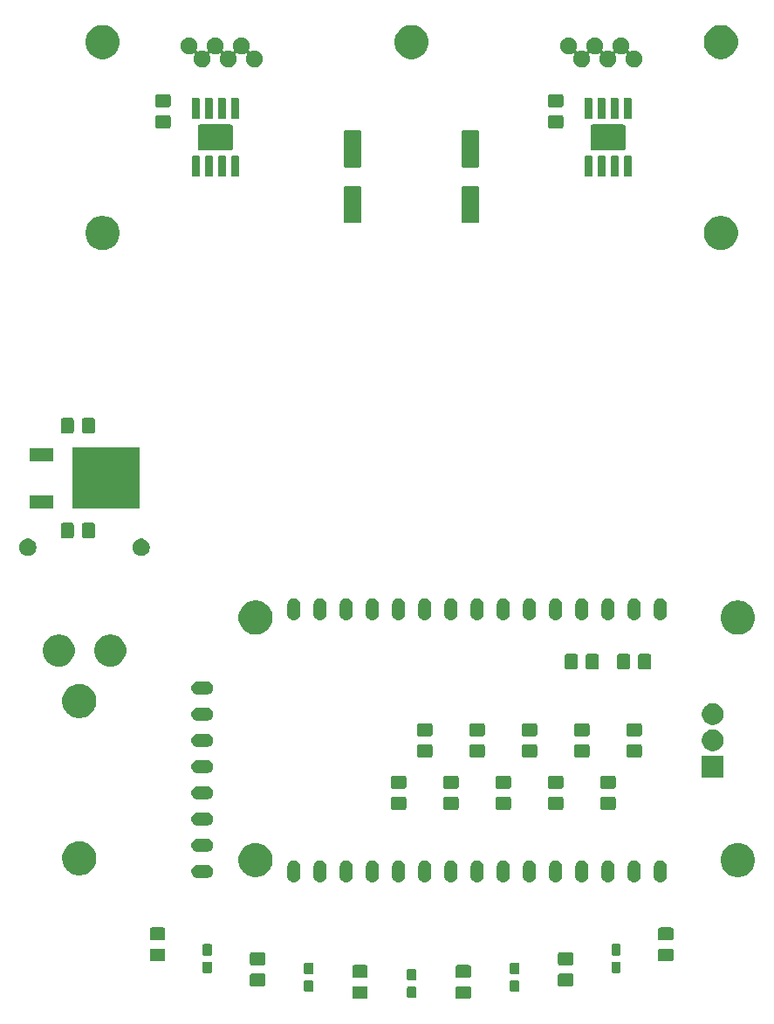
<source format=gbr>
G04 #@! TF.GenerationSoftware,KiCad,Pcbnew,5.1.6*
G04 #@! TF.CreationDate,2020-08-26T23:46:25+02:00*
G04 #@! TF.ProjectId,line_follower,6c696e65-5f66-46f6-9c6c-6f7765722e6b,rev?*
G04 #@! TF.SameCoordinates,Original*
G04 #@! TF.FileFunction,Soldermask,Bot*
G04 #@! TF.FilePolarity,Negative*
%FSLAX46Y46*%
G04 Gerber Fmt 4.6, Leading zero omitted, Abs format (unit mm)*
G04 Created by KiCad (PCBNEW 5.1.6) date 2020-08-26 23:46:25*
%MOMM*%
%LPD*%
G01*
G04 APERTURE LIST*
%ADD10C,0.100000*%
G04 APERTURE END LIST*
D10*
G36*
X5594654Y-82250518D02*
G01*
X5632347Y-82261952D01*
X5667083Y-82280519D01*
X5697528Y-82305505D01*
X5722514Y-82335950D01*
X5741081Y-82370686D01*
X5752515Y-82408379D01*
X5756980Y-82453714D01*
X5756980Y-83290392D01*
X5752515Y-83335727D01*
X5741081Y-83373420D01*
X5722514Y-83408156D01*
X5697528Y-83438601D01*
X5667083Y-83463587D01*
X5632347Y-83482154D01*
X5594654Y-83493588D01*
X5549319Y-83498053D01*
X4462641Y-83498053D01*
X4417306Y-83493588D01*
X4379613Y-83482154D01*
X4344877Y-83463587D01*
X4314432Y-83438601D01*
X4289446Y-83408156D01*
X4270879Y-83373420D01*
X4259445Y-83335727D01*
X4254980Y-83290392D01*
X4254980Y-82453714D01*
X4259445Y-82408379D01*
X4270879Y-82370686D01*
X4289446Y-82335950D01*
X4314432Y-82305505D01*
X4344877Y-82280519D01*
X4379613Y-82261952D01*
X4417306Y-82250518D01*
X4462641Y-82246053D01*
X5549319Y-82246053D01*
X5594654Y-82250518D01*
G37*
G36*
X-4417306Y-82250518D02*
G01*
X-4379613Y-82261952D01*
X-4344877Y-82280519D01*
X-4314432Y-82305505D01*
X-4289446Y-82335950D01*
X-4270879Y-82370686D01*
X-4259445Y-82408379D01*
X-4254980Y-82453714D01*
X-4254980Y-83290392D01*
X-4259445Y-83335727D01*
X-4270879Y-83373420D01*
X-4289446Y-83408156D01*
X-4314432Y-83438601D01*
X-4344877Y-83463587D01*
X-4379613Y-83482154D01*
X-4417306Y-83493588D01*
X-4462641Y-83498053D01*
X-5549319Y-83498053D01*
X-5594654Y-83493588D01*
X-5632347Y-83482154D01*
X-5667083Y-83463587D01*
X-5697528Y-83438601D01*
X-5722514Y-83408156D01*
X-5741081Y-83373420D01*
X-5752515Y-83335727D01*
X-5756980Y-83290392D01*
X-5756980Y-82453714D01*
X-5752515Y-82408379D01*
X-5741081Y-82370686D01*
X-5722514Y-82335950D01*
X-5697528Y-82305505D01*
X-5667083Y-82280519D01*
X-5632347Y-82261952D01*
X-5594654Y-82250518D01*
X-5549319Y-82246053D01*
X-4462641Y-82246053D01*
X-4417306Y-82250518D01*
G37*
G36*
X350280Y-82301994D02*
G01*
X373614Y-82309073D01*
X395116Y-82320566D01*
X413965Y-82336035D01*
X429434Y-82354884D01*
X440927Y-82376386D01*
X448006Y-82399720D01*
X451000Y-82430122D01*
X451000Y-83269878D01*
X448006Y-83300280D01*
X440927Y-83323614D01*
X429434Y-83345116D01*
X413965Y-83363965D01*
X395116Y-83379434D01*
X373614Y-83390927D01*
X350280Y-83398006D01*
X319878Y-83401000D01*
X-319878Y-83401000D01*
X-350280Y-83398006D01*
X-373614Y-83390927D01*
X-395116Y-83379434D01*
X-413965Y-83363965D01*
X-429434Y-83345116D01*
X-440927Y-83323614D01*
X-448006Y-83300280D01*
X-451000Y-83269878D01*
X-451000Y-82430122D01*
X-448006Y-82399720D01*
X-440927Y-82376386D01*
X-429434Y-82354884D01*
X-413965Y-82336035D01*
X-395116Y-82320566D01*
X-373614Y-82309073D01*
X-350280Y-82301994D01*
X-319878Y-82299000D01*
X319878Y-82299000D01*
X350280Y-82301994D01*
G37*
G36*
X10343566Y-81690778D02*
G01*
X10366900Y-81697857D01*
X10388402Y-81709350D01*
X10407251Y-81724819D01*
X10422720Y-81743668D01*
X10434213Y-81765170D01*
X10441292Y-81788504D01*
X10444286Y-81818906D01*
X10444286Y-82658662D01*
X10441292Y-82689064D01*
X10434213Y-82712398D01*
X10422720Y-82733900D01*
X10407251Y-82752749D01*
X10388402Y-82768218D01*
X10366900Y-82779711D01*
X10343566Y-82786790D01*
X10313164Y-82789784D01*
X9673408Y-82789784D01*
X9643006Y-82786790D01*
X9619672Y-82779711D01*
X9598170Y-82768218D01*
X9579321Y-82752749D01*
X9563852Y-82733900D01*
X9552359Y-82712398D01*
X9545280Y-82689064D01*
X9542286Y-82658662D01*
X9542286Y-81818906D01*
X9545280Y-81788504D01*
X9552359Y-81765170D01*
X9563852Y-81743668D01*
X9579321Y-81724819D01*
X9598170Y-81709350D01*
X9619672Y-81697857D01*
X9643006Y-81690778D01*
X9673408Y-81687784D01*
X10313164Y-81687784D01*
X10343566Y-81690778D01*
G37*
G36*
X-9643006Y-81690778D02*
G01*
X-9619672Y-81697857D01*
X-9598170Y-81709350D01*
X-9579321Y-81724819D01*
X-9563852Y-81743668D01*
X-9552359Y-81765170D01*
X-9545280Y-81788504D01*
X-9542286Y-81818906D01*
X-9542286Y-82658662D01*
X-9545280Y-82689064D01*
X-9552359Y-82712398D01*
X-9563852Y-82733900D01*
X-9579321Y-82752749D01*
X-9598170Y-82768218D01*
X-9619672Y-82779711D01*
X-9643006Y-82786790D01*
X-9673408Y-82789784D01*
X-10313164Y-82789784D01*
X-10343566Y-82786790D01*
X-10366900Y-82779711D01*
X-10388402Y-82768218D01*
X-10407251Y-82752749D01*
X-10422720Y-82733900D01*
X-10434213Y-82712398D01*
X-10441292Y-82689064D01*
X-10444286Y-82658662D01*
X-10444286Y-81818906D01*
X-10441292Y-81788504D01*
X-10434213Y-81765170D01*
X-10422720Y-81743668D01*
X-10407251Y-81724819D01*
X-10388402Y-81709350D01*
X-10366900Y-81697857D01*
X-10343566Y-81690778D01*
X-10313164Y-81687784D01*
X-9673408Y-81687784D01*
X-9643006Y-81690778D01*
G37*
G36*
X15531987Y-81030367D02*
G01*
X15569680Y-81041801D01*
X15604416Y-81060368D01*
X15634861Y-81085354D01*
X15659847Y-81115799D01*
X15678414Y-81150535D01*
X15689848Y-81188228D01*
X15694313Y-81233563D01*
X15694313Y-82070241D01*
X15689848Y-82115576D01*
X15678414Y-82153269D01*
X15659847Y-82188005D01*
X15634861Y-82218450D01*
X15604416Y-82243436D01*
X15569680Y-82262003D01*
X15531987Y-82273437D01*
X15486652Y-82277902D01*
X14399974Y-82277902D01*
X14354639Y-82273437D01*
X14316946Y-82262003D01*
X14282210Y-82243436D01*
X14251765Y-82218450D01*
X14226779Y-82188005D01*
X14208212Y-82153269D01*
X14196778Y-82115576D01*
X14192313Y-82070241D01*
X14192313Y-81233563D01*
X14196778Y-81188228D01*
X14208212Y-81150535D01*
X14226779Y-81115799D01*
X14251765Y-81085354D01*
X14282210Y-81060368D01*
X14316946Y-81041801D01*
X14354639Y-81030367D01*
X14399974Y-81025902D01*
X15486652Y-81025902D01*
X15531987Y-81030367D01*
G37*
G36*
X-14354639Y-81030367D02*
G01*
X-14316946Y-81041801D01*
X-14282210Y-81060368D01*
X-14251765Y-81085354D01*
X-14226779Y-81115799D01*
X-14208212Y-81150535D01*
X-14196778Y-81188228D01*
X-14192313Y-81233563D01*
X-14192313Y-82070241D01*
X-14196778Y-82115576D01*
X-14208212Y-82153269D01*
X-14226779Y-82188005D01*
X-14251765Y-82218450D01*
X-14282210Y-82243436D01*
X-14316946Y-82262003D01*
X-14354639Y-82273437D01*
X-14399974Y-82277902D01*
X-15486652Y-82277902D01*
X-15531987Y-82273437D01*
X-15569680Y-82262003D01*
X-15604416Y-82243436D01*
X-15634861Y-82218450D01*
X-15659847Y-82188005D01*
X-15678414Y-82153269D01*
X-15689848Y-82115576D01*
X-15694313Y-82070241D01*
X-15694313Y-81233563D01*
X-15689848Y-81188228D01*
X-15678414Y-81150535D01*
X-15659847Y-81115799D01*
X-15634861Y-81085354D01*
X-15604416Y-81060368D01*
X-15569680Y-81041801D01*
X-15531987Y-81030367D01*
X-15486652Y-81025902D01*
X-14399974Y-81025902D01*
X-14354639Y-81030367D01*
G37*
G36*
X350280Y-80601994D02*
G01*
X373614Y-80609073D01*
X395116Y-80620566D01*
X413965Y-80636035D01*
X429434Y-80654884D01*
X440927Y-80676386D01*
X448006Y-80699720D01*
X451000Y-80730122D01*
X451000Y-81569878D01*
X448006Y-81600280D01*
X440927Y-81623614D01*
X429434Y-81645116D01*
X413965Y-81663965D01*
X395116Y-81679434D01*
X373614Y-81690927D01*
X350280Y-81698006D01*
X319878Y-81701000D01*
X-319878Y-81701000D01*
X-350280Y-81698006D01*
X-373614Y-81690927D01*
X-395116Y-81679434D01*
X-413965Y-81663965D01*
X-429434Y-81645116D01*
X-440927Y-81623614D01*
X-448006Y-81600280D01*
X-451000Y-81569878D01*
X-451000Y-80730122D01*
X-448006Y-80699720D01*
X-440927Y-80676386D01*
X-429434Y-80654884D01*
X-413965Y-80636035D01*
X-395116Y-80620566D01*
X-373614Y-80609073D01*
X-350280Y-80601994D01*
X-319878Y-80599000D01*
X319878Y-80599000D01*
X350280Y-80601994D01*
G37*
G36*
X5594654Y-80200518D02*
G01*
X5632347Y-80211952D01*
X5667083Y-80230519D01*
X5697528Y-80255505D01*
X5722514Y-80285950D01*
X5741081Y-80320686D01*
X5752515Y-80358379D01*
X5756980Y-80403714D01*
X5756980Y-81240392D01*
X5752515Y-81285727D01*
X5741081Y-81323420D01*
X5722514Y-81358156D01*
X5697528Y-81388601D01*
X5667083Y-81413587D01*
X5632347Y-81432154D01*
X5594654Y-81443588D01*
X5549319Y-81448053D01*
X4462641Y-81448053D01*
X4417306Y-81443588D01*
X4379613Y-81432154D01*
X4344877Y-81413587D01*
X4314432Y-81388601D01*
X4289446Y-81358156D01*
X4270879Y-81323420D01*
X4259445Y-81285727D01*
X4254980Y-81240392D01*
X4254980Y-80403714D01*
X4259445Y-80358379D01*
X4270879Y-80320686D01*
X4289446Y-80285950D01*
X4314432Y-80255505D01*
X4344877Y-80230519D01*
X4379613Y-80211952D01*
X4417306Y-80200518D01*
X4462641Y-80196053D01*
X5549319Y-80196053D01*
X5594654Y-80200518D01*
G37*
G36*
X-4417306Y-80200518D02*
G01*
X-4379613Y-80211952D01*
X-4344877Y-80230519D01*
X-4314432Y-80255505D01*
X-4289446Y-80285950D01*
X-4270879Y-80320686D01*
X-4259445Y-80358379D01*
X-4254980Y-80403714D01*
X-4254980Y-81240392D01*
X-4259445Y-81285727D01*
X-4270879Y-81323420D01*
X-4289446Y-81358156D01*
X-4314432Y-81388601D01*
X-4344877Y-81413587D01*
X-4379613Y-81432154D01*
X-4417306Y-81443588D01*
X-4462641Y-81448053D01*
X-5549319Y-81448053D01*
X-5594654Y-81443588D01*
X-5632347Y-81432154D01*
X-5667083Y-81413587D01*
X-5697528Y-81388601D01*
X-5722514Y-81358156D01*
X-5741081Y-81323420D01*
X-5752515Y-81285727D01*
X-5756980Y-81240392D01*
X-5756980Y-80403714D01*
X-5752515Y-80358379D01*
X-5741081Y-80320686D01*
X-5722514Y-80285950D01*
X-5697528Y-80255505D01*
X-5667083Y-80230519D01*
X-5632347Y-80211952D01*
X-5594654Y-80200518D01*
X-5549319Y-80196053D01*
X-4462641Y-80196053D01*
X-4417306Y-80200518D01*
G37*
G36*
X-9643006Y-79990778D02*
G01*
X-9619672Y-79997857D01*
X-9598170Y-80009350D01*
X-9579321Y-80024819D01*
X-9563852Y-80043668D01*
X-9552359Y-80065170D01*
X-9545280Y-80088504D01*
X-9542286Y-80118906D01*
X-9542286Y-80958662D01*
X-9545280Y-80989064D01*
X-9552359Y-81012398D01*
X-9563852Y-81033900D01*
X-9579321Y-81052749D01*
X-9598170Y-81068218D01*
X-9619672Y-81079711D01*
X-9643006Y-81086790D01*
X-9673408Y-81089784D01*
X-10313164Y-81089784D01*
X-10343566Y-81086790D01*
X-10366900Y-81079711D01*
X-10388402Y-81068218D01*
X-10407251Y-81052749D01*
X-10422720Y-81033900D01*
X-10434213Y-81012398D01*
X-10441292Y-80989064D01*
X-10444286Y-80958662D01*
X-10444286Y-80118906D01*
X-10441292Y-80088504D01*
X-10434213Y-80065170D01*
X-10422720Y-80043668D01*
X-10407251Y-80024819D01*
X-10388402Y-80009350D01*
X-10366900Y-79997857D01*
X-10343566Y-79990778D01*
X-10313164Y-79987784D01*
X-9673408Y-79987784D01*
X-9643006Y-79990778D01*
G37*
G36*
X10343566Y-79990778D02*
G01*
X10366900Y-79997857D01*
X10388402Y-80009350D01*
X10407251Y-80024819D01*
X10422720Y-80043668D01*
X10434213Y-80065170D01*
X10441292Y-80088504D01*
X10444286Y-80118906D01*
X10444286Y-80958662D01*
X10441292Y-80989064D01*
X10434213Y-81012398D01*
X10422720Y-81033900D01*
X10407251Y-81052749D01*
X10388402Y-81068218D01*
X10366900Y-81079711D01*
X10343566Y-81086790D01*
X10313164Y-81089784D01*
X9673408Y-81089784D01*
X9643006Y-81086790D01*
X9619672Y-81079711D01*
X9598170Y-81068218D01*
X9579321Y-81052749D01*
X9563852Y-81033900D01*
X9552359Y-81012398D01*
X9545280Y-80989064D01*
X9542286Y-80958662D01*
X9542286Y-80118906D01*
X9545280Y-80088504D01*
X9552359Y-80065170D01*
X9563852Y-80043668D01*
X9579321Y-80024819D01*
X9598170Y-80009350D01*
X9619672Y-79997857D01*
X9643006Y-79990778D01*
X9673408Y-79987784D01*
X10313164Y-79987784D01*
X10343566Y-79990778D01*
G37*
G36*
X20187875Y-79866243D02*
G01*
X20211209Y-79873322D01*
X20232711Y-79884815D01*
X20251560Y-79900284D01*
X20267029Y-79919133D01*
X20278522Y-79940635D01*
X20285601Y-79963969D01*
X20288595Y-79994371D01*
X20288595Y-80834127D01*
X20285601Y-80864529D01*
X20278522Y-80887863D01*
X20267029Y-80909365D01*
X20251560Y-80928214D01*
X20232711Y-80943683D01*
X20211209Y-80955176D01*
X20187875Y-80962255D01*
X20157473Y-80965249D01*
X19517717Y-80965249D01*
X19487315Y-80962255D01*
X19463981Y-80955176D01*
X19442479Y-80943683D01*
X19423630Y-80928214D01*
X19408161Y-80909365D01*
X19396668Y-80887863D01*
X19389589Y-80864529D01*
X19386595Y-80834127D01*
X19386595Y-79994371D01*
X19389589Y-79963969D01*
X19396668Y-79940635D01*
X19408161Y-79919133D01*
X19423630Y-79900284D01*
X19442479Y-79884815D01*
X19463981Y-79873322D01*
X19487315Y-79866243D01*
X19517717Y-79863249D01*
X20157473Y-79863249D01*
X20187875Y-79866243D01*
G37*
G36*
X-19487315Y-79866243D02*
G01*
X-19463981Y-79873322D01*
X-19442479Y-79884815D01*
X-19423630Y-79900284D01*
X-19408161Y-79919133D01*
X-19396668Y-79940635D01*
X-19389589Y-79963969D01*
X-19386595Y-79994371D01*
X-19386595Y-80834127D01*
X-19389589Y-80864529D01*
X-19396668Y-80887863D01*
X-19408161Y-80909365D01*
X-19423630Y-80928214D01*
X-19442479Y-80943683D01*
X-19463981Y-80955176D01*
X-19487315Y-80962255D01*
X-19517717Y-80965249D01*
X-20157473Y-80965249D01*
X-20187875Y-80962255D01*
X-20211209Y-80955176D01*
X-20232711Y-80943683D01*
X-20251560Y-80928214D01*
X-20267029Y-80909365D01*
X-20278522Y-80887863D01*
X-20285601Y-80864529D01*
X-20288595Y-80834127D01*
X-20288595Y-79994371D01*
X-20285601Y-79963969D01*
X-20278522Y-79940635D01*
X-20267029Y-79919133D01*
X-20251560Y-79900284D01*
X-20232711Y-79884815D01*
X-20211209Y-79873322D01*
X-20187875Y-79866243D01*
X-20157473Y-79863249D01*
X-19517717Y-79863249D01*
X-19487315Y-79866243D01*
G37*
G36*
X15531987Y-78980367D02*
G01*
X15569680Y-78991801D01*
X15604416Y-79010368D01*
X15634861Y-79035354D01*
X15659847Y-79065799D01*
X15678414Y-79100535D01*
X15689848Y-79138228D01*
X15694313Y-79183563D01*
X15694313Y-80020241D01*
X15689848Y-80065576D01*
X15678414Y-80103269D01*
X15659847Y-80138005D01*
X15634861Y-80168450D01*
X15604416Y-80193436D01*
X15569680Y-80212003D01*
X15531987Y-80223437D01*
X15486652Y-80227902D01*
X14399974Y-80227902D01*
X14354639Y-80223437D01*
X14316946Y-80212003D01*
X14282210Y-80193436D01*
X14251765Y-80168450D01*
X14226779Y-80138005D01*
X14208212Y-80103269D01*
X14196778Y-80065576D01*
X14192313Y-80020241D01*
X14192313Y-79183563D01*
X14196778Y-79138228D01*
X14208212Y-79100535D01*
X14226779Y-79065799D01*
X14251765Y-79035354D01*
X14282210Y-79010368D01*
X14316946Y-78991801D01*
X14354639Y-78980367D01*
X14399974Y-78975902D01*
X15486652Y-78975902D01*
X15531987Y-78980367D01*
G37*
G36*
X-14354639Y-78980367D02*
G01*
X-14316946Y-78991801D01*
X-14282210Y-79010368D01*
X-14251765Y-79035354D01*
X-14226779Y-79065799D01*
X-14208212Y-79100535D01*
X-14196778Y-79138228D01*
X-14192313Y-79183563D01*
X-14192313Y-80020241D01*
X-14196778Y-80065576D01*
X-14208212Y-80103269D01*
X-14226779Y-80138005D01*
X-14251765Y-80168450D01*
X-14282210Y-80193436D01*
X-14316946Y-80212003D01*
X-14354639Y-80223437D01*
X-14399974Y-80227902D01*
X-15486652Y-80227902D01*
X-15531987Y-80223437D01*
X-15569680Y-80212003D01*
X-15604416Y-80193436D01*
X-15634861Y-80168450D01*
X-15659847Y-80138005D01*
X-15678414Y-80103269D01*
X-15689848Y-80065576D01*
X-15694313Y-80020241D01*
X-15694313Y-79183563D01*
X-15689848Y-79138228D01*
X-15678414Y-79100535D01*
X-15659847Y-79065799D01*
X-15634861Y-79035354D01*
X-15604416Y-79010368D01*
X-15569680Y-78991801D01*
X-15531987Y-78980367D01*
X-15486652Y-78975902D01*
X-14399974Y-78975902D01*
X-14354639Y-78980367D01*
G37*
G36*
X-24069201Y-78608254D02*
G01*
X-24031508Y-78619688D01*
X-23996772Y-78638255D01*
X-23966327Y-78663241D01*
X-23941341Y-78693686D01*
X-23922774Y-78728422D01*
X-23911340Y-78766115D01*
X-23906875Y-78811450D01*
X-23906875Y-79648128D01*
X-23911340Y-79693463D01*
X-23922774Y-79731156D01*
X-23941341Y-79765892D01*
X-23966327Y-79796337D01*
X-23996772Y-79821323D01*
X-24031508Y-79839890D01*
X-24069201Y-79851324D01*
X-24114536Y-79855789D01*
X-25201214Y-79855789D01*
X-25246549Y-79851324D01*
X-25284242Y-79839890D01*
X-25318978Y-79821323D01*
X-25349423Y-79796337D01*
X-25374409Y-79765892D01*
X-25392976Y-79731156D01*
X-25404410Y-79693463D01*
X-25408875Y-79648128D01*
X-25408875Y-78811450D01*
X-25404410Y-78766115D01*
X-25392976Y-78728422D01*
X-25374409Y-78693686D01*
X-25349423Y-78663241D01*
X-25318978Y-78638255D01*
X-25284242Y-78619688D01*
X-25246549Y-78608254D01*
X-25201214Y-78603789D01*
X-24114536Y-78603789D01*
X-24069201Y-78608254D01*
G37*
G36*
X25246549Y-78608254D02*
G01*
X25284242Y-78619688D01*
X25318978Y-78638255D01*
X25349423Y-78663241D01*
X25374409Y-78693686D01*
X25392976Y-78728422D01*
X25404410Y-78766115D01*
X25408875Y-78811450D01*
X25408875Y-79648128D01*
X25404410Y-79693463D01*
X25392976Y-79731156D01*
X25374409Y-79765892D01*
X25349423Y-79796337D01*
X25318978Y-79821323D01*
X25284242Y-79839890D01*
X25246549Y-79851324D01*
X25201214Y-79855789D01*
X24114536Y-79855789D01*
X24069201Y-79851324D01*
X24031508Y-79839890D01*
X23996772Y-79821323D01*
X23966327Y-79796337D01*
X23941341Y-79765892D01*
X23922774Y-79731156D01*
X23911340Y-79693463D01*
X23906875Y-79648128D01*
X23906875Y-78811450D01*
X23911340Y-78766115D01*
X23922774Y-78728422D01*
X23941341Y-78693686D01*
X23966327Y-78663241D01*
X23996772Y-78638255D01*
X24031508Y-78619688D01*
X24069201Y-78608254D01*
X24114536Y-78603789D01*
X25201214Y-78603789D01*
X25246549Y-78608254D01*
G37*
G36*
X20187875Y-78166243D02*
G01*
X20211209Y-78173322D01*
X20232711Y-78184815D01*
X20251560Y-78200284D01*
X20267029Y-78219133D01*
X20278522Y-78240635D01*
X20285601Y-78263969D01*
X20288595Y-78294371D01*
X20288595Y-79134127D01*
X20285601Y-79164529D01*
X20278522Y-79187863D01*
X20267029Y-79209365D01*
X20251560Y-79228214D01*
X20232711Y-79243683D01*
X20211209Y-79255176D01*
X20187875Y-79262255D01*
X20157473Y-79265249D01*
X19517717Y-79265249D01*
X19487315Y-79262255D01*
X19463981Y-79255176D01*
X19442479Y-79243683D01*
X19423630Y-79228214D01*
X19408161Y-79209365D01*
X19396668Y-79187863D01*
X19389589Y-79164529D01*
X19386595Y-79134127D01*
X19386595Y-78294371D01*
X19389589Y-78263969D01*
X19396668Y-78240635D01*
X19408161Y-78219133D01*
X19423630Y-78200284D01*
X19442479Y-78184815D01*
X19463981Y-78173322D01*
X19487315Y-78166243D01*
X19517717Y-78163249D01*
X20157473Y-78163249D01*
X20187875Y-78166243D01*
G37*
G36*
X-19487315Y-78166243D02*
G01*
X-19463981Y-78173322D01*
X-19442479Y-78184815D01*
X-19423630Y-78200284D01*
X-19408161Y-78219133D01*
X-19396668Y-78240635D01*
X-19389589Y-78263969D01*
X-19386595Y-78294371D01*
X-19386595Y-79134127D01*
X-19389589Y-79164529D01*
X-19396668Y-79187863D01*
X-19408161Y-79209365D01*
X-19423630Y-79228214D01*
X-19442479Y-79243683D01*
X-19463981Y-79255176D01*
X-19487315Y-79262255D01*
X-19517717Y-79265249D01*
X-20157473Y-79265249D01*
X-20187875Y-79262255D01*
X-20211209Y-79255176D01*
X-20232711Y-79243683D01*
X-20251560Y-79228214D01*
X-20267029Y-79209365D01*
X-20278522Y-79187863D01*
X-20285601Y-79164529D01*
X-20288595Y-79134127D01*
X-20288595Y-78294371D01*
X-20285601Y-78263969D01*
X-20278522Y-78240635D01*
X-20267029Y-78219133D01*
X-20251560Y-78200284D01*
X-20232711Y-78184815D01*
X-20211209Y-78173322D01*
X-20187875Y-78166243D01*
X-20157473Y-78163249D01*
X-19517717Y-78163249D01*
X-19487315Y-78166243D01*
G37*
G36*
X-24069201Y-76558254D02*
G01*
X-24031508Y-76569688D01*
X-23996772Y-76588255D01*
X-23966327Y-76613241D01*
X-23941341Y-76643686D01*
X-23922774Y-76678422D01*
X-23911340Y-76716115D01*
X-23906875Y-76761450D01*
X-23906875Y-77598128D01*
X-23911340Y-77643463D01*
X-23922774Y-77681156D01*
X-23941341Y-77715892D01*
X-23966327Y-77746337D01*
X-23996772Y-77771323D01*
X-24031508Y-77789890D01*
X-24069201Y-77801324D01*
X-24114536Y-77805789D01*
X-25201214Y-77805789D01*
X-25246549Y-77801324D01*
X-25284242Y-77789890D01*
X-25318978Y-77771323D01*
X-25349423Y-77746337D01*
X-25374409Y-77715892D01*
X-25392976Y-77681156D01*
X-25404410Y-77643463D01*
X-25408875Y-77598128D01*
X-25408875Y-76761450D01*
X-25404410Y-76716115D01*
X-25392976Y-76678422D01*
X-25374409Y-76643686D01*
X-25349423Y-76613241D01*
X-25318978Y-76588255D01*
X-25284242Y-76569688D01*
X-25246549Y-76558254D01*
X-25201214Y-76553789D01*
X-24114536Y-76553789D01*
X-24069201Y-76558254D01*
G37*
G36*
X25246549Y-76558254D02*
G01*
X25284242Y-76569688D01*
X25318978Y-76588255D01*
X25349423Y-76613241D01*
X25374409Y-76643686D01*
X25392976Y-76678422D01*
X25404410Y-76716115D01*
X25408875Y-76761450D01*
X25408875Y-77598128D01*
X25404410Y-77643463D01*
X25392976Y-77681156D01*
X25374409Y-77715892D01*
X25349423Y-77746337D01*
X25318978Y-77771323D01*
X25284242Y-77789890D01*
X25246549Y-77801324D01*
X25201214Y-77805789D01*
X24114536Y-77805789D01*
X24069201Y-77801324D01*
X24031508Y-77789890D01*
X23996772Y-77771323D01*
X23966327Y-77746337D01*
X23941341Y-77715892D01*
X23922774Y-77681156D01*
X23911340Y-77643463D01*
X23906875Y-77598128D01*
X23906875Y-76761450D01*
X23911340Y-76716115D01*
X23922774Y-76678422D01*
X23941341Y-76643686D01*
X23966327Y-76613241D01*
X23996772Y-76588255D01*
X24031508Y-76569688D01*
X24069201Y-76558254D01*
X24114536Y-76553789D01*
X25201214Y-76553789D01*
X25246549Y-76558254D01*
G37*
G36*
X-8762383Y-70078420D02*
G01*
X-8671597Y-70105960D01*
X-8639665Y-70115646D01*
X-8526576Y-70176094D01*
X-8427446Y-70257447D01*
X-8346094Y-70356575D01*
X-8285646Y-70469664D01*
X-8282990Y-70478420D01*
X-8248420Y-70592382D01*
X-8239000Y-70688027D01*
X-8239000Y-71551973D01*
X-8248420Y-71647618D01*
X-8253361Y-71663905D01*
X-8285646Y-71770336D01*
X-8346094Y-71883425D01*
X-8427446Y-71982554D01*
X-8526575Y-72063906D01*
X-8639664Y-72124354D01*
X-8671596Y-72134040D01*
X-8762382Y-72161580D01*
X-8890000Y-72174149D01*
X-9017617Y-72161580D01*
X-9108403Y-72134040D01*
X-9140335Y-72124354D01*
X-9253424Y-72063906D01*
X-9352553Y-71982554D01*
X-9433905Y-71883425D01*
X-9494353Y-71770336D01*
X-9508301Y-71724355D01*
X-9531580Y-71647618D01*
X-9541000Y-71551973D01*
X-9541000Y-70688028D01*
X-9531580Y-70592383D01*
X-9494355Y-70469669D01*
X-9494354Y-70469665D01*
X-9433906Y-70356576D01*
X-9352553Y-70257446D01*
X-9253425Y-70176094D01*
X-9140336Y-70115646D01*
X-9108404Y-70105960D01*
X-9017618Y-70078420D01*
X-8890000Y-70065851D01*
X-8762383Y-70078420D01*
G37*
G36*
X24257617Y-70078420D02*
G01*
X24348403Y-70105960D01*
X24380335Y-70115646D01*
X24493424Y-70176094D01*
X24592554Y-70257447D01*
X24673906Y-70356575D01*
X24734354Y-70469664D01*
X24737010Y-70478420D01*
X24771580Y-70592382D01*
X24781000Y-70688027D01*
X24781000Y-71551973D01*
X24771580Y-71647618D01*
X24766639Y-71663905D01*
X24734354Y-71770336D01*
X24673906Y-71883425D01*
X24592554Y-71982554D01*
X24493425Y-72063906D01*
X24380336Y-72124354D01*
X24348404Y-72134040D01*
X24257618Y-72161580D01*
X24130000Y-72174149D01*
X24002383Y-72161580D01*
X23911597Y-72134040D01*
X23879665Y-72124354D01*
X23766576Y-72063906D01*
X23667447Y-71982554D01*
X23586095Y-71883425D01*
X23525647Y-71770336D01*
X23511699Y-71724355D01*
X23488420Y-71647618D01*
X23479000Y-71551973D01*
X23479000Y-70688028D01*
X23488420Y-70592383D01*
X23525645Y-70469669D01*
X23525646Y-70469665D01*
X23586094Y-70356576D01*
X23667447Y-70257446D01*
X23766575Y-70176094D01*
X23879664Y-70115646D01*
X23911596Y-70105960D01*
X24002382Y-70078420D01*
X24130000Y-70065851D01*
X24257617Y-70078420D01*
G37*
G36*
X21717617Y-70078420D02*
G01*
X21808403Y-70105960D01*
X21840335Y-70115646D01*
X21953424Y-70176094D01*
X22052554Y-70257447D01*
X22133906Y-70356575D01*
X22194354Y-70469664D01*
X22197010Y-70478420D01*
X22231580Y-70592382D01*
X22241000Y-70688027D01*
X22241000Y-71551973D01*
X22231580Y-71647618D01*
X22226639Y-71663905D01*
X22194354Y-71770336D01*
X22133906Y-71883425D01*
X22052554Y-71982554D01*
X21953425Y-72063906D01*
X21840336Y-72124354D01*
X21808404Y-72134040D01*
X21717618Y-72161580D01*
X21590000Y-72174149D01*
X21462383Y-72161580D01*
X21371597Y-72134040D01*
X21339665Y-72124354D01*
X21226576Y-72063906D01*
X21127447Y-71982554D01*
X21046095Y-71883425D01*
X20985647Y-71770336D01*
X20971699Y-71724355D01*
X20948420Y-71647618D01*
X20939000Y-71551973D01*
X20939000Y-70688028D01*
X20948420Y-70592383D01*
X20985645Y-70469669D01*
X20985646Y-70469665D01*
X21046094Y-70356576D01*
X21127447Y-70257446D01*
X21226575Y-70176094D01*
X21339664Y-70115646D01*
X21371596Y-70105960D01*
X21462382Y-70078420D01*
X21590000Y-70065851D01*
X21717617Y-70078420D01*
G37*
G36*
X19177617Y-70078420D02*
G01*
X19268403Y-70105960D01*
X19300335Y-70115646D01*
X19413424Y-70176094D01*
X19512554Y-70257447D01*
X19593906Y-70356575D01*
X19654354Y-70469664D01*
X19657010Y-70478420D01*
X19691580Y-70592382D01*
X19701000Y-70688027D01*
X19701000Y-71551973D01*
X19691580Y-71647618D01*
X19686639Y-71663905D01*
X19654354Y-71770336D01*
X19593906Y-71883425D01*
X19512554Y-71982554D01*
X19413425Y-72063906D01*
X19300336Y-72124354D01*
X19268404Y-72134040D01*
X19177618Y-72161580D01*
X19050000Y-72174149D01*
X18922383Y-72161580D01*
X18831597Y-72134040D01*
X18799665Y-72124354D01*
X18686576Y-72063906D01*
X18587447Y-71982554D01*
X18506095Y-71883425D01*
X18445647Y-71770336D01*
X18431699Y-71724355D01*
X18408420Y-71647618D01*
X18399000Y-71551973D01*
X18399000Y-70688028D01*
X18408420Y-70592383D01*
X18445645Y-70469669D01*
X18445646Y-70469665D01*
X18506094Y-70356576D01*
X18587447Y-70257446D01*
X18686575Y-70176094D01*
X18799664Y-70115646D01*
X18831596Y-70105960D01*
X18922382Y-70078420D01*
X19050000Y-70065851D01*
X19177617Y-70078420D01*
G37*
G36*
X16637617Y-70078420D02*
G01*
X16728403Y-70105960D01*
X16760335Y-70115646D01*
X16873424Y-70176094D01*
X16972554Y-70257447D01*
X17053906Y-70356575D01*
X17114354Y-70469664D01*
X17117010Y-70478420D01*
X17151580Y-70592382D01*
X17161000Y-70688027D01*
X17161000Y-71551973D01*
X17151580Y-71647618D01*
X17146639Y-71663905D01*
X17114354Y-71770336D01*
X17053906Y-71883425D01*
X16972554Y-71982554D01*
X16873425Y-72063906D01*
X16760336Y-72124354D01*
X16728404Y-72134040D01*
X16637618Y-72161580D01*
X16510000Y-72174149D01*
X16382383Y-72161580D01*
X16291597Y-72134040D01*
X16259665Y-72124354D01*
X16146576Y-72063906D01*
X16047447Y-71982554D01*
X15966095Y-71883425D01*
X15905647Y-71770336D01*
X15891699Y-71724355D01*
X15868420Y-71647618D01*
X15859000Y-71551973D01*
X15859000Y-70688028D01*
X15868420Y-70592383D01*
X15905645Y-70469669D01*
X15905646Y-70469665D01*
X15966094Y-70356576D01*
X16047447Y-70257446D01*
X16146575Y-70176094D01*
X16259664Y-70115646D01*
X16291596Y-70105960D01*
X16382382Y-70078420D01*
X16510000Y-70065851D01*
X16637617Y-70078420D01*
G37*
G36*
X14097617Y-70078420D02*
G01*
X14188403Y-70105960D01*
X14220335Y-70115646D01*
X14333424Y-70176094D01*
X14432554Y-70257447D01*
X14513906Y-70356575D01*
X14574354Y-70469664D01*
X14577010Y-70478420D01*
X14611580Y-70592382D01*
X14621000Y-70688027D01*
X14621000Y-71551973D01*
X14611580Y-71647618D01*
X14606639Y-71663905D01*
X14574354Y-71770336D01*
X14513906Y-71883425D01*
X14432554Y-71982554D01*
X14333425Y-72063906D01*
X14220336Y-72124354D01*
X14188404Y-72134040D01*
X14097618Y-72161580D01*
X13970000Y-72174149D01*
X13842383Y-72161580D01*
X13751597Y-72134040D01*
X13719665Y-72124354D01*
X13606576Y-72063906D01*
X13507447Y-71982554D01*
X13426095Y-71883425D01*
X13365647Y-71770336D01*
X13351699Y-71724355D01*
X13328420Y-71647618D01*
X13319000Y-71551973D01*
X13319000Y-70688028D01*
X13328420Y-70592383D01*
X13365645Y-70469669D01*
X13365646Y-70469665D01*
X13426094Y-70356576D01*
X13507447Y-70257446D01*
X13606575Y-70176094D01*
X13719664Y-70115646D01*
X13751596Y-70105960D01*
X13842382Y-70078420D01*
X13970000Y-70065851D01*
X14097617Y-70078420D01*
G37*
G36*
X11557617Y-70078420D02*
G01*
X11648403Y-70105960D01*
X11680335Y-70115646D01*
X11793424Y-70176094D01*
X11892554Y-70257447D01*
X11973906Y-70356575D01*
X12034354Y-70469664D01*
X12037010Y-70478420D01*
X12071580Y-70592382D01*
X12081000Y-70688027D01*
X12081000Y-71551973D01*
X12071580Y-71647618D01*
X12066639Y-71663905D01*
X12034354Y-71770336D01*
X11973906Y-71883425D01*
X11892554Y-71982554D01*
X11793425Y-72063906D01*
X11680336Y-72124354D01*
X11648404Y-72134040D01*
X11557618Y-72161580D01*
X11430000Y-72174149D01*
X11302383Y-72161580D01*
X11211597Y-72134040D01*
X11179665Y-72124354D01*
X11066576Y-72063906D01*
X10967447Y-71982554D01*
X10886095Y-71883425D01*
X10825647Y-71770336D01*
X10811699Y-71724355D01*
X10788420Y-71647618D01*
X10779000Y-71551973D01*
X10779000Y-70688028D01*
X10788420Y-70592383D01*
X10825645Y-70469669D01*
X10825646Y-70469665D01*
X10886094Y-70356576D01*
X10967447Y-70257446D01*
X11066575Y-70176094D01*
X11179664Y-70115646D01*
X11211596Y-70105960D01*
X11302382Y-70078420D01*
X11430000Y-70065851D01*
X11557617Y-70078420D01*
G37*
G36*
X9017617Y-70078420D02*
G01*
X9108403Y-70105960D01*
X9140335Y-70115646D01*
X9253424Y-70176094D01*
X9352554Y-70257447D01*
X9433906Y-70356575D01*
X9494354Y-70469664D01*
X9497010Y-70478420D01*
X9531580Y-70592382D01*
X9541000Y-70688027D01*
X9541000Y-71551973D01*
X9531580Y-71647618D01*
X9526639Y-71663905D01*
X9494354Y-71770336D01*
X9433906Y-71883425D01*
X9352554Y-71982554D01*
X9253425Y-72063906D01*
X9140336Y-72124354D01*
X9108404Y-72134040D01*
X9017618Y-72161580D01*
X8890000Y-72174149D01*
X8762383Y-72161580D01*
X8671597Y-72134040D01*
X8639665Y-72124354D01*
X8526576Y-72063906D01*
X8427447Y-71982554D01*
X8346095Y-71883425D01*
X8285647Y-71770336D01*
X8271699Y-71724355D01*
X8248420Y-71647618D01*
X8239000Y-71551973D01*
X8239000Y-70688028D01*
X8248420Y-70592383D01*
X8285645Y-70469669D01*
X8285646Y-70469665D01*
X8346094Y-70356576D01*
X8427447Y-70257446D01*
X8526575Y-70176094D01*
X8639664Y-70115646D01*
X8671596Y-70105960D01*
X8762382Y-70078420D01*
X8890000Y-70065851D01*
X9017617Y-70078420D01*
G37*
G36*
X6477617Y-70078420D02*
G01*
X6568403Y-70105960D01*
X6600335Y-70115646D01*
X6713424Y-70176094D01*
X6812554Y-70257447D01*
X6893906Y-70356575D01*
X6954354Y-70469664D01*
X6957010Y-70478420D01*
X6991580Y-70592382D01*
X7001000Y-70688027D01*
X7001000Y-71551973D01*
X6991580Y-71647618D01*
X6986639Y-71663905D01*
X6954354Y-71770336D01*
X6893906Y-71883425D01*
X6812554Y-71982554D01*
X6713425Y-72063906D01*
X6600336Y-72124354D01*
X6568404Y-72134040D01*
X6477618Y-72161580D01*
X6350000Y-72174149D01*
X6222383Y-72161580D01*
X6131597Y-72134040D01*
X6099665Y-72124354D01*
X5986576Y-72063906D01*
X5887447Y-71982554D01*
X5806095Y-71883425D01*
X5745647Y-71770336D01*
X5731699Y-71724355D01*
X5708420Y-71647618D01*
X5699000Y-71551973D01*
X5699000Y-70688028D01*
X5708420Y-70592383D01*
X5745645Y-70469669D01*
X5745646Y-70469665D01*
X5806094Y-70356576D01*
X5887447Y-70257446D01*
X5986575Y-70176094D01*
X6099664Y-70115646D01*
X6131596Y-70105960D01*
X6222382Y-70078420D01*
X6350000Y-70065851D01*
X6477617Y-70078420D01*
G37*
G36*
X3937617Y-70078420D02*
G01*
X4028403Y-70105960D01*
X4060335Y-70115646D01*
X4173424Y-70176094D01*
X4272554Y-70257447D01*
X4353906Y-70356575D01*
X4414354Y-70469664D01*
X4417010Y-70478420D01*
X4451580Y-70592382D01*
X4461000Y-70688027D01*
X4461000Y-71551973D01*
X4451580Y-71647618D01*
X4446639Y-71663905D01*
X4414354Y-71770336D01*
X4353906Y-71883425D01*
X4272554Y-71982554D01*
X4173425Y-72063906D01*
X4060336Y-72124354D01*
X4028404Y-72134040D01*
X3937618Y-72161580D01*
X3810000Y-72174149D01*
X3682383Y-72161580D01*
X3591597Y-72134040D01*
X3559665Y-72124354D01*
X3446576Y-72063906D01*
X3347447Y-71982554D01*
X3266095Y-71883425D01*
X3205647Y-71770336D01*
X3191699Y-71724355D01*
X3168420Y-71647618D01*
X3159000Y-71551973D01*
X3159000Y-70688028D01*
X3168420Y-70592383D01*
X3205645Y-70469669D01*
X3205646Y-70469665D01*
X3266094Y-70356576D01*
X3347447Y-70257446D01*
X3446575Y-70176094D01*
X3559664Y-70115646D01*
X3591596Y-70105960D01*
X3682382Y-70078420D01*
X3810000Y-70065851D01*
X3937617Y-70078420D01*
G37*
G36*
X1397617Y-70078420D02*
G01*
X1488403Y-70105960D01*
X1520335Y-70115646D01*
X1633424Y-70176094D01*
X1732554Y-70257447D01*
X1813906Y-70356575D01*
X1874354Y-70469664D01*
X1877010Y-70478420D01*
X1911580Y-70592382D01*
X1921000Y-70688027D01*
X1921000Y-71551973D01*
X1911580Y-71647618D01*
X1906639Y-71663905D01*
X1874354Y-71770336D01*
X1813906Y-71883425D01*
X1732554Y-71982554D01*
X1633425Y-72063906D01*
X1520336Y-72124354D01*
X1488404Y-72134040D01*
X1397618Y-72161580D01*
X1270000Y-72174149D01*
X1142383Y-72161580D01*
X1051597Y-72134040D01*
X1019665Y-72124354D01*
X906576Y-72063906D01*
X807447Y-71982554D01*
X726095Y-71883425D01*
X665647Y-71770336D01*
X651699Y-71724355D01*
X628420Y-71647618D01*
X619000Y-71551973D01*
X619000Y-70688028D01*
X628420Y-70592383D01*
X665645Y-70469669D01*
X665646Y-70469665D01*
X726094Y-70356576D01*
X807447Y-70257446D01*
X906575Y-70176094D01*
X1019664Y-70115646D01*
X1051596Y-70105960D01*
X1142382Y-70078420D01*
X1270000Y-70065851D01*
X1397617Y-70078420D01*
G37*
G36*
X-1142383Y-70078420D02*
G01*
X-1051597Y-70105960D01*
X-1019665Y-70115646D01*
X-906576Y-70176094D01*
X-807446Y-70257447D01*
X-726094Y-70356575D01*
X-665646Y-70469664D01*
X-662990Y-70478420D01*
X-628420Y-70592382D01*
X-619000Y-70688027D01*
X-619000Y-71551973D01*
X-628420Y-71647618D01*
X-633361Y-71663905D01*
X-665646Y-71770336D01*
X-726094Y-71883425D01*
X-807446Y-71982554D01*
X-906575Y-72063906D01*
X-1019664Y-72124354D01*
X-1051596Y-72134040D01*
X-1142382Y-72161580D01*
X-1270000Y-72174149D01*
X-1397617Y-72161580D01*
X-1488403Y-72134040D01*
X-1520335Y-72124354D01*
X-1633424Y-72063906D01*
X-1732553Y-71982554D01*
X-1813905Y-71883425D01*
X-1874353Y-71770336D01*
X-1888301Y-71724355D01*
X-1911580Y-71647618D01*
X-1921000Y-71551973D01*
X-1921000Y-70688028D01*
X-1911580Y-70592383D01*
X-1874355Y-70469669D01*
X-1874354Y-70469665D01*
X-1813906Y-70356576D01*
X-1732553Y-70257446D01*
X-1633425Y-70176094D01*
X-1520336Y-70115646D01*
X-1488404Y-70105960D01*
X-1397618Y-70078420D01*
X-1270000Y-70065851D01*
X-1142383Y-70078420D01*
G37*
G36*
X-3682383Y-70078420D02*
G01*
X-3591597Y-70105960D01*
X-3559665Y-70115646D01*
X-3446576Y-70176094D01*
X-3347446Y-70257447D01*
X-3266094Y-70356575D01*
X-3205646Y-70469664D01*
X-3202990Y-70478420D01*
X-3168420Y-70592382D01*
X-3159000Y-70688027D01*
X-3159000Y-71551973D01*
X-3168420Y-71647618D01*
X-3173361Y-71663905D01*
X-3205646Y-71770336D01*
X-3266094Y-71883425D01*
X-3347446Y-71982554D01*
X-3446575Y-72063906D01*
X-3559664Y-72124354D01*
X-3591596Y-72134040D01*
X-3682382Y-72161580D01*
X-3810000Y-72174149D01*
X-3937617Y-72161580D01*
X-4028403Y-72134040D01*
X-4060335Y-72124354D01*
X-4173424Y-72063906D01*
X-4272553Y-71982554D01*
X-4353905Y-71883425D01*
X-4414353Y-71770336D01*
X-4428301Y-71724355D01*
X-4451580Y-71647618D01*
X-4461000Y-71551973D01*
X-4461000Y-70688028D01*
X-4451580Y-70592383D01*
X-4414355Y-70469669D01*
X-4414354Y-70469665D01*
X-4353906Y-70356576D01*
X-4272553Y-70257446D01*
X-4173425Y-70176094D01*
X-4060336Y-70115646D01*
X-4028404Y-70105960D01*
X-3937618Y-70078420D01*
X-3810000Y-70065851D01*
X-3682383Y-70078420D01*
G37*
G36*
X-6222383Y-70078420D02*
G01*
X-6131597Y-70105960D01*
X-6099665Y-70115646D01*
X-5986576Y-70176094D01*
X-5887446Y-70257447D01*
X-5806094Y-70356575D01*
X-5745646Y-70469664D01*
X-5742990Y-70478420D01*
X-5708420Y-70592382D01*
X-5699000Y-70688027D01*
X-5699000Y-71551973D01*
X-5708420Y-71647618D01*
X-5713361Y-71663905D01*
X-5745646Y-71770336D01*
X-5806094Y-71883425D01*
X-5887446Y-71982554D01*
X-5986575Y-72063906D01*
X-6099664Y-72124354D01*
X-6131596Y-72134040D01*
X-6222382Y-72161580D01*
X-6350000Y-72174149D01*
X-6477617Y-72161580D01*
X-6568403Y-72134040D01*
X-6600335Y-72124354D01*
X-6713424Y-72063906D01*
X-6812553Y-71982554D01*
X-6893905Y-71883425D01*
X-6954353Y-71770336D01*
X-6968301Y-71724355D01*
X-6991580Y-71647618D01*
X-7001000Y-71551973D01*
X-7001000Y-70688028D01*
X-6991580Y-70592383D01*
X-6954355Y-70469669D01*
X-6954354Y-70469665D01*
X-6893906Y-70356576D01*
X-6812553Y-70257446D01*
X-6713425Y-70176094D01*
X-6600336Y-70115646D01*
X-6568404Y-70105960D01*
X-6477618Y-70078420D01*
X-6350000Y-70065851D01*
X-6222383Y-70078420D01*
G37*
G36*
X-11302383Y-70078420D02*
G01*
X-11211597Y-70105960D01*
X-11179665Y-70115646D01*
X-11066576Y-70176094D01*
X-10967446Y-70257447D01*
X-10886094Y-70356575D01*
X-10825646Y-70469664D01*
X-10822990Y-70478420D01*
X-10788420Y-70592382D01*
X-10779000Y-70688027D01*
X-10779000Y-71551973D01*
X-10788420Y-71647618D01*
X-10793361Y-71663905D01*
X-10825646Y-71770336D01*
X-10886094Y-71883425D01*
X-10967446Y-71982554D01*
X-11066575Y-72063906D01*
X-11179664Y-72124354D01*
X-11211596Y-72134040D01*
X-11302382Y-72161580D01*
X-11430000Y-72174149D01*
X-11557617Y-72161580D01*
X-11648403Y-72134040D01*
X-11680335Y-72124354D01*
X-11793424Y-72063906D01*
X-11892553Y-71982554D01*
X-11973905Y-71883425D01*
X-12034353Y-71770336D01*
X-12048301Y-71724355D01*
X-12071580Y-71647618D01*
X-12081000Y-71551973D01*
X-12081000Y-70688028D01*
X-12071580Y-70592383D01*
X-12034355Y-70469669D01*
X-12034354Y-70469665D01*
X-11973906Y-70356576D01*
X-11892553Y-70257446D01*
X-11793425Y-70176094D01*
X-11680336Y-70115646D01*
X-11648404Y-70105960D01*
X-11557618Y-70078420D01*
X-11430000Y-70065851D01*
X-11302383Y-70078420D01*
G37*
G36*
X-19881234Y-70469669D02*
G01*
X-19792382Y-70478420D01*
X-19701596Y-70505960D01*
X-19669664Y-70515646D01*
X-19556575Y-70576094D01*
X-19457446Y-70657446D01*
X-19376094Y-70756575D01*
X-19315646Y-70869664D01*
X-19315645Y-70869668D01*
X-19278420Y-70992382D01*
X-19265851Y-71120000D01*
X-19278420Y-71247618D01*
X-19295043Y-71302415D01*
X-19315646Y-71370336D01*
X-19376094Y-71483425D01*
X-19457446Y-71582554D01*
X-19556575Y-71663906D01*
X-19669664Y-71724354D01*
X-19701596Y-71734040D01*
X-19792382Y-71761580D01*
X-19856145Y-71767860D01*
X-19888026Y-71771000D01*
X-20751974Y-71771000D01*
X-20783855Y-71767860D01*
X-20847618Y-71761580D01*
X-20938404Y-71734040D01*
X-20970336Y-71724354D01*
X-21083425Y-71663906D01*
X-21182554Y-71582554D01*
X-21263906Y-71483425D01*
X-21324354Y-71370336D01*
X-21344957Y-71302415D01*
X-21361580Y-71247618D01*
X-21374149Y-71120000D01*
X-21361580Y-70992382D01*
X-21324355Y-70869668D01*
X-21324354Y-70869664D01*
X-21263906Y-70756575D01*
X-21182554Y-70657446D01*
X-21083425Y-70576094D01*
X-20970336Y-70515646D01*
X-20938404Y-70505960D01*
X-20847618Y-70478420D01*
X-20758766Y-70469669D01*
X-20751974Y-70469000D01*
X-19888026Y-70469000D01*
X-19881234Y-70469669D01*
G37*
G36*
X-14774744Y-68411298D02*
G01*
X-14668421Y-68432447D01*
X-14367958Y-68556903D01*
X-14097549Y-68737585D01*
X-13867585Y-68967549D01*
X-13686903Y-69237958D01*
X-13562447Y-69538421D01*
X-13499000Y-69857391D01*
X-13499000Y-70182609D01*
X-13562447Y-70501579D01*
X-13600060Y-70592384D01*
X-13668069Y-70756574D01*
X-13686903Y-70802042D01*
X-13867585Y-71072451D01*
X-14097549Y-71302415D01*
X-14367958Y-71483097D01*
X-14367959Y-71483098D01*
X-14367960Y-71483098D01*
X-14455963Y-71519550D01*
X-14668421Y-71607553D01*
X-14774744Y-71628702D01*
X-14987389Y-71671000D01*
X-15312611Y-71671000D01*
X-15525256Y-71628702D01*
X-15631579Y-71607553D01*
X-15844037Y-71519550D01*
X-15932040Y-71483098D01*
X-15932041Y-71483098D01*
X-15932042Y-71483097D01*
X-16202451Y-71302415D01*
X-16432415Y-71072451D01*
X-16613097Y-70802042D01*
X-16631930Y-70756574D01*
X-16699940Y-70592384D01*
X-16737553Y-70501579D01*
X-16801000Y-70182609D01*
X-16801000Y-69857391D01*
X-16737553Y-69538421D01*
X-16613097Y-69237958D01*
X-16432415Y-68967549D01*
X-16202451Y-68737585D01*
X-15932042Y-68556903D01*
X-15631579Y-68432447D01*
X-15525256Y-68411298D01*
X-15312611Y-68369000D01*
X-14987389Y-68369000D01*
X-14774744Y-68411298D01*
G37*
G36*
X32025256Y-68411298D02*
G01*
X32131579Y-68432447D01*
X32432042Y-68556903D01*
X32702451Y-68737585D01*
X32932415Y-68967549D01*
X33113097Y-69237958D01*
X33237553Y-69538421D01*
X33301000Y-69857391D01*
X33301000Y-70182609D01*
X33237553Y-70501579D01*
X33199940Y-70592384D01*
X33131931Y-70756574D01*
X33113097Y-70802042D01*
X32932415Y-71072451D01*
X32702451Y-71302415D01*
X32432042Y-71483097D01*
X32432041Y-71483098D01*
X32432040Y-71483098D01*
X32344037Y-71519550D01*
X32131579Y-71607553D01*
X32025256Y-71628702D01*
X31812611Y-71671000D01*
X31487389Y-71671000D01*
X31274744Y-71628702D01*
X31168421Y-71607553D01*
X30955963Y-71519550D01*
X30867960Y-71483098D01*
X30867959Y-71483098D01*
X30867958Y-71483097D01*
X30597549Y-71302415D01*
X30367585Y-71072451D01*
X30186903Y-70802042D01*
X30168070Y-70756574D01*
X30100060Y-70592384D01*
X30062447Y-70501579D01*
X29999000Y-70182609D01*
X29999000Y-69857391D01*
X30062447Y-69538421D01*
X30186903Y-69237958D01*
X30367585Y-68967549D01*
X30597549Y-68737585D01*
X30867958Y-68556903D01*
X31168421Y-68432447D01*
X31274744Y-68411298D01*
X31487389Y-68369000D01*
X31812611Y-68369000D01*
X32025256Y-68411298D01*
G37*
G36*
X-31874744Y-68241298D02*
G01*
X-31768421Y-68262447D01*
X-31555963Y-68350450D01*
X-31511179Y-68369000D01*
X-31467958Y-68386903D01*
X-31197549Y-68567585D01*
X-30967585Y-68797549D01*
X-30786903Y-69067958D01*
X-30786902Y-69067960D01*
X-30662447Y-69368422D01*
X-30599000Y-69687389D01*
X-30599000Y-70012611D01*
X-30619495Y-70115645D01*
X-30662447Y-70331579D01*
X-30719646Y-70469669D01*
X-30770476Y-70592385D01*
X-30786903Y-70632042D01*
X-30967585Y-70902451D01*
X-31197549Y-71132415D01*
X-31467958Y-71313097D01*
X-31768421Y-71437553D01*
X-31874744Y-71458702D01*
X-32087389Y-71501000D01*
X-32412611Y-71501000D01*
X-32625256Y-71458702D01*
X-32731579Y-71437553D01*
X-33032042Y-71313097D01*
X-33302451Y-71132415D01*
X-33532415Y-70902451D01*
X-33713097Y-70632042D01*
X-33729523Y-70592385D01*
X-33780354Y-70469669D01*
X-33837553Y-70331579D01*
X-33880505Y-70115645D01*
X-33901000Y-70012611D01*
X-33901000Y-69687389D01*
X-33837553Y-69368422D01*
X-33713098Y-69067960D01*
X-33713097Y-69067958D01*
X-33532415Y-68797549D01*
X-33302451Y-68567585D01*
X-33032042Y-68386903D01*
X-32988820Y-68369000D01*
X-32944037Y-68350450D01*
X-32731579Y-68262447D01*
X-32625256Y-68241298D01*
X-32412611Y-68199000D01*
X-32087389Y-68199000D01*
X-31874744Y-68241298D01*
G37*
G36*
X-19856145Y-67932140D02*
G01*
X-19792382Y-67938420D01*
X-19701596Y-67965960D01*
X-19669664Y-67975646D01*
X-19556575Y-68036094D01*
X-19457446Y-68117446D01*
X-19376094Y-68216575D01*
X-19315646Y-68329664D01*
X-19315645Y-68329668D01*
X-19278420Y-68452382D01*
X-19265851Y-68580000D01*
X-19278420Y-68707618D01*
X-19305700Y-68797549D01*
X-19315646Y-68830336D01*
X-19376094Y-68943425D01*
X-19457446Y-69042554D01*
X-19556575Y-69123906D01*
X-19669664Y-69184354D01*
X-19701596Y-69194040D01*
X-19792382Y-69221580D01*
X-19856145Y-69227860D01*
X-19888026Y-69231000D01*
X-20751974Y-69231000D01*
X-20783855Y-69227860D01*
X-20847618Y-69221580D01*
X-20938404Y-69194040D01*
X-20970336Y-69184354D01*
X-21083425Y-69123906D01*
X-21182554Y-69042554D01*
X-21263906Y-68943425D01*
X-21324354Y-68830336D01*
X-21334300Y-68797549D01*
X-21361580Y-68707618D01*
X-21374149Y-68580000D01*
X-21361580Y-68452382D01*
X-21324355Y-68329668D01*
X-21324354Y-68329664D01*
X-21263906Y-68216575D01*
X-21182554Y-68117446D01*
X-21083425Y-68036094D01*
X-20970336Y-67975646D01*
X-20938404Y-67965960D01*
X-20847618Y-67938420D01*
X-20783855Y-67932140D01*
X-20751974Y-67929000D01*
X-19888026Y-67929000D01*
X-19856145Y-67932140D01*
G37*
G36*
X-19856145Y-65392140D02*
G01*
X-19792382Y-65398420D01*
X-19701596Y-65425960D01*
X-19669664Y-65435646D01*
X-19556575Y-65496094D01*
X-19457446Y-65577446D01*
X-19376094Y-65676575D01*
X-19315646Y-65789664D01*
X-19315645Y-65789668D01*
X-19278420Y-65912382D01*
X-19265851Y-66040000D01*
X-19278420Y-66167618D01*
X-19305960Y-66258404D01*
X-19315646Y-66290336D01*
X-19376094Y-66403425D01*
X-19457446Y-66502554D01*
X-19556575Y-66583906D01*
X-19669664Y-66644354D01*
X-19701596Y-66654040D01*
X-19792382Y-66681580D01*
X-19856145Y-66687860D01*
X-19888026Y-66691000D01*
X-20751974Y-66691000D01*
X-20783855Y-66687860D01*
X-20847618Y-66681580D01*
X-20938404Y-66654040D01*
X-20970336Y-66644354D01*
X-21083425Y-66583906D01*
X-21182554Y-66502554D01*
X-21263906Y-66403425D01*
X-21324354Y-66290336D01*
X-21334040Y-66258404D01*
X-21361580Y-66167618D01*
X-21374149Y-66040000D01*
X-21361580Y-65912382D01*
X-21324355Y-65789668D01*
X-21324354Y-65789664D01*
X-21263906Y-65676575D01*
X-21182554Y-65577446D01*
X-21083425Y-65496094D01*
X-20970336Y-65435646D01*
X-20938404Y-65425960D01*
X-20847618Y-65398420D01*
X-20783855Y-65392140D01*
X-20751974Y-65389000D01*
X-19888026Y-65389000D01*
X-19856145Y-65392140D01*
G37*
G36*
X-681326Y-63903465D02*
G01*
X-643633Y-63914899D01*
X-608897Y-63933466D01*
X-578452Y-63958452D01*
X-553466Y-63988897D01*
X-534899Y-64023633D01*
X-523465Y-64061326D01*
X-519000Y-64106661D01*
X-519000Y-64943339D01*
X-523465Y-64988674D01*
X-534899Y-65026367D01*
X-553466Y-65061103D01*
X-578452Y-65091548D01*
X-608897Y-65116534D01*
X-643633Y-65135101D01*
X-681326Y-65146535D01*
X-726661Y-65151000D01*
X-1813339Y-65151000D01*
X-1858674Y-65146535D01*
X-1896367Y-65135101D01*
X-1931103Y-65116534D01*
X-1961548Y-65091548D01*
X-1986534Y-65061103D01*
X-2005101Y-65026367D01*
X-2016535Y-64988674D01*
X-2021000Y-64943339D01*
X-2021000Y-64106661D01*
X-2016535Y-64061326D01*
X-2005101Y-64023633D01*
X-1986534Y-63988897D01*
X-1961548Y-63958452D01*
X-1931103Y-63933466D01*
X-1896367Y-63914899D01*
X-1858674Y-63903465D01*
X-1813339Y-63899000D01*
X-726661Y-63899000D01*
X-681326Y-63903465D01*
G37*
G36*
X19638674Y-63903465D02*
G01*
X19676367Y-63914899D01*
X19711103Y-63933466D01*
X19741548Y-63958452D01*
X19766534Y-63988897D01*
X19785101Y-64023633D01*
X19796535Y-64061326D01*
X19801000Y-64106661D01*
X19801000Y-64943339D01*
X19796535Y-64988674D01*
X19785101Y-65026367D01*
X19766534Y-65061103D01*
X19741548Y-65091548D01*
X19711103Y-65116534D01*
X19676367Y-65135101D01*
X19638674Y-65146535D01*
X19593339Y-65151000D01*
X18506661Y-65151000D01*
X18461326Y-65146535D01*
X18423633Y-65135101D01*
X18388897Y-65116534D01*
X18358452Y-65091548D01*
X18333466Y-65061103D01*
X18314899Y-65026367D01*
X18303465Y-64988674D01*
X18299000Y-64943339D01*
X18299000Y-64106661D01*
X18303465Y-64061326D01*
X18314899Y-64023633D01*
X18333466Y-63988897D01*
X18358452Y-63958452D01*
X18388897Y-63933466D01*
X18423633Y-63914899D01*
X18461326Y-63903465D01*
X18506661Y-63899000D01*
X19593339Y-63899000D01*
X19638674Y-63903465D01*
G37*
G36*
X14558674Y-63903465D02*
G01*
X14596367Y-63914899D01*
X14631103Y-63933466D01*
X14661548Y-63958452D01*
X14686534Y-63988897D01*
X14705101Y-64023633D01*
X14716535Y-64061326D01*
X14721000Y-64106661D01*
X14721000Y-64943339D01*
X14716535Y-64988674D01*
X14705101Y-65026367D01*
X14686534Y-65061103D01*
X14661548Y-65091548D01*
X14631103Y-65116534D01*
X14596367Y-65135101D01*
X14558674Y-65146535D01*
X14513339Y-65151000D01*
X13426661Y-65151000D01*
X13381326Y-65146535D01*
X13343633Y-65135101D01*
X13308897Y-65116534D01*
X13278452Y-65091548D01*
X13253466Y-65061103D01*
X13234899Y-65026367D01*
X13223465Y-64988674D01*
X13219000Y-64943339D01*
X13219000Y-64106661D01*
X13223465Y-64061326D01*
X13234899Y-64023633D01*
X13253466Y-63988897D01*
X13278452Y-63958452D01*
X13308897Y-63933466D01*
X13343633Y-63914899D01*
X13381326Y-63903465D01*
X13426661Y-63899000D01*
X14513339Y-63899000D01*
X14558674Y-63903465D01*
G37*
G36*
X9478674Y-63903465D02*
G01*
X9516367Y-63914899D01*
X9551103Y-63933466D01*
X9581548Y-63958452D01*
X9606534Y-63988897D01*
X9625101Y-64023633D01*
X9636535Y-64061326D01*
X9641000Y-64106661D01*
X9641000Y-64943339D01*
X9636535Y-64988674D01*
X9625101Y-65026367D01*
X9606534Y-65061103D01*
X9581548Y-65091548D01*
X9551103Y-65116534D01*
X9516367Y-65135101D01*
X9478674Y-65146535D01*
X9433339Y-65151000D01*
X8346661Y-65151000D01*
X8301326Y-65146535D01*
X8263633Y-65135101D01*
X8228897Y-65116534D01*
X8198452Y-65091548D01*
X8173466Y-65061103D01*
X8154899Y-65026367D01*
X8143465Y-64988674D01*
X8139000Y-64943339D01*
X8139000Y-64106661D01*
X8143465Y-64061326D01*
X8154899Y-64023633D01*
X8173466Y-63988897D01*
X8198452Y-63958452D01*
X8228897Y-63933466D01*
X8263633Y-63914899D01*
X8301326Y-63903465D01*
X8346661Y-63899000D01*
X9433339Y-63899000D01*
X9478674Y-63903465D01*
G37*
G36*
X4398674Y-63903465D02*
G01*
X4436367Y-63914899D01*
X4471103Y-63933466D01*
X4501548Y-63958452D01*
X4526534Y-63988897D01*
X4545101Y-64023633D01*
X4556535Y-64061326D01*
X4561000Y-64106661D01*
X4561000Y-64943339D01*
X4556535Y-64988674D01*
X4545101Y-65026367D01*
X4526534Y-65061103D01*
X4501548Y-65091548D01*
X4471103Y-65116534D01*
X4436367Y-65135101D01*
X4398674Y-65146535D01*
X4353339Y-65151000D01*
X3266661Y-65151000D01*
X3221326Y-65146535D01*
X3183633Y-65135101D01*
X3148897Y-65116534D01*
X3118452Y-65091548D01*
X3093466Y-65061103D01*
X3074899Y-65026367D01*
X3063465Y-64988674D01*
X3059000Y-64943339D01*
X3059000Y-64106661D01*
X3063465Y-64061326D01*
X3074899Y-64023633D01*
X3093466Y-63988897D01*
X3118452Y-63958452D01*
X3148897Y-63933466D01*
X3183633Y-63914899D01*
X3221326Y-63903465D01*
X3266661Y-63899000D01*
X4353339Y-63899000D01*
X4398674Y-63903465D01*
G37*
G36*
X-19856145Y-62852140D02*
G01*
X-19792382Y-62858420D01*
X-19714897Y-62881925D01*
X-19669664Y-62895646D01*
X-19556575Y-62956094D01*
X-19457446Y-63037446D01*
X-19376094Y-63136575D01*
X-19315646Y-63249664D01*
X-19315645Y-63249668D01*
X-19278420Y-63372382D01*
X-19265851Y-63500000D01*
X-19278420Y-63627618D01*
X-19305960Y-63718404D01*
X-19315646Y-63750336D01*
X-19376094Y-63863425D01*
X-19457446Y-63962554D01*
X-19556575Y-64043906D01*
X-19669664Y-64104354D01*
X-19701596Y-64114040D01*
X-19792382Y-64141580D01*
X-19856145Y-64147860D01*
X-19888026Y-64151000D01*
X-20751974Y-64151000D01*
X-20783855Y-64147860D01*
X-20847618Y-64141580D01*
X-20938404Y-64114040D01*
X-20970336Y-64104354D01*
X-21083425Y-64043906D01*
X-21182554Y-63962554D01*
X-21263906Y-63863425D01*
X-21324354Y-63750336D01*
X-21334040Y-63718404D01*
X-21361580Y-63627618D01*
X-21374149Y-63500000D01*
X-21361580Y-63372382D01*
X-21324355Y-63249668D01*
X-21324354Y-63249664D01*
X-21263906Y-63136575D01*
X-21182554Y-63037446D01*
X-21083425Y-62956094D01*
X-20970336Y-62895646D01*
X-20925103Y-62881925D01*
X-20847618Y-62858420D01*
X-20783855Y-62852140D01*
X-20751974Y-62849000D01*
X-19888026Y-62849000D01*
X-19856145Y-62852140D01*
G37*
G36*
X19638674Y-61853465D02*
G01*
X19676367Y-61864899D01*
X19711103Y-61883466D01*
X19741548Y-61908452D01*
X19766534Y-61938897D01*
X19785101Y-61973633D01*
X19796535Y-62011326D01*
X19801000Y-62056661D01*
X19801000Y-62893339D01*
X19796535Y-62938674D01*
X19785101Y-62976367D01*
X19766534Y-63011103D01*
X19741548Y-63041548D01*
X19711103Y-63066534D01*
X19676367Y-63085101D01*
X19638674Y-63096535D01*
X19593339Y-63101000D01*
X18506661Y-63101000D01*
X18461326Y-63096535D01*
X18423633Y-63085101D01*
X18388897Y-63066534D01*
X18358452Y-63041548D01*
X18333466Y-63011103D01*
X18314899Y-62976367D01*
X18303465Y-62938674D01*
X18299000Y-62893339D01*
X18299000Y-62056661D01*
X18303465Y-62011326D01*
X18314899Y-61973633D01*
X18333466Y-61938897D01*
X18358452Y-61908452D01*
X18388897Y-61883466D01*
X18423633Y-61864899D01*
X18461326Y-61853465D01*
X18506661Y-61849000D01*
X19593339Y-61849000D01*
X19638674Y-61853465D01*
G37*
G36*
X-681326Y-61853465D02*
G01*
X-643633Y-61864899D01*
X-608897Y-61883466D01*
X-578452Y-61908452D01*
X-553466Y-61938897D01*
X-534899Y-61973633D01*
X-523465Y-62011326D01*
X-519000Y-62056661D01*
X-519000Y-62893339D01*
X-523465Y-62938674D01*
X-534899Y-62976367D01*
X-553466Y-63011103D01*
X-578452Y-63041548D01*
X-608897Y-63066534D01*
X-643633Y-63085101D01*
X-681326Y-63096535D01*
X-726661Y-63101000D01*
X-1813339Y-63101000D01*
X-1858674Y-63096535D01*
X-1896367Y-63085101D01*
X-1931103Y-63066534D01*
X-1961548Y-63041548D01*
X-1986534Y-63011103D01*
X-2005101Y-62976367D01*
X-2016535Y-62938674D01*
X-2021000Y-62893339D01*
X-2021000Y-62056661D01*
X-2016535Y-62011326D01*
X-2005101Y-61973633D01*
X-1986534Y-61938897D01*
X-1961548Y-61908452D01*
X-1931103Y-61883466D01*
X-1896367Y-61864899D01*
X-1858674Y-61853465D01*
X-1813339Y-61849000D01*
X-726661Y-61849000D01*
X-681326Y-61853465D01*
G37*
G36*
X4398674Y-61853465D02*
G01*
X4436367Y-61864899D01*
X4471103Y-61883466D01*
X4501548Y-61908452D01*
X4526534Y-61938897D01*
X4545101Y-61973633D01*
X4556535Y-62011326D01*
X4561000Y-62056661D01*
X4561000Y-62893339D01*
X4556535Y-62938674D01*
X4545101Y-62976367D01*
X4526534Y-63011103D01*
X4501548Y-63041548D01*
X4471103Y-63066534D01*
X4436367Y-63085101D01*
X4398674Y-63096535D01*
X4353339Y-63101000D01*
X3266661Y-63101000D01*
X3221326Y-63096535D01*
X3183633Y-63085101D01*
X3148897Y-63066534D01*
X3118452Y-63041548D01*
X3093466Y-63011103D01*
X3074899Y-62976367D01*
X3063465Y-62938674D01*
X3059000Y-62893339D01*
X3059000Y-62056661D01*
X3063465Y-62011326D01*
X3074899Y-61973633D01*
X3093466Y-61938897D01*
X3118452Y-61908452D01*
X3148897Y-61883466D01*
X3183633Y-61864899D01*
X3221326Y-61853465D01*
X3266661Y-61849000D01*
X4353339Y-61849000D01*
X4398674Y-61853465D01*
G37*
G36*
X9478674Y-61853465D02*
G01*
X9516367Y-61864899D01*
X9551103Y-61883466D01*
X9581548Y-61908452D01*
X9606534Y-61938897D01*
X9625101Y-61973633D01*
X9636535Y-62011326D01*
X9641000Y-62056661D01*
X9641000Y-62893339D01*
X9636535Y-62938674D01*
X9625101Y-62976367D01*
X9606534Y-63011103D01*
X9581548Y-63041548D01*
X9551103Y-63066534D01*
X9516367Y-63085101D01*
X9478674Y-63096535D01*
X9433339Y-63101000D01*
X8346661Y-63101000D01*
X8301326Y-63096535D01*
X8263633Y-63085101D01*
X8228897Y-63066534D01*
X8198452Y-63041548D01*
X8173466Y-63011103D01*
X8154899Y-62976367D01*
X8143465Y-62938674D01*
X8139000Y-62893339D01*
X8139000Y-62056661D01*
X8143465Y-62011326D01*
X8154899Y-61973633D01*
X8173466Y-61938897D01*
X8198452Y-61908452D01*
X8228897Y-61883466D01*
X8263633Y-61864899D01*
X8301326Y-61853465D01*
X8346661Y-61849000D01*
X9433339Y-61849000D01*
X9478674Y-61853465D01*
G37*
G36*
X14558674Y-61853465D02*
G01*
X14596367Y-61864899D01*
X14631103Y-61883466D01*
X14661548Y-61908452D01*
X14686534Y-61938897D01*
X14705101Y-61973633D01*
X14716535Y-62011326D01*
X14721000Y-62056661D01*
X14721000Y-62893339D01*
X14716535Y-62938674D01*
X14705101Y-62976367D01*
X14686534Y-63011103D01*
X14661548Y-63041548D01*
X14631103Y-63066534D01*
X14596367Y-63085101D01*
X14558674Y-63096535D01*
X14513339Y-63101000D01*
X13426661Y-63101000D01*
X13381326Y-63096535D01*
X13343633Y-63085101D01*
X13308897Y-63066534D01*
X13278452Y-63041548D01*
X13253466Y-63011103D01*
X13234899Y-62976367D01*
X13223465Y-62938674D01*
X13219000Y-62893339D01*
X13219000Y-62056661D01*
X13223465Y-62011326D01*
X13234899Y-61973633D01*
X13253466Y-61938897D01*
X13278452Y-61908452D01*
X13308897Y-61883466D01*
X13343633Y-61864899D01*
X13381326Y-61853465D01*
X13426661Y-61849000D01*
X14513339Y-61849000D01*
X14558674Y-61853465D01*
G37*
G36*
X30261000Y-62011000D02*
G01*
X28159000Y-62011000D01*
X28159000Y-59909000D01*
X30261000Y-59909000D01*
X30261000Y-62011000D01*
G37*
G36*
X-19856145Y-60312140D02*
G01*
X-19792382Y-60318420D01*
X-19701596Y-60345960D01*
X-19669664Y-60355646D01*
X-19556575Y-60416094D01*
X-19457446Y-60497446D01*
X-19376094Y-60596575D01*
X-19315646Y-60709664D01*
X-19315645Y-60709668D01*
X-19278420Y-60832382D01*
X-19265851Y-60960000D01*
X-19278420Y-61087618D01*
X-19305960Y-61178404D01*
X-19315646Y-61210336D01*
X-19376094Y-61323425D01*
X-19457446Y-61422554D01*
X-19556575Y-61503906D01*
X-19669664Y-61564354D01*
X-19701596Y-61574040D01*
X-19792382Y-61601580D01*
X-19856145Y-61607860D01*
X-19888026Y-61611000D01*
X-20751974Y-61611000D01*
X-20783855Y-61607860D01*
X-20847618Y-61601580D01*
X-20938404Y-61574040D01*
X-20970336Y-61564354D01*
X-21083425Y-61503906D01*
X-21182554Y-61422554D01*
X-21263906Y-61323425D01*
X-21324354Y-61210336D01*
X-21334040Y-61178404D01*
X-21361580Y-61087618D01*
X-21374149Y-60960000D01*
X-21361580Y-60832382D01*
X-21324355Y-60709668D01*
X-21324354Y-60709664D01*
X-21263906Y-60596575D01*
X-21182554Y-60497446D01*
X-21083425Y-60416094D01*
X-20970336Y-60355646D01*
X-20938404Y-60345960D01*
X-20847618Y-60318420D01*
X-20783855Y-60312140D01*
X-20751974Y-60309000D01*
X-19888026Y-60309000D01*
X-19856145Y-60312140D01*
G37*
G36*
X22178674Y-58823465D02*
G01*
X22216367Y-58834899D01*
X22251103Y-58853466D01*
X22281548Y-58878452D01*
X22306534Y-58908897D01*
X22325101Y-58943633D01*
X22336535Y-58981326D01*
X22341000Y-59026661D01*
X22341000Y-59863339D01*
X22336535Y-59908674D01*
X22325101Y-59946367D01*
X22306534Y-59981103D01*
X22281548Y-60011548D01*
X22251103Y-60036534D01*
X22216367Y-60055101D01*
X22178674Y-60066535D01*
X22133339Y-60071000D01*
X21046661Y-60071000D01*
X21001326Y-60066535D01*
X20963633Y-60055101D01*
X20928897Y-60036534D01*
X20898452Y-60011548D01*
X20873466Y-59981103D01*
X20854899Y-59946367D01*
X20843465Y-59908674D01*
X20839000Y-59863339D01*
X20839000Y-59026661D01*
X20843465Y-58981326D01*
X20854899Y-58943633D01*
X20873466Y-58908897D01*
X20898452Y-58878452D01*
X20928897Y-58853466D01*
X20963633Y-58834899D01*
X21001326Y-58823465D01*
X21046661Y-58819000D01*
X22133339Y-58819000D01*
X22178674Y-58823465D01*
G37*
G36*
X17098674Y-58823465D02*
G01*
X17136367Y-58834899D01*
X17171103Y-58853466D01*
X17201548Y-58878452D01*
X17226534Y-58908897D01*
X17245101Y-58943633D01*
X17256535Y-58981326D01*
X17261000Y-59026661D01*
X17261000Y-59863339D01*
X17256535Y-59908674D01*
X17245101Y-59946367D01*
X17226534Y-59981103D01*
X17201548Y-60011548D01*
X17171103Y-60036534D01*
X17136367Y-60055101D01*
X17098674Y-60066535D01*
X17053339Y-60071000D01*
X15966661Y-60071000D01*
X15921326Y-60066535D01*
X15883633Y-60055101D01*
X15848897Y-60036534D01*
X15818452Y-60011548D01*
X15793466Y-59981103D01*
X15774899Y-59946367D01*
X15763465Y-59908674D01*
X15759000Y-59863339D01*
X15759000Y-59026661D01*
X15763465Y-58981326D01*
X15774899Y-58943633D01*
X15793466Y-58908897D01*
X15818452Y-58878452D01*
X15848897Y-58853466D01*
X15883633Y-58834899D01*
X15921326Y-58823465D01*
X15966661Y-58819000D01*
X17053339Y-58819000D01*
X17098674Y-58823465D01*
G37*
G36*
X6938674Y-58823465D02*
G01*
X6976367Y-58834899D01*
X7011103Y-58853466D01*
X7041548Y-58878452D01*
X7066534Y-58908897D01*
X7085101Y-58943633D01*
X7096535Y-58981326D01*
X7101000Y-59026661D01*
X7101000Y-59863339D01*
X7096535Y-59908674D01*
X7085101Y-59946367D01*
X7066534Y-59981103D01*
X7041548Y-60011548D01*
X7011103Y-60036534D01*
X6976367Y-60055101D01*
X6938674Y-60066535D01*
X6893339Y-60071000D01*
X5806661Y-60071000D01*
X5761326Y-60066535D01*
X5723633Y-60055101D01*
X5688897Y-60036534D01*
X5658452Y-60011548D01*
X5633466Y-59981103D01*
X5614899Y-59946367D01*
X5603465Y-59908674D01*
X5599000Y-59863339D01*
X5599000Y-59026661D01*
X5603465Y-58981326D01*
X5614899Y-58943633D01*
X5633466Y-58908897D01*
X5658452Y-58878452D01*
X5688897Y-58853466D01*
X5723633Y-58834899D01*
X5761326Y-58823465D01*
X5806661Y-58819000D01*
X6893339Y-58819000D01*
X6938674Y-58823465D01*
G37*
G36*
X12018674Y-58823465D02*
G01*
X12056367Y-58834899D01*
X12091103Y-58853466D01*
X12121548Y-58878452D01*
X12146534Y-58908897D01*
X12165101Y-58943633D01*
X12176535Y-58981326D01*
X12181000Y-59026661D01*
X12181000Y-59863339D01*
X12176535Y-59908674D01*
X12165101Y-59946367D01*
X12146534Y-59981103D01*
X12121548Y-60011548D01*
X12091103Y-60036534D01*
X12056367Y-60055101D01*
X12018674Y-60066535D01*
X11973339Y-60071000D01*
X10886661Y-60071000D01*
X10841326Y-60066535D01*
X10803633Y-60055101D01*
X10768897Y-60036534D01*
X10738452Y-60011548D01*
X10713466Y-59981103D01*
X10694899Y-59946367D01*
X10683465Y-59908674D01*
X10679000Y-59863339D01*
X10679000Y-59026661D01*
X10683465Y-58981326D01*
X10694899Y-58943633D01*
X10713466Y-58908897D01*
X10738452Y-58878452D01*
X10768897Y-58853466D01*
X10803633Y-58834899D01*
X10841326Y-58823465D01*
X10886661Y-58819000D01*
X11973339Y-58819000D01*
X12018674Y-58823465D01*
G37*
G36*
X1858674Y-58823465D02*
G01*
X1896367Y-58834899D01*
X1931103Y-58853466D01*
X1961548Y-58878452D01*
X1986534Y-58908897D01*
X2005101Y-58943633D01*
X2016535Y-58981326D01*
X2021000Y-59026661D01*
X2021000Y-59863339D01*
X2016535Y-59908674D01*
X2005101Y-59946367D01*
X1986534Y-59981103D01*
X1961548Y-60011548D01*
X1931103Y-60036534D01*
X1896367Y-60055101D01*
X1858674Y-60066535D01*
X1813339Y-60071000D01*
X726661Y-60071000D01*
X681326Y-60066535D01*
X643633Y-60055101D01*
X608897Y-60036534D01*
X578452Y-60011548D01*
X553466Y-59981103D01*
X534899Y-59946367D01*
X523465Y-59908674D01*
X519000Y-59863339D01*
X519000Y-59026661D01*
X523465Y-58981326D01*
X534899Y-58943633D01*
X553466Y-58908897D01*
X578452Y-58878452D01*
X608897Y-58853466D01*
X643633Y-58834899D01*
X681326Y-58823465D01*
X726661Y-58819000D01*
X1813339Y-58819000D01*
X1858674Y-58823465D01*
G37*
G36*
X29516564Y-57409389D02*
G01*
X29707833Y-57488615D01*
X29707835Y-57488616D01*
X29879973Y-57603635D01*
X30026365Y-57750027D01*
X30098961Y-57858674D01*
X30141385Y-57922167D01*
X30220611Y-58113436D01*
X30261000Y-58316484D01*
X30261000Y-58523516D01*
X30220611Y-58726564D01*
X30145086Y-58908897D01*
X30141384Y-58917835D01*
X30026365Y-59089973D01*
X29879973Y-59236365D01*
X29707835Y-59351384D01*
X29707834Y-59351385D01*
X29707833Y-59351385D01*
X29516564Y-59430611D01*
X29313516Y-59471000D01*
X29106484Y-59471000D01*
X28903436Y-59430611D01*
X28712167Y-59351385D01*
X28712166Y-59351385D01*
X28712165Y-59351384D01*
X28540027Y-59236365D01*
X28393635Y-59089973D01*
X28278616Y-58917835D01*
X28274914Y-58908897D01*
X28199389Y-58726564D01*
X28159000Y-58523516D01*
X28159000Y-58316484D01*
X28199389Y-58113436D01*
X28278615Y-57922167D01*
X28321040Y-57858674D01*
X28393635Y-57750027D01*
X28540027Y-57603635D01*
X28712165Y-57488616D01*
X28712167Y-57488615D01*
X28903436Y-57409389D01*
X29106484Y-57369000D01*
X29313516Y-57369000D01*
X29516564Y-57409389D01*
G37*
G36*
X-19856145Y-57772140D02*
G01*
X-19792382Y-57778420D01*
X-19714897Y-57801925D01*
X-19669664Y-57815646D01*
X-19556575Y-57876094D01*
X-19457446Y-57957446D01*
X-19376094Y-58056575D01*
X-19315646Y-58169664D01*
X-19315645Y-58169668D01*
X-19278420Y-58292382D01*
X-19265851Y-58420000D01*
X-19278420Y-58547618D01*
X-19305960Y-58638404D01*
X-19315646Y-58670336D01*
X-19376094Y-58783425D01*
X-19457446Y-58882554D01*
X-19556575Y-58963906D01*
X-19669664Y-59024354D01*
X-19701596Y-59034040D01*
X-19792382Y-59061580D01*
X-19856145Y-59067860D01*
X-19888026Y-59071000D01*
X-20751974Y-59071000D01*
X-20783855Y-59067860D01*
X-20847618Y-59061580D01*
X-20938404Y-59034040D01*
X-20970336Y-59024354D01*
X-21083425Y-58963906D01*
X-21182554Y-58882554D01*
X-21263906Y-58783425D01*
X-21324354Y-58670336D01*
X-21334040Y-58638404D01*
X-21361580Y-58547618D01*
X-21374149Y-58420000D01*
X-21361580Y-58292382D01*
X-21324355Y-58169668D01*
X-21324354Y-58169664D01*
X-21263906Y-58056575D01*
X-21182554Y-57957446D01*
X-21083425Y-57876094D01*
X-20970336Y-57815646D01*
X-20925103Y-57801925D01*
X-20847618Y-57778420D01*
X-20783855Y-57772140D01*
X-20751974Y-57769000D01*
X-19888026Y-57769000D01*
X-19856145Y-57772140D01*
G37*
G36*
X6938674Y-56773465D02*
G01*
X6976367Y-56784899D01*
X7011103Y-56803466D01*
X7041548Y-56828452D01*
X7066534Y-56858897D01*
X7085101Y-56893633D01*
X7096535Y-56931326D01*
X7101000Y-56976661D01*
X7101000Y-57813339D01*
X7096535Y-57858674D01*
X7085101Y-57896367D01*
X7066534Y-57931103D01*
X7041548Y-57961548D01*
X7011103Y-57986534D01*
X6976367Y-58005101D01*
X6938674Y-58016535D01*
X6893339Y-58021000D01*
X5806661Y-58021000D01*
X5761326Y-58016535D01*
X5723633Y-58005101D01*
X5688897Y-57986534D01*
X5658452Y-57961548D01*
X5633466Y-57931103D01*
X5614899Y-57896367D01*
X5603465Y-57858674D01*
X5599000Y-57813339D01*
X5599000Y-56976661D01*
X5603465Y-56931326D01*
X5614899Y-56893633D01*
X5633466Y-56858897D01*
X5658452Y-56828452D01*
X5688897Y-56803466D01*
X5723633Y-56784899D01*
X5761326Y-56773465D01*
X5806661Y-56769000D01*
X6893339Y-56769000D01*
X6938674Y-56773465D01*
G37*
G36*
X1858674Y-56773465D02*
G01*
X1896367Y-56784899D01*
X1931103Y-56803466D01*
X1961548Y-56828452D01*
X1986534Y-56858897D01*
X2005101Y-56893633D01*
X2016535Y-56931326D01*
X2021000Y-56976661D01*
X2021000Y-57813339D01*
X2016535Y-57858674D01*
X2005101Y-57896367D01*
X1986534Y-57931103D01*
X1961548Y-57961548D01*
X1931103Y-57986534D01*
X1896367Y-58005101D01*
X1858674Y-58016535D01*
X1813339Y-58021000D01*
X726661Y-58021000D01*
X681326Y-58016535D01*
X643633Y-58005101D01*
X608897Y-57986534D01*
X578452Y-57961548D01*
X553466Y-57931103D01*
X534899Y-57896367D01*
X523465Y-57858674D01*
X519000Y-57813339D01*
X519000Y-56976661D01*
X523465Y-56931326D01*
X534899Y-56893633D01*
X553466Y-56858897D01*
X578452Y-56828452D01*
X608897Y-56803466D01*
X643633Y-56784899D01*
X681326Y-56773465D01*
X726661Y-56769000D01*
X1813339Y-56769000D01*
X1858674Y-56773465D01*
G37*
G36*
X22178674Y-56773465D02*
G01*
X22216367Y-56784899D01*
X22251103Y-56803466D01*
X22281548Y-56828452D01*
X22306534Y-56858897D01*
X22325101Y-56893633D01*
X22336535Y-56931326D01*
X22341000Y-56976661D01*
X22341000Y-57813339D01*
X22336535Y-57858674D01*
X22325101Y-57896367D01*
X22306534Y-57931103D01*
X22281548Y-57961548D01*
X22251103Y-57986534D01*
X22216367Y-58005101D01*
X22178674Y-58016535D01*
X22133339Y-58021000D01*
X21046661Y-58021000D01*
X21001326Y-58016535D01*
X20963633Y-58005101D01*
X20928897Y-57986534D01*
X20898452Y-57961548D01*
X20873466Y-57931103D01*
X20854899Y-57896367D01*
X20843465Y-57858674D01*
X20839000Y-57813339D01*
X20839000Y-56976661D01*
X20843465Y-56931326D01*
X20854899Y-56893633D01*
X20873466Y-56858897D01*
X20898452Y-56828452D01*
X20928897Y-56803466D01*
X20963633Y-56784899D01*
X21001326Y-56773465D01*
X21046661Y-56769000D01*
X22133339Y-56769000D01*
X22178674Y-56773465D01*
G37*
G36*
X17098674Y-56773465D02*
G01*
X17136367Y-56784899D01*
X17171103Y-56803466D01*
X17201548Y-56828452D01*
X17226534Y-56858897D01*
X17245101Y-56893633D01*
X17256535Y-56931326D01*
X17261000Y-56976661D01*
X17261000Y-57813339D01*
X17256535Y-57858674D01*
X17245101Y-57896367D01*
X17226534Y-57931103D01*
X17201548Y-57961548D01*
X17171103Y-57986534D01*
X17136367Y-58005101D01*
X17098674Y-58016535D01*
X17053339Y-58021000D01*
X15966661Y-58021000D01*
X15921326Y-58016535D01*
X15883633Y-58005101D01*
X15848897Y-57986534D01*
X15818452Y-57961548D01*
X15793466Y-57931103D01*
X15774899Y-57896367D01*
X15763465Y-57858674D01*
X15759000Y-57813339D01*
X15759000Y-56976661D01*
X15763465Y-56931326D01*
X15774899Y-56893633D01*
X15793466Y-56858897D01*
X15818452Y-56828452D01*
X15848897Y-56803466D01*
X15883633Y-56784899D01*
X15921326Y-56773465D01*
X15966661Y-56769000D01*
X17053339Y-56769000D01*
X17098674Y-56773465D01*
G37*
G36*
X12018674Y-56773465D02*
G01*
X12056367Y-56784899D01*
X12091103Y-56803466D01*
X12121548Y-56828452D01*
X12146534Y-56858897D01*
X12165101Y-56893633D01*
X12176535Y-56931326D01*
X12181000Y-56976661D01*
X12181000Y-57813339D01*
X12176535Y-57858674D01*
X12165101Y-57896367D01*
X12146534Y-57931103D01*
X12121548Y-57961548D01*
X12091103Y-57986534D01*
X12056367Y-58005101D01*
X12018674Y-58016535D01*
X11973339Y-58021000D01*
X10886661Y-58021000D01*
X10841326Y-58016535D01*
X10803633Y-58005101D01*
X10768897Y-57986534D01*
X10738452Y-57961548D01*
X10713466Y-57931103D01*
X10694899Y-57896367D01*
X10683465Y-57858674D01*
X10679000Y-57813339D01*
X10679000Y-56976661D01*
X10683465Y-56931326D01*
X10694899Y-56893633D01*
X10713466Y-56858897D01*
X10738452Y-56828452D01*
X10768897Y-56803466D01*
X10803633Y-56784899D01*
X10841326Y-56773465D01*
X10886661Y-56769000D01*
X11973339Y-56769000D01*
X12018674Y-56773465D01*
G37*
G36*
X29516564Y-54869389D02*
G01*
X29707833Y-54948615D01*
X29707835Y-54948616D01*
X29879973Y-55063635D01*
X30026365Y-55210027D01*
X30070210Y-55275645D01*
X30141385Y-55382167D01*
X30220611Y-55573436D01*
X30261000Y-55776484D01*
X30261000Y-55983516D01*
X30220611Y-56186564D01*
X30155998Y-56342553D01*
X30141384Y-56377835D01*
X30026365Y-56549973D01*
X29879973Y-56696365D01*
X29707835Y-56811384D01*
X29707834Y-56811385D01*
X29707833Y-56811385D01*
X29516564Y-56890611D01*
X29313516Y-56931000D01*
X29106484Y-56931000D01*
X28903436Y-56890611D01*
X28712167Y-56811385D01*
X28712166Y-56811385D01*
X28712165Y-56811384D01*
X28540027Y-56696365D01*
X28393635Y-56549973D01*
X28278616Y-56377835D01*
X28264002Y-56342553D01*
X28199389Y-56186564D01*
X28159000Y-55983516D01*
X28159000Y-55776484D01*
X28199389Y-55573436D01*
X28278615Y-55382167D01*
X28349791Y-55275645D01*
X28393635Y-55210027D01*
X28540027Y-55063635D01*
X28712165Y-54948616D01*
X28712167Y-54948615D01*
X28903436Y-54869389D01*
X29106484Y-54829000D01*
X29313516Y-54829000D01*
X29516564Y-54869389D01*
G37*
G36*
X-19856145Y-55232140D02*
G01*
X-19792382Y-55238420D01*
X-19701596Y-55265960D01*
X-19669664Y-55275646D01*
X-19556575Y-55336094D01*
X-19457446Y-55417446D01*
X-19376094Y-55516575D01*
X-19315646Y-55629664D01*
X-19315645Y-55629668D01*
X-19278420Y-55752382D01*
X-19265851Y-55880000D01*
X-19278420Y-56007618D01*
X-19298283Y-56073097D01*
X-19315646Y-56130336D01*
X-19376094Y-56243425D01*
X-19457446Y-56342554D01*
X-19556575Y-56423906D01*
X-19669664Y-56484354D01*
X-19701596Y-56494040D01*
X-19792382Y-56521580D01*
X-19856145Y-56527860D01*
X-19888026Y-56531000D01*
X-20751974Y-56531000D01*
X-20783855Y-56527860D01*
X-20847618Y-56521580D01*
X-20938404Y-56494040D01*
X-20970336Y-56484354D01*
X-21083425Y-56423906D01*
X-21182554Y-56342554D01*
X-21263906Y-56243425D01*
X-21324354Y-56130336D01*
X-21341717Y-56073097D01*
X-21361580Y-56007618D01*
X-21374149Y-55880000D01*
X-21361580Y-55752382D01*
X-21324355Y-55629668D01*
X-21324354Y-55629664D01*
X-21263906Y-55516575D01*
X-21182554Y-55417446D01*
X-21083425Y-55336094D01*
X-20970336Y-55275646D01*
X-20938404Y-55265960D01*
X-20847618Y-55238420D01*
X-20783855Y-55232140D01*
X-20751974Y-55229000D01*
X-19888026Y-55229000D01*
X-19856145Y-55232140D01*
G37*
G36*
X-31874744Y-53001298D02*
G01*
X-31768421Y-53022447D01*
X-31467958Y-53146903D01*
X-31197549Y-53327585D01*
X-30967585Y-53557549D01*
X-30786903Y-53827958D01*
X-30786902Y-53827960D01*
X-30662447Y-54128422D01*
X-30599000Y-54447389D01*
X-30599000Y-54772611D01*
X-30662447Y-55091578D01*
X-30782812Y-55382167D01*
X-30786903Y-55392042D01*
X-30967585Y-55662451D01*
X-31197549Y-55892415D01*
X-31467958Y-56073097D01*
X-31768421Y-56197553D01*
X-31874744Y-56218702D01*
X-32087389Y-56261000D01*
X-32412611Y-56261000D01*
X-32625256Y-56218702D01*
X-32731579Y-56197553D01*
X-33032042Y-56073097D01*
X-33302451Y-55892415D01*
X-33532415Y-55662451D01*
X-33713097Y-55392042D01*
X-33717187Y-55382167D01*
X-33837553Y-55091578D01*
X-33901000Y-54772611D01*
X-33901000Y-54447389D01*
X-33837553Y-54128422D01*
X-33713098Y-53827960D01*
X-33713097Y-53827958D01*
X-33532415Y-53557549D01*
X-33302451Y-53327585D01*
X-33032042Y-53146903D01*
X-32731579Y-53022447D01*
X-32625256Y-53001298D01*
X-32412611Y-52959000D01*
X-32087389Y-52959000D01*
X-31874744Y-53001298D01*
G37*
G36*
X-19856145Y-52692140D02*
G01*
X-19792382Y-52698420D01*
X-19701596Y-52725960D01*
X-19669664Y-52735646D01*
X-19556575Y-52796094D01*
X-19457446Y-52877446D01*
X-19376094Y-52976575D01*
X-19315646Y-53089664D01*
X-19315645Y-53089668D01*
X-19278420Y-53212382D01*
X-19265851Y-53340000D01*
X-19278420Y-53467618D01*
X-19305700Y-53557549D01*
X-19315646Y-53590336D01*
X-19376094Y-53703425D01*
X-19457446Y-53802554D01*
X-19556575Y-53883906D01*
X-19669664Y-53944354D01*
X-19701596Y-53954040D01*
X-19792382Y-53981580D01*
X-19856145Y-53987860D01*
X-19888026Y-53991000D01*
X-20751974Y-53991000D01*
X-20783855Y-53987860D01*
X-20847618Y-53981580D01*
X-20938404Y-53954040D01*
X-20970336Y-53944354D01*
X-21083425Y-53883906D01*
X-21182554Y-53802554D01*
X-21263906Y-53703425D01*
X-21324354Y-53590336D01*
X-21334300Y-53557549D01*
X-21361580Y-53467618D01*
X-21374149Y-53340000D01*
X-21361580Y-53212382D01*
X-21324355Y-53089668D01*
X-21324354Y-53089664D01*
X-21263906Y-52976575D01*
X-21182554Y-52877446D01*
X-21083425Y-52796094D01*
X-20970336Y-52735646D01*
X-20938404Y-52725960D01*
X-20847618Y-52698420D01*
X-20783855Y-52692140D01*
X-20751974Y-52689000D01*
X-19888026Y-52689000D01*
X-19856145Y-52692140D01*
G37*
G36*
X23078674Y-50053465D02*
G01*
X23116367Y-50064899D01*
X23151103Y-50083466D01*
X23181548Y-50108452D01*
X23206534Y-50138897D01*
X23225101Y-50173633D01*
X23236535Y-50211326D01*
X23241000Y-50256661D01*
X23241000Y-51343339D01*
X23236535Y-51388674D01*
X23225101Y-51426367D01*
X23206534Y-51461103D01*
X23181548Y-51491548D01*
X23151103Y-51516534D01*
X23116367Y-51535101D01*
X23078674Y-51546535D01*
X23033339Y-51551000D01*
X22196661Y-51551000D01*
X22151326Y-51546535D01*
X22113633Y-51535101D01*
X22078897Y-51516534D01*
X22048452Y-51491548D01*
X22023466Y-51461103D01*
X22004899Y-51426367D01*
X21993465Y-51388674D01*
X21989000Y-51343339D01*
X21989000Y-50256661D01*
X21993465Y-50211326D01*
X22004899Y-50173633D01*
X22023466Y-50138897D01*
X22048452Y-50108452D01*
X22078897Y-50083466D01*
X22113633Y-50064899D01*
X22151326Y-50053465D01*
X22196661Y-50049000D01*
X23033339Y-50049000D01*
X23078674Y-50053465D01*
G37*
G36*
X21028674Y-50053465D02*
G01*
X21066367Y-50064899D01*
X21101103Y-50083466D01*
X21131548Y-50108452D01*
X21156534Y-50138897D01*
X21175101Y-50173633D01*
X21186535Y-50211326D01*
X21191000Y-50256661D01*
X21191000Y-51343339D01*
X21186535Y-51388674D01*
X21175101Y-51426367D01*
X21156534Y-51461103D01*
X21131548Y-51491548D01*
X21101103Y-51516534D01*
X21066367Y-51535101D01*
X21028674Y-51546535D01*
X20983339Y-51551000D01*
X20146661Y-51551000D01*
X20101326Y-51546535D01*
X20063633Y-51535101D01*
X20028897Y-51516534D01*
X19998452Y-51491548D01*
X19973466Y-51461103D01*
X19954899Y-51426367D01*
X19943465Y-51388674D01*
X19939000Y-51343339D01*
X19939000Y-50256661D01*
X19943465Y-50211326D01*
X19954899Y-50173633D01*
X19973466Y-50138897D01*
X19998452Y-50108452D01*
X20028897Y-50083466D01*
X20063633Y-50064899D01*
X20101326Y-50053465D01*
X20146661Y-50049000D01*
X20983339Y-50049000D01*
X21028674Y-50053465D01*
G37*
G36*
X17998674Y-50053465D02*
G01*
X18036367Y-50064899D01*
X18071103Y-50083466D01*
X18101548Y-50108452D01*
X18126534Y-50138897D01*
X18145101Y-50173633D01*
X18156535Y-50211326D01*
X18161000Y-50256661D01*
X18161000Y-51343339D01*
X18156535Y-51388674D01*
X18145101Y-51426367D01*
X18126534Y-51461103D01*
X18101548Y-51491548D01*
X18071103Y-51516534D01*
X18036367Y-51535101D01*
X17998674Y-51546535D01*
X17953339Y-51551000D01*
X17116661Y-51551000D01*
X17071326Y-51546535D01*
X17033633Y-51535101D01*
X16998897Y-51516534D01*
X16968452Y-51491548D01*
X16943466Y-51461103D01*
X16924899Y-51426367D01*
X16913465Y-51388674D01*
X16909000Y-51343339D01*
X16909000Y-50256661D01*
X16913465Y-50211326D01*
X16924899Y-50173633D01*
X16943466Y-50138897D01*
X16968452Y-50108452D01*
X16998897Y-50083466D01*
X17033633Y-50064899D01*
X17071326Y-50053465D01*
X17116661Y-50049000D01*
X17953339Y-50049000D01*
X17998674Y-50053465D01*
G37*
G36*
X15948674Y-50053465D02*
G01*
X15986367Y-50064899D01*
X16021103Y-50083466D01*
X16051548Y-50108452D01*
X16076534Y-50138897D01*
X16095101Y-50173633D01*
X16106535Y-50211326D01*
X16111000Y-50256661D01*
X16111000Y-51343339D01*
X16106535Y-51388674D01*
X16095101Y-51426367D01*
X16076534Y-51461103D01*
X16051548Y-51491548D01*
X16021103Y-51516534D01*
X15986367Y-51535101D01*
X15948674Y-51546535D01*
X15903339Y-51551000D01*
X15066661Y-51551000D01*
X15021326Y-51546535D01*
X14983633Y-51535101D01*
X14948897Y-51516534D01*
X14918452Y-51491548D01*
X14893466Y-51461103D01*
X14874899Y-51426367D01*
X14863465Y-51388674D01*
X14859000Y-51343339D01*
X14859000Y-50256661D01*
X14863465Y-50211326D01*
X14874899Y-50173633D01*
X14893466Y-50138897D01*
X14918452Y-50108452D01*
X14948897Y-50083466D01*
X14983633Y-50064899D01*
X15021326Y-50053465D01*
X15066661Y-50049000D01*
X15903339Y-50049000D01*
X15948674Y-50053465D01*
G37*
G36*
X-33947415Y-48198802D02*
G01*
X-33797590Y-48228604D01*
X-33515326Y-48345521D01*
X-33261295Y-48515259D01*
X-33045259Y-48731295D01*
X-32875521Y-48985326D01*
X-32758604Y-49267590D01*
X-32699000Y-49567240D01*
X-32699000Y-49872760D01*
X-32758604Y-50172410D01*
X-32875521Y-50454674D01*
X-33045259Y-50708705D01*
X-33261295Y-50924741D01*
X-33515326Y-51094479D01*
X-33797590Y-51211396D01*
X-33947415Y-51241198D01*
X-34097239Y-51271000D01*
X-34402761Y-51271000D01*
X-34552585Y-51241198D01*
X-34702410Y-51211396D01*
X-34984674Y-51094479D01*
X-35238705Y-50924741D01*
X-35454741Y-50708705D01*
X-35624479Y-50454674D01*
X-35741396Y-50172410D01*
X-35801000Y-49872760D01*
X-35801000Y-49567240D01*
X-35741396Y-49267590D01*
X-35624479Y-48985326D01*
X-35454741Y-48731295D01*
X-35238705Y-48515259D01*
X-34984674Y-48345521D01*
X-34702410Y-48228604D01*
X-34552585Y-48198802D01*
X-34402761Y-48169000D01*
X-34097239Y-48169000D01*
X-33947415Y-48198802D01*
G37*
G36*
X-28947415Y-48198802D02*
G01*
X-28797590Y-48228604D01*
X-28515326Y-48345521D01*
X-28261295Y-48515259D01*
X-28045259Y-48731295D01*
X-27875521Y-48985326D01*
X-27758604Y-49267590D01*
X-27699000Y-49567240D01*
X-27699000Y-49872760D01*
X-27758604Y-50172410D01*
X-27875521Y-50454674D01*
X-28045259Y-50708705D01*
X-28261295Y-50924741D01*
X-28515326Y-51094479D01*
X-28797590Y-51211396D01*
X-28947415Y-51241198D01*
X-29097239Y-51271000D01*
X-29402761Y-51271000D01*
X-29552585Y-51241198D01*
X-29702410Y-51211396D01*
X-29984674Y-51094479D01*
X-30238705Y-50924741D01*
X-30454741Y-50708705D01*
X-30624479Y-50454674D01*
X-30741396Y-50172410D01*
X-30801000Y-49872760D01*
X-30801000Y-49567240D01*
X-30741396Y-49267590D01*
X-30624479Y-48985326D01*
X-30454741Y-48731295D01*
X-30238705Y-48515259D01*
X-29984674Y-48345521D01*
X-29702410Y-48228604D01*
X-29552585Y-48198802D01*
X-29402761Y-48169000D01*
X-29097239Y-48169000D01*
X-28947415Y-48198802D01*
G37*
G36*
X32025256Y-44911298D02*
G01*
X32131579Y-44932447D01*
X32432042Y-45056903D01*
X32702451Y-45237585D01*
X32932415Y-45467549D01*
X32932416Y-45467551D01*
X33113098Y-45737960D01*
X33237553Y-46038422D01*
X33301000Y-46357389D01*
X33301000Y-46682611D01*
X33285292Y-46761580D01*
X33237553Y-47001579D01*
X33113097Y-47302042D01*
X32932415Y-47572451D01*
X32702451Y-47802415D01*
X32432042Y-47983097D01*
X32131579Y-48107553D01*
X32025256Y-48128702D01*
X31812611Y-48171000D01*
X31487389Y-48171000D01*
X31274744Y-48128702D01*
X31168421Y-48107553D01*
X30867958Y-47983097D01*
X30597549Y-47802415D01*
X30367585Y-47572451D01*
X30186903Y-47302042D01*
X30062447Y-47001579D01*
X30014708Y-46761580D01*
X29999000Y-46682611D01*
X29999000Y-46357389D01*
X30062447Y-46038422D01*
X30186902Y-45737960D01*
X30367584Y-45467551D01*
X30367585Y-45467549D01*
X30597549Y-45237585D01*
X30867958Y-45056903D01*
X31168421Y-44932447D01*
X31274744Y-44911298D01*
X31487389Y-44869000D01*
X31812611Y-44869000D01*
X32025256Y-44911298D01*
G37*
G36*
X-14774744Y-44911298D02*
G01*
X-14668421Y-44932447D01*
X-14367958Y-45056903D01*
X-14097549Y-45237585D01*
X-13867585Y-45467549D01*
X-13867584Y-45467551D01*
X-13686902Y-45737960D01*
X-13562447Y-46038422D01*
X-13499000Y-46357389D01*
X-13499000Y-46682611D01*
X-13514708Y-46761580D01*
X-13562447Y-47001579D01*
X-13686903Y-47302042D01*
X-13867585Y-47572451D01*
X-14097549Y-47802415D01*
X-14367958Y-47983097D01*
X-14668421Y-48107553D01*
X-14774744Y-48128702D01*
X-14987389Y-48171000D01*
X-15312611Y-48171000D01*
X-15525256Y-48128702D01*
X-15631579Y-48107553D01*
X-15932042Y-47983097D01*
X-16202451Y-47802415D01*
X-16432415Y-47572451D01*
X-16613097Y-47302042D01*
X-16737553Y-47001579D01*
X-16785292Y-46761580D01*
X-16801000Y-46682611D01*
X-16801000Y-46357389D01*
X-16737553Y-46038422D01*
X-16613098Y-45737960D01*
X-16432416Y-45467551D01*
X-16432415Y-45467549D01*
X-16202451Y-45237585D01*
X-15932042Y-45056903D01*
X-15631579Y-44932447D01*
X-15525256Y-44911298D01*
X-15312611Y-44869000D01*
X-14987389Y-44869000D01*
X-14774744Y-44911298D01*
G37*
G36*
X3937617Y-44678420D02*
G01*
X4028403Y-44705960D01*
X4060335Y-44715646D01*
X4173424Y-44776094D01*
X4272554Y-44857447D01*
X4353906Y-44956575D01*
X4414354Y-45069664D01*
X4424040Y-45101596D01*
X4451580Y-45192382D01*
X4461000Y-45288027D01*
X4461000Y-46151973D01*
X4451580Y-46247618D01*
X4424040Y-46338404D01*
X4414354Y-46370336D01*
X4353906Y-46483425D01*
X4272554Y-46582554D01*
X4173425Y-46663906D01*
X4060336Y-46724354D01*
X4028404Y-46734040D01*
X3937618Y-46761580D01*
X3810000Y-46774149D01*
X3682383Y-46761580D01*
X3591597Y-46734040D01*
X3559665Y-46724354D01*
X3446576Y-46663906D01*
X3347447Y-46582554D01*
X3266095Y-46483425D01*
X3205647Y-46370336D01*
X3201282Y-46355946D01*
X3168420Y-46247618D01*
X3159000Y-46151973D01*
X3159000Y-45288028D01*
X3168420Y-45192383D01*
X3205645Y-45069669D01*
X3205646Y-45069665D01*
X3266094Y-44956576D01*
X3347447Y-44857446D01*
X3446575Y-44776094D01*
X3559664Y-44715646D01*
X3591596Y-44705960D01*
X3682382Y-44678420D01*
X3810000Y-44665851D01*
X3937617Y-44678420D01*
G37*
G36*
X24257617Y-44678420D02*
G01*
X24348403Y-44705960D01*
X24380335Y-44715646D01*
X24493424Y-44776094D01*
X24592554Y-44857447D01*
X24673906Y-44956575D01*
X24734354Y-45069664D01*
X24744040Y-45101596D01*
X24771580Y-45192382D01*
X24781000Y-45288027D01*
X24781000Y-46151973D01*
X24771580Y-46247618D01*
X24744040Y-46338404D01*
X24734354Y-46370336D01*
X24673906Y-46483425D01*
X24592554Y-46582554D01*
X24493425Y-46663906D01*
X24380336Y-46724354D01*
X24348404Y-46734040D01*
X24257618Y-46761580D01*
X24130000Y-46774149D01*
X24002383Y-46761580D01*
X23911597Y-46734040D01*
X23879665Y-46724354D01*
X23766576Y-46663906D01*
X23667447Y-46582554D01*
X23586095Y-46483425D01*
X23525647Y-46370336D01*
X23521282Y-46355946D01*
X23488420Y-46247618D01*
X23479000Y-46151973D01*
X23479000Y-45288028D01*
X23488420Y-45192383D01*
X23525645Y-45069669D01*
X23525646Y-45069665D01*
X23586094Y-44956576D01*
X23667447Y-44857446D01*
X23766575Y-44776094D01*
X23879664Y-44715646D01*
X23911596Y-44705960D01*
X24002382Y-44678420D01*
X24130000Y-44665851D01*
X24257617Y-44678420D01*
G37*
G36*
X-8762383Y-44678420D02*
G01*
X-8671597Y-44705960D01*
X-8639665Y-44715646D01*
X-8526576Y-44776094D01*
X-8427446Y-44857447D01*
X-8346094Y-44956575D01*
X-8285646Y-45069664D01*
X-8275960Y-45101596D01*
X-8248420Y-45192382D01*
X-8239000Y-45288027D01*
X-8239000Y-46151973D01*
X-8248420Y-46247618D01*
X-8275960Y-46338404D01*
X-8285646Y-46370336D01*
X-8346094Y-46483425D01*
X-8427446Y-46582554D01*
X-8526575Y-46663906D01*
X-8639664Y-46724354D01*
X-8671596Y-46734040D01*
X-8762382Y-46761580D01*
X-8890000Y-46774149D01*
X-9017617Y-46761580D01*
X-9108403Y-46734040D01*
X-9140335Y-46724354D01*
X-9253424Y-46663906D01*
X-9352553Y-46582554D01*
X-9433905Y-46483425D01*
X-9494353Y-46370336D01*
X-9498718Y-46355946D01*
X-9531580Y-46247618D01*
X-9541000Y-46151973D01*
X-9541000Y-45288028D01*
X-9531580Y-45192383D01*
X-9494355Y-45069669D01*
X-9494354Y-45069665D01*
X-9433906Y-44956576D01*
X-9352553Y-44857446D01*
X-9253425Y-44776094D01*
X-9140336Y-44715646D01*
X-9108404Y-44705960D01*
X-9017618Y-44678420D01*
X-8890000Y-44665851D01*
X-8762383Y-44678420D01*
G37*
G36*
X-11302383Y-44678420D02*
G01*
X-11211597Y-44705960D01*
X-11179665Y-44715646D01*
X-11066576Y-44776094D01*
X-10967446Y-44857447D01*
X-10886094Y-44956575D01*
X-10825646Y-45069664D01*
X-10815960Y-45101596D01*
X-10788420Y-45192382D01*
X-10779000Y-45288027D01*
X-10779000Y-46151973D01*
X-10788420Y-46247618D01*
X-10815960Y-46338404D01*
X-10825646Y-46370336D01*
X-10886094Y-46483425D01*
X-10967446Y-46582554D01*
X-11066575Y-46663906D01*
X-11179664Y-46724354D01*
X-11211596Y-46734040D01*
X-11302382Y-46761580D01*
X-11430000Y-46774149D01*
X-11557617Y-46761580D01*
X-11648403Y-46734040D01*
X-11680335Y-46724354D01*
X-11793424Y-46663906D01*
X-11892553Y-46582554D01*
X-11973905Y-46483425D01*
X-12034353Y-46370336D01*
X-12038718Y-46355946D01*
X-12071580Y-46247618D01*
X-12081000Y-46151973D01*
X-12081000Y-45288028D01*
X-12071580Y-45192383D01*
X-12034355Y-45069669D01*
X-12034354Y-45069665D01*
X-11973906Y-44956576D01*
X-11892553Y-44857446D01*
X-11793425Y-44776094D01*
X-11680336Y-44715646D01*
X-11648404Y-44705960D01*
X-11557618Y-44678420D01*
X-11430000Y-44665851D01*
X-11302383Y-44678420D01*
G37*
G36*
X-1142383Y-44678420D02*
G01*
X-1051597Y-44705960D01*
X-1019665Y-44715646D01*
X-906576Y-44776094D01*
X-807446Y-44857447D01*
X-726094Y-44956575D01*
X-665646Y-45069664D01*
X-655960Y-45101596D01*
X-628420Y-45192382D01*
X-619000Y-45288027D01*
X-619000Y-46151973D01*
X-628420Y-46247618D01*
X-655960Y-46338404D01*
X-665646Y-46370336D01*
X-726094Y-46483425D01*
X-807446Y-46582554D01*
X-906575Y-46663906D01*
X-1019664Y-46724354D01*
X-1051596Y-46734040D01*
X-1142382Y-46761580D01*
X-1270000Y-46774149D01*
X-1397617Y-46761580D01*
X-1488403Y-46734040D01*
X-1520335Y-46724354D01*
X-1633424Y-46663906D01*
X-1732553Y-46582554D01*
X-1813905Y-46483425D01*
X-1874353Y-46370336D01*
X-1878718Y-46355946D01*
X-1911580Y-46247618D01*
X-1921000Y-46151973D01*
X-1921000Y-45288028D01*
X-1911580Y-45192383D01*
X-1874355Y-45069669D01*
X-1874354Y-45069665D01*
X-1813906Y-44956576D01*
X-1732553Y-44857446D01*
X-1633425Y-44776094D01*
X-1520336Y-44715646D01*
X-1488404Y-44705960D01*
X-1397618Y-44678420D01*
X-1270000Y-44665851D01*
X-1142383Y-44678420D01*
G37*
G36*
X1397617Y-44678420D02*
G01*
X1488403Y-44705960D01*
X1520335Y-44715646D01*
X1633424Y-44776094D01*
X1732554Y-44857447D01*
X1813906Y-44956575D01*
X1874354Y-45069664D01*
X1884040Y-45101596D01*
X1911580Y-45192382D01*
X1921000Y-45288027D01*
X1921000Y-46151973D01*
X1911580Y-46247618D01*
X1884040Y-46338404D01*
X1874354Y-46370336D01*
X1813906Y-46483425D01*
X1732554Y-46582554D01*
X1633425Y-46663906D01*
X1520336Y-46724354D01*
X1488404Y-46734040D01*
X1397618Y-46761580D01*
X1270000Y-46774149D01*
X1142383Y-46761580D01*
X1051597Y-46734040D01*
X1019665Y-46724354D01*
X906576Y-46663906D01*
X807447Y-46582554D01*
X726095Y-46483425D01*
X665647Y-46370336D01*
X661282Y-46355946D01*
X628420Y-46247618D01*
X619000Y-46151973D01*
X619000Y-45288028D01*
X628420Y-45192383D01*
X665645Y-45069669D01*
X665646Y-45069665D01*
X726094Y-44956576D01*
X807447Y-44857446D01*
X906575Y-44776094D01*
X1019664Y-44715646D01*
X1051596Y-44705960D01*
X1142382Y-44678420D01*
X1270000Y-44665851D01*
X1397617Y-44678420D01*
G37*
G36*
X19177617Y-44678420D02*
G01*
X19268403Y-44705960D01*
X19300335Y-44715646D01*
X19413424Y-44776094D01*
X19512554Y-44857447D01*
X19593906Y-44956575D01*
X19654354Y-45069664D01*
X19664040Y-45101596D01*
X19691580Y-45192382D01*
X19701000Y-45288027D01*
X19701000Y-46151973D01*
X19691580Y-46247618D01*
X19664040Y-46338404D01*
X19654354Y-46370336D01*
X19593906Y-46483425D01*
X19512554Y-46582554D01*
X19413425Y-46663906D01*
X19300336Y-46724354D01*
X19268404Y-46734040D01*
X19177618Y-46761580D01*
X19050000Y-46774149D01*
X18922383Y-46761580D01*
X18831597Y-46734040D01*
X18799665Y-46724354D01*
X18686576Y-46663906D01*
X18587447Y-46582554D01*
X18506095Y-46483425D01*
X18445647Y-46370336D01*
X18441282Y-46355946D01*
X18408420Y-46247618D01*
X18399000Y-46151973D01*
X18399000Y-45288028D01*
X18408420Y-45192383D01*
X18445645Y-45069669D01*
X18445646Y-45069665D01*
X18506094Y-44956576D01*
X18587447Y-44857446D01*
X18686575Y-44776094D01*
X18799664Y-44715646D01*
X18831596Y-44705960D01*
X18922382Y-44678420D01*
X19050000Y-44665851D01*
X19177617Y-44678420D01*
G37*
G36*
X-3682383Y-44678420D02*
G01*
X-3591597Y-44705960D01*
X-3559665Y-44715646D01*
X-3446576Y-44776094D01*
X-3347446Y-44857447D01*
X-3266094Y-44956575D01*
X-3205646Y-45069664D01*
X-3195960Y-45101596D01*
X-3168420Y-45192382D01*
X-3159000Y-45288027D01*
X-3159000Y-46151973D01*
X-3168420Y-46247618D01*
X-3195960Y-46338404D01*
X-3205646Y-46370336D01*
X-3266094Y-46483425D01*
X-3347446Y-46582554D01*
X-3446575Y-46663906D01*
X-3559664Y-46724354D01*
X-3591596Y-46734040D01*
X-3682382Y-46761580D01*
X-3810000Y-46774149D01*
X-3937617Y-46761580D01*
X-4028403Y-46734040D01*
X-4060335Y-46724354D01*
X-4173424Y-46663906D01*
X-4272553Y-46582554D01*
X-4353905Y-46483425D01*
X-4414353Y-46370336D01*
X-4418718Y-46355946D01*
X-4451580Y-46247618D01*
X-4461000Y-46151973D01*
X-4461000Y-45288028D01*
X-4451580Y-45192383D01*
X-4414355Y-45069669D01*
X-4414354Y-45069665D01*
X-4353906Y-44956576D01*
X-4272553Y-44857446D01*
X-4173425Y-44776094D01*
X-4060336Y-44715646D01*
X-4028404Y-44705960D01*
X-3937618Y-44678420D01*
X-3810000Y-44665851D01*
X-3682383Y-44678420D01*
G37*
G36*
X-6222383Y-44678420D02*
G01*
X-6131597Y-44705960D01*
X-6099665Y-44715646D01*
X-5986576Y-44776094D01*
X-5887446Y-44857447D01*
X-5806094Y-44956575D01*
X-5745646Y-45069664D01*
X-5735960Y-45101596D01*
X-5708420Y-45192382D01*
X-5699000Y-45288027D01*
X-5699000Y-46151973D01*
X-5708420Y-46247618D01*
X-5735960Y-46338404D01*
X-5745646Y-46370336D01*
X-5806094Y-46483425D01*
X-5887446Y-46582554D01*
X-5986575Y-46663906D01*
X-6099664Y-46724354D01*
X-6131596Y-46734040D01*
X-6222382Y-46761580D01*
X-6350000Y-46774149D01*
X-6477617Y-46761580D01*
X-6568403Y-46734040D01*
X-6600335Y-46724354D01*
X-6713424Y-46663906D01*
X-6812553Y-46582554D01*
X-6893905Y-46483425D01*
X-6954353Y-46370336D01*
X-6958718Y-46355946D01*
X-6991580Y-46247618D01*
X-7001000Y-46151973D01*
X-7001000Y-45288028D01*
X-6991580Y-45192383D01*
X-6954355Y-45069669D01*
X-6954354Y-45069665D01*
X-6893906Y-44956576D01*
X-6812553Y-44857446D01*
X-6713425Y-44776094D01*
X-6600336Y-44715646D01*
X-6568404Y-44705960D01*
X-6477618Y-44678420D01*
X-6350000Y-44665851D01*
X-6222383Y-44678420D01*
G37*
G36*
X16637617Y-44678420D02*
G01*
X16728403Y-44705960D01*
X16760335Y-44715646D01*
X16873424Y-44776094D01*
X16972554Y-44857447D01*
X17053906Y-44956575D01*
X17114354Y-45069664D01*
X17124040Y-45101596D01*
X17151580Y-45192382D01*
X17161000Y-45288027D01*
X17161000Y-46151973D01*
X17151580Y-46247618D01*
X17124040Y-46338404D01*
X17114354Y-46370336D01*
X17053906Y-46483425D01*
X16972554Y-46582554D01*
X16873425Y-46663906D01*
X16760336Y-46724354D01*
X16728404Y-46734040D01*
X16637618Y-46761580D01*
X16510000Y-46774149D01*
X16382383Y-46761580D01*
X16291597Y-46734040D01*
X16259665Y-46724354D01*
X16146576Y-46663906D01*
X16047447Y-46582554D01*
X15966095Y-46483425D01*
X15905647Y-46370336D01*
X15901282Y-46355946D01*
X15868420Y-46247618D01*
X15859000Y-46151973D01*
X15859000Y-45288028D01*
X15868420Y-45192383D01*
X15905645Y-45069669D01*
X15905646Y-45069665D01*
X15966094Y-44956576D01*
X16047447Y-44857446D01*
X16146575Y-44776094D01*
X16259664Y-44715646D01*
X16291596Y-44705960D01*
X16382382Y-44678420D01*
X16510000Y-44665851D01*
X16637617Y-44678420D01*
G37*
G36*
X9017617Y-44678420D02*
G01*
X9108403Y-44705960D01*
X9140335Y-44715646D01*
X9253424Y-44776094D01*
X9352554Y-44857447D01*
X9433906Y-44956575D01*
X9494354Y-45069664D01*
X9504040Y-45101596D01*
X9531580Y-45192382D01*
X9541000Y-45288027D01*
X9541000Y-46151973D01*
X9531580Y-46247618D01*
X9504040Y-46338404D01*
X9494354Y-46370336D01*
X9433906Y-46483425D01*
X9352554Y-46582554D01*
X9253425Y-46663906D01*
X9140336Y-46724354D01*
X9108404Y-46734040D01*
X9017618Y-46761580D01*
X8890000Y-46774149D01*
X8762383Y-46761580D01*
X8671597Y-46734040D01*
X8639665Y-46724354D01*
X8526576Y-46663906D01*
X8427447Y-46582554D01*
X8346095Y-46483425D01*
X8285647Y-46370336D01*
X8281282Y-46355946D01*
X8248420Y-46247618D01*
X8239000Y-46151973D01*
X8239000Y-45288028D01*
X8248420Y-45192383D01*
X8285645Y-45069669D01*
X8285646Y-45069665D01*
X8346094Y-44956576D01*
X8427447Y-44857446D01*
X8526575Y-44776094D01*
X8639664Y-44715646D01*
X8671596Y-44705960D01*
X8762382Y-44678420D01*
X8890000Y-44665851D01*
X9017617Y-44678420D01*
G37*
G36*
X6477617Y-44678420D02*
G01*
X6568403Y-44705960D01*
X6600335Y-44715646D01*
X6713424Y-44776094D01*
X6812554Y-44857447D01*
X6893906Y-44956575D01*
X6954354Y-45069664D01*
X6964040Y-45101596D01*
X6991580Y-45192382D01*
X7001000Y-45288027D01*
X7001000Y-46151973D01*
X6991580Y-46247618D01*
X6964040Y-46338404D01*
X6954354Y-46370336D01*
X6893906Y-46483425D01*
X6812554Y-46582554D01*
X6713425Y-46663906D01*
X6600336Y-46724354D01*
X6568404Y-46734040D01*
X6477618Y-46761580D01*
X6350000Y-46774149D01*
X6222383Y-46761580D01*
X6131597Y-46734040D01*
X6099665Y-46724354D01*
X5986576Y-46663906D01*
X5887447Y-46582554D01*
X5806095Y-46483425D01*
X5745647Y-46370336D01*
X5741282Y-46355946D01*
X5708420Y-46247618D01*
X5699000Y-46151973D01*
X5699000Y-45288028D01*
X5708420Y-45192383D01*
X5745645Y-45069669D01*
X5745646Y-45069665D01*
X5806094Y-44956576D01*
X5887447Y-44857446D01*
X5986575Y-44776094D01*
X6099664Y-44715646D01*
X6131596Y-44705960D01*
X6222382Y-44678420D01*
X6350000Y-44665851D01*
X6477617Y-44678420D01*
G37*
G36*
X11557617Y-44678420D02*
G01*
X11648403Y-44705960D01*
X11680335Y-44715646D01*
X11793424Y-44776094D01*
X11892554Y-44857447D01*
X11973906Y-44956575D01*
X12034354Y-45069664D01*
X12044040Y-45101596D01*
X12071580Y-45192382D01*
X12081000Y-45288027D01*
X12081000Y-46151973D01*
X12071580Y-46247618D01*
X12044040Y-46338404D01*
X12034354Y-46370336D01*
X11973906Y-46483425D01*
X11892554Y-46582554D01*
X11793425Y-46663906D01*
X11680336Y-46724354D01*
X11648404Y-46734040D01*
X11557618Y-46761580D01*
X11430000Y-46774149D01*
X11302383Y-46761580D01*
X11211597Y-46734040D01*
X11179665Y-46724354D01*
X11066576Y-46663906D01*
X10967447Y-46582554D01*
X10886095Y-46483425D01*
X10825647Y-46370336D01*
X10821282Y-46355946D01*
X10788420Y-46247618D01*
X10779000Y-46151973D01*
X10779000Y-45288028D01*
X10788420Y-45192383D01*
X10825645Y-45069669D01*
X10825646Y-45069665D01*
X10886094Y-44956576D01*
X10967447Y-44857446D01*
X11066575Y-44776094D01*
X11179664Y-44715646D01*
X11211596Y-44705960D01*
X11302382Y-44678420D01*
X11430000Y-44665851D01*
X11557617Y-44678420D01*
G37*
G36*
X14097617Y-44678420D02*
G01*
X14188403Y-44705960D01*
X14220335Y-44715646D01*
X14333424Y-44776094D01*
X14432554Y-44857447D01*
X14513906Y-44956575D01*
X14574354Y-45069664D01*
X14584040Y-45101596D01*
X14611580Y-45192382D01*
X14621000Y-45288027D01*
X14621000Y-46151973D01*
X14611580Y-46247618D01*
X14584040Y-46338404D01*
X14574354Y-46370336D01*
X14513906Y-46483425D01*
X14432554Y-46582554D01*
X14333425Y-46663906D01*
X14220336Y-46724354D01*
X14188404Y-46734040D01*
X14097618Y-46761580D01*
X13970000Y-46774149D01*
X13842383Y-46761580D01*
X13751597Y-46734040D01*
X13719665Y-46724354D01*
X13606576Y-46663906D01*
X13507447Y-46582554D01*
X13426095Y-46483425D01*
X13365647Y-46370336D01*
X13361282Y-46355946D01*
X13328420Y-46247618D01*
X13319000Y-46151973D01*
X13319000Y-45288028D01*
X13328420Y-45192383D01*
X13365645Y-45069669D01*
X13365646Y-45069665D01*
X13426094Y-44956576D01*
X13507447Y-44857446D01*
X13606575Y-44776094D01*
X13719664Y-44715646D01*
X13751596Y-44705960D01*
X13842382Y-44678420D01*
X13970000Y-44665851D01*
X14097617Y-44678420D01*
G37*
G36*
X21717617Y-44678420D02*
G01*
X21808403Y-44705960D01*
X21840335Y-44715646D01*
X21953424Y-44776094D01*
X22052554Y-44857447D01*
X22133906Y-44956575D01*
X22194354Y-45069664D01*
X22204040Y-45101596D01*
X22231580Y-45192382D01*
X22241000Y-45288027D01*
X22241000Y-46151973D01*
X22231580Y-46247618D01*
X22204040Y-46338404D01*
X22194354Y-46370336D01*
X22133906Y-46483425D01*
X22052554Y-46582554D01*
X21953425Y-46663906D01*
X21840336Y-46724354D01*
X21808404Y-46734040D01*
X21717618Y-46761580D01*
X21590000Y-46774149D01*
X21462383Y-46761580D01*
X21371597Y-46734040D01*
X21339665Y-46724354D01*
X21226576Y-46663906D01*
X21127447Y-46582554D01*
X21046095Y-46483425D01*
X20985647Y-46370336D01*
X20981282Y-46355946D01*
X20948420Y-46247618D01*
X20939000Y-46151973D01*
X20939000Y-45288028D01*
X20948420Y-45192383D01*
X20985645Y-45069669D01*
X20985646Y-45069665D01*
X21046094Y-44956576D01*
X21127447Y-44857446D01*
X21226575Y-44776094D01*
X21339664Y-44715646D01*
X21371596Y-44705960D01*
X21462382Y-44678420D01*
X21590000Y-44665851D01*
X21717617Y-44678420D01*
G37*
G36*
X-37001772Y-38901703D02*
G01*
X-36846900Y-38965853D01*
X-36707519Y-39058985D01*
X-36588985Y-39177519D01*
X-36495853Y-39316900D01*
X-36431703Y-39471772D01*
X-36399000Y-39636184D01*
X-36399000Y-39803816D01*
X-36431703Y-39968228D01*
X-36495853Y-40123100D01*
X-36588985Y-40262481D01*
X-36707519Y-40381015D01*
X-36846900Y-40474147D01*
X-37001772Y-40538297D01*
X-37166184Y-40571000D01*
X-37333816Y-40571000D01*
X-37498228Y-40538297D01*
X-37653100Y-40474147D01*
X-37792481Y-40381015D01*
X-37911015Y-40262481D01*
X-38004147Y-40123100D01*
X-38068297Y-39968228D01*
X-38101000Y-39803816D01*
X-38101000Y-39636184D01*
X-38068297Y-39471772D01*
X-38004147Y-39316900D01*
X-37911015Y-39177519D01*
X-37792481Y-39058985D01*
X-37653100Y-38965853D01*
X-37498228Y-38901703D01*
X-37333816Y-38869000D01*
X-37166184Y-38869000D01*
X-37001772Y-38901703D01*
G37*
G36*
X-26001772Y-38901703D02*
G01*
X-25846900Y-38965853D01*
X-25707519Y-39058985D01*
X-25588985Y-39177519D01*
X-25495853Y-39316900D01*
X-25431703Y-39471772D01*
X-25399000Y-39636184D01*
X-25399000Y-39803816D01*
X-25431703Y-39968228D01*
X-25495853Y-40123100D01*
X-25588985Y-40262481D01*
X-25707519Y-40381015D01*
X-25846900Y-40474147D01*
X-26001772Y-40538297D01*
X-26166184Y-40571000D01*
X-26333816Y-40571000D01*
X-26498228Y-40538297D01*
X-26653100Y-40474147D01*
X-26792481Y-40381015D01*
X-26911015Y-40262481D01*
X-27004147Y-40123100D01*
X-27068297Y-39968228D01*
X-27101000Y-39803816D01*
X-27101000Y-39636184D01*
X-27068297Y-39471772D01*
X-27004147Y-39316900D01*
X-26911015Y-39177519D01*
X-26792481Y-39058985D01*
X-26653100Y-38965853D01*
X-26498228Y-38901703D01*
X-26333816Y-38869000D01*
X-26166184Y-38869000D01*
X-26001772Y-38901703D01*
G37*
G36*
X-30896326Y-37353465D02*
G01*
X-30858633Y-37364899D01*
X-30823897Y-37383466D01*
X-30793452Y-37408452D01*
X-30768466Y-37438897D01*
X-30749899Y-37473633D01*
X-30738465Y-37511326D01*
X-30734000Y-37556661D01*
X-30734000Y-38643339D01*
X-30738465Y-38688674D01*
X-30749899Y-38726367D01*
X-30768466Y-38761103D01*
X-30793452Y-38791548D01*
X-30823897Y-38816534D01*
X-30858633Y-38835101D01*
X-30896326Y-38846535D01*
X-30941661Y-38851000D01*
X-31778339Y-38851000D01*
X-31823674Y-38846535D01*
X-31861367Y-38835101D01*
X-31896103Y-38816534D01*
X-31926548Y-38791548D01*
X-31951534Y-38761103D01*
X-31970101Y-38726367D01*
X-31981535Y-38688674D01*
X-31986000Y-38643339D01*
X-31986000Y-37556661D01*
X-31981535Y-37511326D01*
X-31970101Y-37473633D01*
X-31951534Y-37438897D01*
X-31926548Y-37408452D01*
X-31896103Y-37383466D01*
X-31861367Y-37364899D01*
X-31823674Y-37353465D01*
X-31778339Y-37349000D01*
X-30941661Y-37349000D01*
X-30896326Y-37353465D01*
G37*
G36*
X-32946326Y-37353465D02*
G01*
X-32908633Y-37364899D01*
X-32873897Y-37383466D01*
X-32843452Y-37408452D01*
X-32818466Y-37438897D01*
X-32799899Y-37473633D01*
X-32788465Y-37511326D01*
X-32784000Y-37556661D01*
X-32784000Y-38643339D01*
X-32788465Y-38688674D01*
X-32799899Y-38726367D01*
X-32818466Y-38761103D01*
X-32843452Y-38791548D01*
X-32873897Y-38816534D01*
X-32908633Y-38835101D01*
X-32946326Y-38846535D01*
X-32991661Y-38851000D01*
X-33828339Y-38851000D01*
X-33873674Y-38846535D01*
X-33911367Y-38835101D01*
X-33946103Y-38816534D01*
X-33976548Y-38791548D01*
X-34001534Y-38761103D01*
X-34020101Y-38726367D01*
X-34031535Y-38688674D01*
X-34036000Y-38643339D01*
X-34036000Y-37556661D01*
X-34031535Y-37511326D01*
X-34020101Y-37473633D01*
X-34001534Y-37438897D01*
X-33976548Y-37408452D01*
X-33946103Y-37383466D01*
X-33911367Y-37364899D01*
X-33873674Y-37353465D01*
X-33828339Y-37349000D01*
X-32991661Y-37349000D01*
X-32946326Y-37353465D01*
G37*
G36*
X-26399000Y-35971000D02*
G01*
X-32901000Y-35971000D01*
X-32901000Y-30069000D01*
X-26399000Y-30069000D01*
X-26399000Y-35971000D01*
G37*
G36*
X-34799000Y-35951000D02*
G01*
X-37101000Y-35951000D01*
X-37101000Y-34649000D01*
X-34799000Y-34649000D01*
X-34799000Y-35951000D01*
G37*
G36*
X-34799000Y-31391000D02*
G01*
X-37101000Y-31391000D01*
X-37101000Y-30089000D01*
X-34799000Y-30089000D01*
X-34799000Y-31391000D01*
G37*
G36*
X-30896326Y-27193465D02*
G01*
X-30858633Y-27204899D01*
X-30823897Y-27223466D01*
X-30793452Y-27248452D01*
X-30768466Y-27278897D01*
X-30749899Y-27313633D01*
X-30738465Y-27351326D01*
X-30734000Y-27396661D01*
X-30734000Y-28483339D01*
X-30738465Y-28528674D01*
X-30749899Y-28566367D01*
X-30768466Y-28601103D01*
X-30793452Y-28631548D01*
X-30823897Y-28656534D01*
X-30858633Y-28675101D01*
X-30896326Y-28686535D01*
X-30941661Y-28691000D01*
X-31778339Y-28691000D01*
X-31823674Y-28686535D01*
X-31861367Y-28675101D01*
X-31896103Y-28656534D01*
X-31926548Y-28631548D01*
X-31951534Y-28601103D01*
X-31970101Y-28566367D01*
X-31981535Y-28528674D01*
X-31986000Y-28483339D01*
X-31986000Y-27396661D01*
X-31981535Y-27351326D01*
X-31970101Y-27313633D01*
X-31951534Y-27278897D01*
X-31926548Y-27248452D01*
X-31896103Y-27223466D01*
X-31861367Y-27204899D01*
X-31823674Y-27193465D01*
X-31778339Y-27189000D01*
X-30941661Y-27189000D01*
X-30896326Y-27193465D01*
G37*
G36*
X-32946326Y-27193465D02*
G01*
X-32908633Y-27204899D01*
X-32873897Y-27223466D01*
X-32843452Y-27248452D01*
X-32818466Y-27278897D01*
X-32799899Y-27313633D01*
X-32788465Y-27351326D01*
X-32784000Y-27396661D01*
X-32784000Y-28483339D01*
X-32788465Y-28528674D01*
X-32799899Y-28566367D01*
X-32818466Y-28601103D01*
X-32843452Y-28631548D01*
X-32873897Y-28656534D01*
X-32908633Y-28675101D01*
X-32946326Y-28686535D01*
X-32991661Y-28691000D01*
X-33828339Y-28691000D01*
X-33873674Y-28686535D01*
X-33911367Y-28675101D01*
X-33946103Y-28656534D01*
X-33976548Y-28631548D01*
X-34001534Y-28601103D01*
X-34020101Y-28566367D01*
X-34031535Y-28528674D01*
X-34036000Y-28483339D01*
X-34036000Y-27396661D01*
X-34031535Y-27351326D01*
X-34020101Y-27313633D01*
X-34001534Y-27278897D01*
X-33976548Y-27248452D01*
X-33946103Y-27223466D01*
X-33911367Y-27204899D01*
X-33873674Y-27193465D01*
X-33828339Y-27189000D01*
X-32991661Y-27189000D01*
X-32946326Y-27193465D01*
G37*
G36*
X-29624744Y-7641298D02*
G01*
X-29518421Y-7662447D01*
X-29217958Y-7786903D01*
X-28947549Y-7967585D01*
X-28717585Y-8197549D01*
X-28536903Y-8467958D01*
X-28412447Y-8768421D01*
X-28349000Y-9087391D01*
X-28349000Y-9412609D01*
X-28412447Y-9731579D01*
X-28536903Y-10032042D01*
X-28717585Y-10302451D01*
X-28947549Y-10532415D01*
X-29217958Y-10713097D01*
X-29518421Y-10837553D01*
X-29624744Y-10858702D01*
X-29837389Y-10901000D01*
X-30162611Y-10901000D01*
X-30375256Y-10858702D01*
X-30481579Y-10837553D01*
X-30782042Y-10713097D01*
X-31052451Y-10532415D01*
X-31282415Y-10302451D01*
X-31463097Y-10032042D01*
X-31587553Y-9731579D01*
X-31651000Y-9412609D01*
X-31651000Y-9087391D01*
X-31587553Y-8768421D01*
X-31463097Y-8467958D01*
X-31282415Y-8197549D01*
X-31052451Y-7967585D01*
X-30782042Y-7786903D01*
X-30481579Y-7662447D01*
X-30375256Y-7641298D01*
X-30162611Y-7599000D01*
X-29837389Y-7599000D01*
X-29624744Y-7641298D01*
G37*
G36*
X30375256Y-7641298D02*
G01*
X30481579Y-7662447D01*
X30782042Y-7786903D01*
X31052451Y-7967585D01*
X31282415Y-8197549D01*
X31463097Y-8467958D01*
X31587553Y-8768421D01*
X31651000Y-9087391D01*
X31651000Y-9412609D01*
X31587553Y-9731579D01*
X31463097Y-10032042D01*
X31282415Y-10302451D01*
X31052451Y-10532415D01*
X30782042Y-10713097D01*
X30481579Y-10837553D01*
X30375256Y-10858702D01*
X30162611Y-10901000D01*
X29837389Y-10901000D01*
X29624744Y-10858702D01*
X29518421Y-10837553D01*
X29217958Y-10713097D01*
X28947549Y-10532415D01*
X28717585Y-10302451D01*
X28536903Y-10032042D01*
X28412447Y-9731579D01*
X28349000Y-9412609D01*
X28349000Y-9087391D01*
X28412447Y-8768421D01*
X28536903Y-8467958D01*
X28717585Y-8197549D01*
X28947549Y-7967585D01*
X29217958Y-7786903D01*
X29518421Y-7662447D01*
X29624744Y-7641298D01*
X29837389Y-7599000D01*
X30162611Y-7599000D01*
X30375256Y-7641298D01*
G37*
G36*
X-5009003Y-4713051D02*
G01*
X-4975348Y-4723261D01*
X-4944335Y-4739838D01*
X-4917149Y-4762149D01*
X-4894838Y-4789335D01*
X-4878261Y-4820348D01*
X-4868051Y-4854003D01*
X-4864000Y-4895138D01*
X-4864000Y-8124862D01*
X-4868051Y-8165997D01*
X-4878261Y-8199652D01*
X-4894838Y-8230665D01*
X-4917149Y-8257851D01*
X-4944335Y-8280162D01*
X-4975348Y-8296739D01*
X-5009003Y-8306949D01*
X-5050138Y-8311000D01*
X-6379862Y-8311000D01*
X-6420997Y-8306949D01*
X-6454652Y-8296739D01*
X-6485665Y-8280162D01*
X-6512851Y-8257851D01*
X-6535162Y-8230665D01*
X-6551739Y-8199652D01*
X-6561949Y-8165997D01*
X-6566000Y-8124862D01*
X-6566000Y-4895138D01*
X-6561949Y-4854003D01*
X-6551739Y-4820348D01*
X-6535162Y-4789335D01*
X-6512851Y-4762149D01*
X-6485665Y-4739838D01*
X-6454652Y-4723261D01*
X-6420997Y-4713051D01*
X-6379862Y-4709000D01*
X-5050138Y-4709000D01*
X-5009003Y-4713051D01*
G37*
G36*
X6420997Y-4713051D02*
G01*
X6454652Y-4723261D01*
X6485665Y-4739838D01*
X6512851Y-4762149D01*
X6535162Y-4789335D01*
X6551739Y-4820348D01*
X6561949Y-4854003D01*
X6566000Y-4895138D01*
X6566000Y-8124862D01*
X6561949Y-8165997D01*
X6551739Y-8199652D01*
X6535162Y-8230665D01*
X6512851Y-8257851D01*
X6485665Y-8280162D01*
X6454652Y-8296739D01*
X6420997Y-8306949D01*
X6379862Y-8311000D01*
X5050138Y-8311000D01*
X5009003Y-8306949D01*
X4975348Y-8296739D01*
X4944335Y-8280162D01*
X4917149Y-8257851D01*
X4894838Y-8230665D01*
X4878261Y-8199652D01*
X4868051Y-8165997D01*
X4864000Y-8124862D01*
X4864000Y-4895138D01*
X4868051Y-4854003D01*
X4878261Y-4820348D01*
X4894838Y-4789335D01*
X4917149Y-4762149D01*
X4944335Y-4739838D01*
X4975348Y-4723261D01*
X5009003Y-4713051D01*
X5050138Y-4709000D01*
X6379862Y-4709000D01*
X6420997Y-4713051D01*
G37*
G36*
X21229867Y-1777004D02*
G01*
X21253292Y-1784110D01*
X21274889Y-1795654D01*
X21293814Y-1811186D01*
X21309346Y-1830111D01*
X21320890Y-1851708D01*
X21327996Y-1875133D01*
X21331000Y-1905638D01*
X21331000Y-3694362D01*
X21327996Y-3724867D01*
X21320890Y-3748292D01*
X21309346Y-3769889D01*
X21293814Y-3788814D01*
X21274889Y-3804346D01*
X21253292Y-3815890D01*
X21229867Y-3822996D01*
X21199362Y-3826000D01*
X20710638Y-3826000D01*
X20680133Y-3822996D01*
X20656708Y-3815890D01*
X20635111Y-3804346D01*
X20616186Y-3788814D01*
X20600654Y-3769889D01*
X20589110Y-3748292D01*
X20582004Y-3724867D01*
X20579000Y-3694362D01*
X20579000Y-1905638D01*
X20582004Y-1875133D01*
X20589110Y-1851708D01*
X20600654Y-1830111D01*
X20616186Y-1811186D01*
X20635111Y-1795654D01*
X20656708Y-1784110D01*
X20680133Y-1777004D01*
X20710638Y-1774000D01*
X21199362Y-1774000D01*
X21229867Y-1777004D01*
G37*
G36*
X19959867Y-1777004D02*
G01*
X19983292Y-1784110D01*
X20004889Y-1795654D01*
X20023814Y-1811186D01*
X20039346Y-1830111D01*
X20050890Y-1851708D01*
X20057996Y-1875133D01*
X20061000Y-1905638D01*
X20061000Y-3694362D01*
X20057996Y-3724867D01*
X20050890Y-3748292D01*
X20039346Y-3769889D01*
X20023814Y-3788814D01*
X20004889Y-3804346D01*
X19983292Y-3815890D01*
X19959867Y-3822996D01*
X19929362Y-3826000D01*
X19440638Y-3826000D01*
X19410133Y-3822996D01*
X19386708Y-3815890D01*
X19365111Y-3804346D01*
X19346186Y-3788814D01*
X19330654Y-3769889D01*
X19319110Y-3748292D01*
X19312004Y-3724867D01*
X19309000Y-3694362D01*
X19309000Y-1905638D01*
X19312004Y-1875133D01*
X19319110Y-1851708D01*
X19330654Y-1830111D01*
X19346186Y-1811186D01*
X19365111Y-1795654D01*
X19386708Y-1784110D01*
X19410133Y-1777004D01*
X19440638Y-1774000D01*
X19929362Y-1774000D01*
X19959867Y-1777004D01*
G37*
G36*
X-20680133Y-1777004D02*
G01*
X-20656708Y-1784110D01*
X-20635111Y-1795654D01*
X-20616186Y-1811186D01*
X-20600654Y-1830111D01*
X-20589110Y-1851708D01*
X-20582004Y-1875133D01*
X-20579000Y-1905638D01*
X-20579000Y-3694362D01*
X-20582004Y-3724867D01*
X-20589110Y-3748292D01*
X-20600654Y-3769889D01*
X-20616186Y-3788814D01*
X-20635111Y-3804346D01*
X-20656708Y-3815890D01*
X-20680133Y-3822996D01*
X-20710638Y-3826000D01*
X-21199362Y-3826000D01*
X-21229867Y-3822996D01*
X-21253292Y-3815890D01*
X-21274889Y-3804346D01*
X-21293814Y-3788814D01*
X-21309346Y-3769889D01*
X-21320890Y-3748292D01*
X-21327996Y-3724867D01*
X-21331000Y-3694362D01*
X-21331000Y-1905638D01*
X-21327996Y-1875133D01*
X-21320890Y-1851708D01*
X-21309346Y-1830111D01*
X-21293814Y-1811186D01*
X-21274889Y-1795654D01*
X-21253292Y-1784110D01*
X-21229867Y-1777004D01*
X-21199362Y-1774000D01*
X-20710638Y-1774000D01*
X-20680133Y-1777004D01*
G37*
G36*
X-19410133Y-1777004D02*
G01*
X-19386708Y-1784110D01*
X-19365111Y-1795654D01*
X-19346186Y-1811186D01*
X-19330654Y-1830111D01*
X-19319110Y-1851708D01*
X-19312004Y-1875133D01*
X-19309000Y-1905638D01*
X-19309000Y-3694362D01*
X-19312004Y-3724867D01*
X-19319110Y-3748292D01*
X-19330654Y-3769889D01*
X-19346186Y-3788814D01*
X-19365111Y-3804346D01*
X-19386708Y-3815890D01*
X-19410133Y-3822996D01*
X-19440638Y-3826000D01*
X-19929362Y-3826000D01*
X-19959867Y-3822996D01*
X-19983292Y-3815890D01*
X-20004889Y-3804346D01*
X-20023814Y-3788814D01*
X-20039346Y-3769889D01*
X-20050890Y-3748292D01*
X-20057996Y-3724867D01*
X-20061000Y-3694362D01*
X-20061000Y-1905638D01*
X-20057996Y-1875133D01*
X-20050890Y-1851708D01*
X-20039346Y-1830111D01*
X-20023814Y-1811186D01*
X-20004889Y-1795654D01*
X-19983292Y-1784110D01*
X-19959867Y-1777004D01*
X-19929362Y-1774000D01*
X-19440638Y-1774000D01*
X-19410133Y-1777004D01*
G37*
G36*
X-18140133Y-1777004D02*
G01*
X-18116708Y-1784110D01*
X-18095111Y-1795654D01*
X-18076186Y-1811186D01*
X-18060654Y-1830111D01*
X-18049110Y-1851708D01*
X-18042004Y-1875133D01*
X-18039000Y-1905638D01*
X-18039000Y-3694362D01*
X-18042004Y-3724867D01*
X-18049110Y-3748292D01*
X-18060654Y-3769889D01*
X-18076186Y-3788814D01*
X-18095111Y-3804346D01*
X-18116708Y-3815890D01*
X-18140133Y-3822996D01*
X-18170638Y-3826000D01*
X-18659362Y-3826000D01*
X-18689867Y-3822996D01*
X-18713292Y-3815890D01*
X-18734889Y-3804346D01*
X-18753814Y-3788814D01*
X-18769346Y-3769889D01*
X-18780890Y-3748292D01*
X-18787996Y-3724867D01*
X-18791000Y-3694362D01*
X-18791000Y-1905638D01*
X-18787996Y-1875133D01*
X-18780890Y-1851708D01*
X-18769346Y-1830111D01*
X-18753814Y-1811186D01*
X-18734889Y-1795654D01*
X-18713292Y-1784110D01*
X-18689867Y-1777004D01*
X-18659362Y-1774000D01*
X-18170638Y-1774000D01*
X-18140133Y-1777004D01*
G37*
G36*
X-16870133Y-1777004D02*
G01*
X-16846708Y-1784110D01*
X-16825111Y-1795654D01*
X-16806186Y-1811186D01*
X-16790654Y-1830111D01*
X-16779110Y-1851708D01*
X-16772004Y-1875133D01*
X-16769000Y-1905638D01*
X-16769000Y-3694362D01*
X-16772004Y-3724867D01*
X-16779110Y-3748292D01*
X-16790654Y-3769889D01*
X-16806186Y-3788814D01*
X-16825111Y-3804346D01*
X-16846708Y-3815890D01*
X-16870133Y-3822996D01*
X-16900638Y-3826000D01*
X-17389362Y-3826000D01*
X-17419867Y-3822996D01*
X-17443292Y-3815890D01*
X-17464889Y-3804346D01*
X-17483814Y-3788814D01*
X-17499346Y-3769889D01*
X-17510890Y-3748292D01*
X-17517996Y-3724867D01*
X-17521000Y-3694362D01*
X-17521000Y-1905638D01*
X-17517996Y-1875133D01*
X-17510890Y-1851708D01*
X-17499346Y-1830111D01*
X-17483814Y-1811186D01*
X-17464889Y-1795654D01*
X-17443292Y-1784110D01*
X-17419867Y-1777004D01*
X-17389362Y-1774000D01*
X-16900638Y-1774000D01*
X-16870133Y-1777004D01*
G37*
G36*
X18689867Y-1777004D02*
G01*
X18713292Y-1784110D01*
X18734889Y-1795654D01*
X18753814Y-1811186D01*
X18769346Y-1830111D01*
X18780890Y-1851708D01*
X18787996Y-1875133D01*
X18791000Y-1905638D01*
X18791000Y-3694362D01*
X18787996Y-3724867D01*
X18780890Y-3748292D01*
X18769346Y-3769889D01*
X18753814Y-3788814D01*
X18734889Y-3804346D01*
X18713292Y-3815890D01*
X18689867Y-3822996D01*
X18659362Y-3826000D01*
X18170638Y-3826000D01*
X18140133Y-3822996D01*
X18116708Y-3815890D01*
X18095111Y-3804346D01*
X18076186Y-3788814D01*
X18060654Y-3769889D01*
X18049110Y-3748292D01*
X18042004Y-3724867D01*
X18039000Y-3694362D01*
X18039000Y-1905638D01*
X18042004Y-1875133D01*
X18049110Y-1851708D01*
X18060654Y-1830111D01*
X18076186Y-1811186D01*
X18095111Y-1795654D01*
X18116708Y-1784110D01*
X18140133Y-1777004D01*
X18170638Y-1774000D01*
X18659362Y-1774000D01*
X18689867Y-1777004D01*
G37*
G36*
X17419867Y-1777004D02*
G01*
X17443292Y-1784110D01*
X17464889Y-1795654D01*
X17483814Y-1811186D01*
X17499346Y-1830111D01*
X17510890Y-1851708D01*
X17517996Y-1875133D01*
X17521000Y-1905638D01*
X17521000Y-3694362D01*
X17517996Y-3724867D01*
X17510890Y-3748292D01*
X17499346Y-3769889D01*
X17483814Y-3788814D01*
X17464889Y-3804346D01*
X17443292Y-3815890D01*
X17419867Y-3822996D01*
X17389362Y-3826000D01*
X16900638Y-3826000D01*
X16870133Y-3822996D01*
X16846708Y-3815890D01*
X16825111Y-3804346D01*
X16806186Y-3788814D01*
X16790654Y-3769889D01*
X16779110Y-3748292D01*
X16772004Y-3724867D01*
X16769000Y-3694362D01*
X16769000Y-1905638D01*
X16772004Y-1875133D01*
X16779110Y-1851708D01*
X16790654Y-1830111D01*
X16806186Y-1811186D01*
X16825111Y-1795654D01*
X16846708Y-1784110D01*
X16870133Y-1777004D01*
X16900638Y-1774000D01*
X17389362Y-1774000D01*
X17419867Y-1777004D01*
G37*
G36*
X-5009003Y686949D02*
G01*
X-4975348Y676739D01*
X-4944335Y660162D01*
X-4917149Y637851D01*
X-4894838Y610665D01*
X-4878261Y579652D01*
X-4868051Y545997D01*
X-4864000Y504862D01*
X-4864000Y-2724862D01*
X-4868051Y-2765997D01*
X-4878261Y-2799652D01*
X-4894838Y-2830665D01*
X-4917149Y-2857851D01*
X-4944335Y-2880162D01*
X-4975348Y-2896739D01*
X-5009003Y-2906949D01*
X-5050138Y-2911000D01*
X-6379862Y-2911000D01*
X-6420997Y-2906949D01*
X-6454652Y-2896739D01*
X-6485665Y-2880162D01*
X-6512851Y-2857851D01*
X-6535162Y-2830665D01*
X-6551739Y-2799652D01*
X-6561949Y-2765997D01*
X-6566000Y-2724862D01*
X-6566000Y504862D01*
X-6561949Y545997D01*
X-6551739Y579652D01*
X-6535162Y610665D01*
X-6512851Y637851D01*
X-6485665Y660162D01*
X-6454652Y676739D01*
X-6420997Y686949D01*
X-6379862Y691000D01*
X-5050138Y691000D01*
X-5009003Y686949D01*
G37*
G36*
X6420997Y686949D02*
G01*
X6454652Y676739D01*
X6485665Y660162D01*
X6512851Y637851D01*
X6535162Y610665D01*
X6551739Y579652D01*
X6561949Y545997D01*
X6566000Y504862D01*
X6566000Y-2724862D01*
X6561949Y-2765997D01*
X6551739Y-2799652D01*
X6535162Y-2830665D01*
X6512851Y-2857851D01*
X6485665Y-2880162D01*
X6454652Y-2896739D01*
X6420997Y-2906949D01*
X6379862Y-2911000D01*
X5050138Y-2911000D01*
X5009003Y-2906949D01*
X4975348Y-2896739D01*
X4944335Y-2880162D01*
X4917149Y-2857851D01*
X4894838Y-2830665D01*
X4878261Y-2799652D01*
X4868051Y-2765997D01*
X4864000Y-2724862D01*
X4864000Y504862D01*
X4868051Y545997D01*
X4878261Y579652D01*
X4894838Y610665D01*
X4917149Y637851D01*
X4944335Y660162D01*
X4975348Y676739D01*
X5009003Y686949D01*
X5050138Y691000D01*
X6379862Y691000D01*
X6420997Y686949D01*
G37*
G36*
X-17515283Y1251440D02*
G01*
X-17476671Y1239727D01*
X-17441083Y1220705D01*
X-17409892Y1195108D01*
X-17384295Y1163917D01*
X-17365273Y1128329D01*
X-17353560Y1089717D01*
X-17349000Y1043419D01*
X-17349000Y-1043419D01*
X-17353560Y-1089717D01*
X-17365273Y-1128329D01*
X-17384295Y-1163917D01*
X-17409892Y-1195108D01*
X-17441083Y-1220705D01*
X-17476671Y-1239727D01*
X-17515283Y-1251440D01*
X-17561581Y-1256000D01*
X-20538419Y-1256000D01*
X-20584717Y-1251440D01*
X-20623329Y-1239727D01*
X-20658917Y-1220705D01*
X-20690108Y-1195108D01*
X-20715705Y-1163917D01*
X-20734727Y-1128329D01*
X-20746440Y-1089717D01*
X-20751000Y-1043419D01*
X-20751000Y1043419D01*
X-20746440Y1089717D01*
X-20734727Y1128329D01*
X-20715705Y1163917D01*
X-20690108Y1195108D01*
X-20658917Y1220705D01*
X-20623329Y1239727D01*
X-20584717Y1251440D01*
X-20538419Y1256000D01*
X-17561581Y1256000D01*
X-17515283Y1251440D01*
G37*
G36*
X20584717Y1251440D02*
G01*
X20623329Y1239727D01*
X20658917Y1220705D01*
X20690108Y1195108D01*
X20715705Y1163917D01*
X20734727Y1128329D01*
X20746440Y1089717D01*
X20751000Y1043419D01*
X20751000Y-1043419D01*
X20746440Y-1089717D01*
X20734727Y-1128329D01*
X20715705Y-1163917D01*
X20690108Y-1195108D01*
X20658917Y-1220705D01*
X20623329Y-1239727D01*
X20584717Y-1251440D01*
X20538419Y-1256000D01*
X17561581Y-1256000D01*
X17515283Y-1251440D01*
X17476671Y-1239727D01*
X17441083Y-1220705D01*
X17409892Y-1195108D01*
X17384295Y-1163917D01*
X17365273Y-1128329D01*
X17353560Y-1089717D01*
X17349000Y-1043419D01*
X17349000Y1043419D01*
X17353560Y1089717D01*
X17365273Y1128329D01*
X17384295Y1163917D01*
X17409892Y1195108D01*
X17441083Y1220705D01*
X17476671Y1239727D01*
X17515283Y1251440D01*
X17561581Y1256000D01*
X20538419Y1256000D01*
X20584717Y1251440D01*
G37*
G36*
X-23541326Y2136535D02*
G01*
X-23503633Y2125101D01*
X-23468897Y2106534D01*
X-23438452Y2081548D01*
X-23413466Y2051103D01*
X-23394899Y2016367D01*
X-23383465Y1978674D01*
X-23379000Y1933339D01*
X-23379000Y1096661D01*
X-23383465Y1051326D01*
X-23394899Y1013633D01*
X-23413466Y978897D01*
X-23438452Y948452D01*
X-23468897Y923466D01*
X-23503633Y904899D01*
X-23541326Y893465D01*
X-23586661Y889000D01*
X-24673339Y889000D01*
X-24718674Y893465D01*
X-24756367Y904899D01*
X-24791103Y923466D01*
X-24821548Y948452D01*
X-24846534Y978897D01*
X-24865101Y1013633D01*
X-24876535Y1051326D01*
X-24881000Y1096661D01*
X-24881000Y1933339D01*
X-24876535Y1978674D01*
X-24865101Y2016367D01*
X-24846534Y2051103D01*
X-24821548Y2081548D01*
X-24791103Y2106534D01*
X-24756367Y2125101D01*
X-24718674Y2136535D01*
X-24673339Y2141000D01*
X-23586661Y2141000D01*
X-23541326Y2136535D01*
G37*
G36*
X14558674Y2136535D02*
G01*
X14596367Y2125101D01*
X14631103Y2106534D01*
X14661548Y2081548D01*
X14686534Y2051103D01*
X14705101Y2016367D01*
X14716535Y1978674D01*
X14721000Y1933339D01*
X14721000Y1096661D01*
X14716535Y1051326D01*
X14705101Y1013633D01*
X14686534Y978897D01*
X14661548Y948452D01*
X14631103Y923466D01*
X14596367Y904899D01*
X14558674Y893465D01*
X14513339Y889000D01*
X13426661Y889000D01*
X13381326Y893465D01*
X13343633Y904899D01*
X13308897Y923466D01*
X13278452Y948452D01*
X13253466Y978897D01*
X13234899Y1013633D01*
X13223465Y1051326D01*
X13219000Y1096661D01*
X13219000Y1933339D01*
X13223465Y1978674D01*
X13234899Y2016367D01*
X13253466Y2051103D01*
X13278452Y2081548D01*
X13308897Y2106534D01*
X13343633Y2125101D01*
X13381326Y2136535D01*
X13426661Y2141000D01*
X14513339Y2141000D01*
X14558674Y2136535D01*
G37*
G36*
X19959867Y3822996D02*
G01*
X19983292Y3815890D01*
X20004889Y3804346D01*
X20023814Y3788814D01*
X20039346Y3769889D01*
X20050890Y3748292D01*
X20057996Y3724867D01*
X20061000Y3694362D01*
X20061000Y1905638D01*
X20057996Y1875133D01*
X20050890Y1851708D01*
X20039346Y1830111D01*
X20023814Y1811186D01*
X20004889Y1795654D01*
X19983292Y1784110D01*
X19959867Y1777004D01*
X19929362Y1774000D01*
X19440638Y1774000D01*
X19410133Y1777004D01*
X19386708Y1784110D01*
X19365111Y1795654D01*
X19346186Y1811186D01*
X19330654Y1830111D01*
X19319110Y1851708D01*
X19312004Y1875133D01*
X19309000Y1905638D01*
X19309000Y3694362D01*
X19312004Y3724867D01*
X19319110Y3748292D01*
X19330654Y3769889D01*
X19346186Y3788814D01*
X19365111Y3804346D01*
X19386708Y3815890D01*
X19410133Y3822996D01*
X19440638Y3826000D01*
X19929362Y3826000D01*
X19959867Y3822996D01*
G37*
G36*
X18689867Y3822996D02*
G01*
X18713292Y3815890D01*
X18734889Y3804346D01*
X18753814Y3788814D01*
X18769346Y3769889D01*
X18780890Y3748292D01*
X18787996Y3724867D01*
X18791000Y3694362D01*
X18791000Y1905638D01*
X18787996Y1875133D01*
X18780890Y1851708D01*
X18769346Y1830111D01*
X18753814Y1811186D01*
X18734889Y1795654D01*
X18713292Y1784110D01*
X18689867Y1777004D01*
X18659362Y1774000D01*
X18170638Y1774000D01*
X18140133Y1777004D01*
X18116708Y1784110D01*
X18095111Y1795654D01*
X18076186Y1811186D01*
X18060654Y1830111D01*
X18049110Y1851708D01*
X18042004Y1875133D01*
X18039000Y1905638D01*
X18039000Y3694362D01*
X18042004Y3724867D01*
X18049110Y3748292D01*
X18060654Y3769889D01*
X18076186Y3788814D01*
X18095111Y3804346D01*
X18116708Y3815890D01*
X18140133Y3822996D01*
X18170638Y3826000D01*
X18659362Y3826000D01*
X18689867Y3822996D01*
G37*
G36*
X-16870133Y3822996D02*
G01*
X-16846708Y3815890D01*
X-16825111Y3804346D01*
X-16806186Y3788814D01*
X-16790654Y3769889D01*
X-16779110Y3748292D01*
X-16772004Y3724867D01*
X-16769000Y3694362D01*
X-16769000Y1905638D01*
X-16772004Y1875133D01*
X-16779110Y1851708D01*
X-16790654Y1830111D01*
X-16806186Y1811186D01*
X-16825111Y1795654D01*
X-16846708Y1784110D01*
X-16870133Y1777004D01*
X-16900638Y1774000D01*
X-17389362Y1774000D01*
X-17419867Y1777004D01*
X-17443292Y1784110D01*
X-17464889Y1795654D01*
X-17483814Y1811186D01*
X-17499346Y1830111D01*
X-17510890Y1851708D01*
X-17517996Y1875133D01*
X-17521000Y1905638D01*
X-17521000Y3694362D01*
X-17517996Y3724867D01*
X-17510890Y3748292D01*
X-17499346Y3769889D01*
X-17483814Y3788814D01*
X-17464889Y3804346D01*
X-17443292Y3815890D01*
X-17419867Y3822996D01*
X-17389362Y3826000D01*
X-16900638Y3826000D01*
X-16870133Y3822996D01*
G37*
G36*
X17419867Y3822996D02*
G01*
X17443292Y3815890D01*
X17464889Y3804346D01*
X17483814Y3788814D01*
X17499346Y3769889D01*
X17510890Y3748292D01*
X17517996Y3724867D01*
X17521000Y3694362D01*
X17521000Y1905638D01*
X17517996Y1875133D01*
X17510890Y1851708D01*
X17499346Y1830111D01*
X17483814Y1811186D01*
X17464889Y1795654D01*
X17443292Y1784110D01*
X17419867Y1777004D01*
X17389362Y1774000D01*
X16900638Y1774000D01*
X16870133Y1777004D01*
X16846708Y1784110D01*
X16825111Y1795654D01*
X16806186Y1811186D01*
X16790654Y1830111D01*
X16779110Y1851708D01*
X16772004Y1875133D01*
X16769000Y1905638D01*
X16769000Y3694362D01*
X16772004Y3724867D01*
X16779110Y3748292D01*
X16790654Y3769889D01*
X16806186Y3788814D01*
X16825111Y3804346D01*
X16846708Y3815890D01*
X16870133Y3822996D01*
X16900638Y3826000D01*
X17389362Y3826000D01*
X17419867Y3822996D01*
G37*
G36*
X-18140133Y3822996D02*
G01*
X-18116708Y3815890D01*
X-18095111Y3804346D01*
X-18076186Y3788814D01*
X-18060654Y3769889D01*
X-18049110Y3748292D01*
X-18042004Y3724867D01*
X-18039000Y3694362D01*
X-18039000Y1905638D01*
X-18042004Y1875133D01*
X-18049110Y1851708D01*
X-18060654Y1830111D01*
X-18076186Y1811186D01*
X-18095111Y1795654D01*
X-18116708Y1784110D01*
X-18140133Y1777004D01*
X-18170638Y1774000D01*
X-18659362Y1774000D01*
X-18689867Y1777004D01*
X-18713292Y1784110D01*
X-18734889Y1795654D01*
X-18753814Y1811186D01*
X-18769346Y1830111D01*
X-18780890Y1851708D01*
X-18787996Y1875133D01*
X-18791000Y1905638D01*
X-18791000Y3694362D01*
X-18787996Y3724867D01*
X-18780890Y3748292D01*
X-18769346Y3769889D01*
X-18753814Y3788814D01*
X-18734889Y3804346D01*
X-18713292Y3815890D01*
X-18689867Y3822996D01*
X-18659362Y3826000D01*
X-18170638Y3826000D01*
X-18140133Y3822996D01*
G37*
G36*
X-20680133Y3822996D02*
G01*
X-20656708Y3815890D01*
X-20635111Y3804346D01*
X-20616186Y3788814D01*
X-20600654Y3769889D01*
X-20589110Y3748292D01*
X-20582004Y3724867D01*
X-20579000Y3694362D01*
X-20579000Y1905638D01*
X-20582004Y1875133D01*
X-20589110Y1851708D01*
X-20600654Y1830111D01*
X-20616186Y1811186D01*
X-20635111Y1795654D01*
X-20656708Y1784110D01*
X-20680133Y1777004D01*
X-20710638Y1774000D01*
X-21199362Y1774000D01*
X-21229867Y1777004D01*
X-21253292Y1784110D01*
X-21274889Y1795654D01*
X-21293814Y1811186D01*
X-21309346Y1830111D01*
X-21320890Y1851708D01*
X-21327996Y1875133D01*
X-21331000Y1905638D01*
X-21331000Y3694362D01*
X-21327996Y3724867D01*
X-21320890Y3748292D01*
X-21309346Y3769889D01*
X-21293814Y3788814D01*
X-21274889Y3804346D01*
X-21253292Y3815890D01*
X-21229867Y3822996D01*
X-21199362Y3826000D01*
X-20710638Y3826000D01*
X-20680133Y3822996D01*
G37*
G36*
X-19410133Y3822996D02*
G01*
X-19386708Y3815890D01*
X-19365111Y3804346D01*
X-19346186Y3788814D01*
X-19330654Y3769889D01*
X-19319110Y3748292D01*
X-19312004Y3724867D01*
X-19309000Y3694362D01*
X-19309000Y1905638D01*
X-19312004Y1875133D01*
X-19319110Y1851708D01*
X-19330654Y1830111D01*
X-19346186Y1811186D01*
X-19365111Y1795654D01*
X-19386708Y1784110D01*
X-19410133Y1777004D01*
X-19440638Y1774000D01*
X-19929362Y1774000D01*
X-19959867Y1777004D01*
X-19983292Y1784110D01*
X-20004889Y1795654D01*
X-20023814Y1811186D01*
X-20039346Y1830111D01*
X-20050890Y1851708D01*
X-20057996Y1875133D01*
X-20061000Y1905638D01*
X-20061000Y3694362D01*
X-20057996Y3724867D01*
X-20050890Y3748292D01*
X-20039346Y3769889D01*
X-20023814Y3788814D01*
X-20004889Y3804346D01*
X-19983292Y3815890D01*
X-19959867Y3822996D01*
X-19929362Y3826000D01*
X-19440638Y3826000D01*
X-19410133Y3822996D01*
G37*
G36*
X21229867Y3822996D02*
G01*
X21253292Y3815890D01*
X21274889Y3804346D01*
X21293814Y3788814D01*
X21309346Y3769889D01*
X21320890Y3748292D01*
X21327996Y3724867D01*
X21331000Y3694362D01*
X21331000Y1905638D01*
X21327996Y1875133D01*
X21320890Y1851708D01*
X21309346Y1830111D01*
X21293814Y1811186D01*
X21274889Y1795654D01*
X21253292Y1784110D01*
X21229867Y1777004D01*
X21199362Y1774000D01*
X20710638Y1774000D01*
X20680133Y1777004D01*
X20656708Y1784110D01*
X20635111Y1795654D01*
X20616186Y1811186D01*
X20600654Y1830111D01*
X20589110Y1851708D01*
X20582004Y1875133D01*
X20579000Y1905638D01*
X20579000Y3694362D01*
X20582004Y3724867D01*
X20589110Y3748292D01*
X20600654Y3769889D01*
X20616186Y3788814D01*
X20635111Y3804346D01*
X20656708Y3815890D01*
X20680133Y3822996D01*
X20710638Y3826000D01*
X21199362Y3826000D01*
X21229867Y3822996D01*
G37*
G36*
X14558674Y4186535D02*
G01*
X14596367Y4175101D01*
X14631103Y4156534D01*
X14661548Y4131548D01*
X14686534Y4101103D01*
X14705101Y4066367D01*
X14716535Y4028674D01*
X14721000Y3983339D01*
X14721000Y3146661D01*
X14716535Y3101326D01*
X14705101Y3063633D01*
X14686534Y3028897D01*
X14661548Y2998452D01*
X14631103Y2973466D01*
X14596367Y2954899D01*
X14558674Y2943465D01*
X14513339Y2939000D01*
X13426661Y2939000D01*
X13381326Y2943465D01*
X13343633Y2954899D01*
X13308897Y2973466D01*
X13278452Y2998452D01*
X13253466Y3028897D01*
X13234899Y3063633D01*
X13223465Y3101326D01*
X13219000Y3146661D01*
X13219000Y3983339D01*
X13223465Y4028674D01*
X13234899Y4066367D01*
X13253466Y4101103D01*
X13278452Y4131548D01*
X13308897Y4156534D01*
X13343633Y4175101D01*
X13381326Y4186535D01*
X13426661Y4191000D01*
X14513339Y4191000D01*
X14558674Y4186535D01*
G37*
G36*
X-23541326Y4186535D02*
G01*
X-23503633Y4175101D01*
X-23468897Y4156534D01*
X-23438452Y4131548D01*
X-23413466Y4101103D01*
X-23394899Y4066367D01*
X-23383465Y4028674D01*
X-23379000Y3983339D01*
X-23379000Y3146661D01*
X-23383465Y3101326D01*
X-23394899Y3063633D01*
X-23413466Y3028897D01*
X-23438452Y2998452D01*
X-23468897Y2973466D01*
X-23503633Y2954899D01*
X-23541326Y2943465D01*
X-23586661Y2939000D01*
X-24673339Y2939000D01*
X-24718674Y2943465D01*
X-24756367Y2954899D01*
X-24791103Y2973466D01*
X-24821548Y2998452D01*
X-24846534Y3028897D01*
X-24865101Y3063633D01*
X-24876535Y3101326D01*
X-24881000Y3146661D01*
X-24881000Y3983339D01*
X-24876535Y4028674D01*
X-24865101Y4066367D01*
X-24846534Y4101103D01*
X-24821548Y4131548D01*
X-24791103Y4156534D01*
X-24756367Y4175101D01*
X-24718674Y4186535D01*
X-24673339Y4191000D01*
X-23586661Y4191000D01*
X-23541326Y4186535D01*
G37*
G36*
X-21352858Y9671758D02*
G01*
X-21204899Y9610471D01*
X-21071745Y9521501D01*
X-20958499Y9408255D01*
X-20869529Y9275101D01*
X-20808242Y9127142D01*
X-20777000Y8970075D01*
X-20777000Y8809925D01*
X-20808242Y8652858D01*
X-20870313Y8503006D01*
X-20877426Y8479557D01*
X-20879828Y8455171D01*
X-20877426Y8430785D01*
X-20870313Y8407336D01*
X-20858762Y8385726D01*
X-20843217Y8366784D01*
X-20824275Y8351238D01*
X-20802664Y8339687D01*
X-20779215Y8332574D01*
X-20754829Y8330172D01*
X-20730443Y8332574D01*
X-20706994Y8339687D01*
X-20557142Y8401758D01*
X-20400075Y8433000D01*
X-20239925Y8433000D01*
X-20082858Y8401758D01*
X-19933006Y8339687D01*
X-19909557Y8332574D01*
X-19885171Y8330172D01*
X-19860785Y8332574D01*
X-19837336Y8339687D01*
X-19815726Y8351238D01*
X-19796784Y8366783D01*
X-19781238Y8385725D01*
X-19769687Y8407336D01*
X-19762574Y8430785D01*
X-19760172Y8455171D01*
X-19762574Y8479557D01*
X-19769687Y8503006D01*
X-19831758Y8652858D01*
X-19863000Y8809925D01*
X-19863000Y8970075D01*
X-19831758Y9127142D01*
X-19770471Y9275101D01*
X-19681501Y9408255D01*
X-19568255Y9521501D01*
X-19435101Y9610471D01*
X-19287142Y9671758D01*
X-19130075Y9703000D01*
X-18969925Y9703000D01*
X-18812858Y9671758D01*
X-18664899Y9610471D01*
X-18531745Y9521501D01*
X-18418499Y9408255D01*
X-18329529Y9275101D01*
X-18268242Y9127142D01*
X-18237000Y8970075D01*
X-18237000Y8809925D01*
X-18268242Y8652858D01*
X-18330313Y8503006D01*
X-18337426Y8479557D01*
X-18339828Y8455171D01*
X-18337426Y8430785D01*
X-18330313Y8407336D01*
X-18318762Y8385726D01*
X-18303217Y8366784D01*
X-18284275Y8351238D01*
X-18262664Y8339687D01*
X-18239215Y8332574D01*
X-18214829Y8330172D01*
X-18190443Y8332574D01*
X-18166994Y8339687D01*
X-18017142Y8401758D01*
X-17860075Y8433000D01*
X-17699925Y8433000D01*
X-17542858Y8401758D01*
X-17393006Y8339687D01*
X-17369557Y8332574D01*
X-17345171Y8330172D01*
X-17320785Y8332574D01*
X-17297336Y8339687D01*
X-17275726Y8351238D01*
X-17256784Y8366783D01*
X-17241238Y8385725D01*
X-17229687Y8407336D01*
X-17222574Y8430785D01*
X-17220172Y8455171D01*
X-17222574Y8479557D01*
X-17229687Y8503006D01*
X-17291758Y8652858D01*
X-17323000Y8809925D01*
X-17323000Y8970075D01*
X-17291758Y9127142D01*
X-17230471Y9275101D01*
X-17141501Y9408255D01*
X-17028255Y9521501D01*
X-16895101Y9610471D01*
X-16747142Y9671758D01*
X-16590075Y9703000D01*
X-16429925Y9703000D01*
X-16272858Y9671758D01*
X-16124899Y9610471D01*
X-15991745Y9521501D01*
X-15878499Y9408255D01*
X-15789529Y9275101D01*
X-15728242Y9127142D01*
X-15697000Y8970075D01*
X-15697000Y8809925D01*
X-15728242Y8652858D01*
X-15790313Y8503006D01*
X-15797426Y8479557D01*
X-15799828Y8455171D01*
X-15797426Y8430785D01*
X-15790313Y8407336D01*
X-15778762Y8385726D01*
X-15763217Y8366784D01*
X-15744275Y8351238D01*
X-15722664Y8339687D01*
X-15699215Y8332574D01*
X-15674829Y8330172D01*
X-15650443Y8332574D01*
X-15626994Y8339687D01*
X-15477142Y8401758D01*
X-15320075Y8433000D01*
X-15159925Y8433000D01*
X-15002858Y8401758D01*
X-14854899Y8340471D01*
X-14721745Y8251501D01*
X-14608499Y8138255D01*
X-14519529Y8005101D01*
X-14458242Y7857142D01*
X-14427000Y7700075D01*
X-14427000Y7539925D01*
X-14458242Y7382858D01*
X-14519529Y7234899D01*
X-14608499Y7101745D01*
X-14721745Y6988499D01*
X-14854899Y6899529D01*
X-15002858Y6838242D01*
X-15159925Y6807000D01*
X-15320075Y6807000D01*
X-15477142Y6838242D01*
X-15625101Y6899529D01*
X-15758255Y6988499D01*
X-15871501Y7101745D01*
X-15960471Y7234899D01*
X-16021758Y7382858D01*
X-16053000Y7539925D01*
X-16053000Y7700075D01*
X-16021758Y7857142D01*
X-15959687Y8006994D01*
X-15952574Y8030443D01*
X-15950172Y8054829D01*
X-15952574Y8079215D01*
X-15959687Y8102664D01*
X-15971238Y8124274D01*
X-15986783Y8143216D01*
X-16005725Y8158762D01*
X-16027336Y8170313D01*
X-16050785Y8177426D01*
X-16075171Y8179828D01*
X-16099557Y8177426D01*
X-16123006Y8170313D01*
X-16272858Y8108242D01*
X-16429925Y8077000D01*
X-16590075Y8077000D01*
X-16747142Y8108242D01*
X-16896994Y8170313D01*
X-16920443Y8177426D01*
X-16944829Y8179828D01*
X-16969215Y8177426D01*
X-16992664Y8170313D01*
X-17014274Y8158762D01*
X-17033216Y8143217D01*
X-17048762Y8124275D01*
X-17060313Y8102664D01*
X-17067426Y8079215D01*
X-17069828Y8054829D01*
X-17067426Y8030443D01*
X-17060313Y8006994D01*
X-16998242Y7857142D01*
X-16967000Y7700075D01*
X-16967000Y7539925D01*
X-16998242Y7382858D01*
X-17059529Y7234899D01*
X-17148499Y7101745D01*
X-17261745Y6988499D01*
X-17394899Y6899529D01*
X-17542858Y6838242D01*
X-17699925Y6807000D01*
X-17860075Y6807000D01*
X-18017142Y6838242D01*
X-18165101Y6899529D01*
X-18298255Y6988499D01*
X-18411501Y7101745D01*
X-18500471Y7234899D01*
X-18561758Y7382858D01*
X-18593000Y7539925D01*
X-18593000Y7700075D01*
X-18561758Y7857142D01*
X-18499687Y8006994D01*
X-18492574Y8030443D01*
X-18490172Y8054829D01*
X-18492574Y8079215D01*
X-18499687Y8102664D01*
X-18511238Y8124274D01*
X-18526783Y8143216D01*
X-18545725Y8158762D01*
X-18567336Y8170313D01*
X-18590785Y8177426D01*
X-18615171Y8179828D01*
X-18639557Y8177426D01*
X-18663006Y8170313D01*
X-18812858Y8108242D01*
X-18969925Y8077000D01*
X-19130075Y8077000D01*
X-19287142Y8108242D01*
X-19436994Y8170313D01*
X-19460443Y8177426D01*
X-19484829Y8179828D01*
X-19509215Y8177426D01*
X-19532664Y8170313D01*
X-19554274Y8158762D01*
X-19573216Y8143217D01*
X-19588762Y8124275D01*
X-19600313Y8102664D01*
X-19607426Y8079215D01*
X-19609828Y8054829D01*
X-19607426Y8030443D01*
X-19600313Y8006994D01*
X-19538242Y7857142D01*
X-19507000Y7700075D01*
X-19507000Y7539925D01*
X-19538242Y7382858D01*
X-19599529Y7234899D01*
X-19688499Y7101745D01*
X-19801745Y6988499D01*
X-19934899Y6899529D01*
X-20082858Y6838242D01*
X-20239925Y6807000D01*
X-20400075Y6807000D01*
X-20557142Y6838242D01*
X-20705101Y6899529D01*
X-20838255Y6988499D01*
X-20951501Y7101745D01*
X-21040471Y7234899D01*
X-21101758Y7382858D01*
X-21133000Y7539925D01*
X-21133000Y7700075D01*
X-21101758Y7857142D01*
X-21039687Y8006994D01*
X-21032574Y8030443D01*
X-21030172Y8054829D01*
X-21032574Y8079215D01*
X-21039687Y8102664D01*
X-21051238Y8124274D01*
X-21066783Y8143216D01*
X-21085725Y8158762D01*
X-21107336Y8170313D01*
X-21130785Y8177426D01*
X-21155171Y8179828D01*
X-21179557Y8177426D01*
X-21203006Y8170313D01*
X-21352858Y8108242D01*
X-21509925Y8077000D01*
X-21670075Y8077000D01*
X-21827142Y8108242D01*
X-21975101Y8169529D01*
X-22108255Y8258499D01*
X-22221501Y8371745D01*
X-22310471Y8504899D01*
X-22371758Y8652858D01*
X-22403000Y8809925D01*
X-22403000Y8970075D01*
X-22371758Y9127142D01*
X-22310471Y9275101D01*
X-22221501Y9408255D01*
X-22108255Y9521501D01*
X-21975101Y9610471D01*
X-21827142Y9671758D01*
X-21670075Y9703000D01*
X-21509925Y9703000D01*
X-21352858Y9671758D01*
G37*
G36*
X15477142Y9671758D02*
G01*
X15625101Y9610471D01*
X15758255Y9521501D01*
X15871501Y9408255D01*
X15960471Y9275101D01*
X16021758Y9127142D01*
X16053000Y8970075D01*
X16053000Y8809925D01*
X16021758Y8652858D01*
X15959687Y8503006D01*
X15952574Y8479557D01*
X15950172Y8455171D01*
X15952574Y8430785D01*
X15959687Y8407336D01*
X15971238Y8385726D01*
X15986783Y8366784D01*
X16005725Y8351238D01*
X16027336Y8339687D01*
X16050785Y8332574D01*
X16075171Y8330172D01*
X16099557Y8332574D01*
X16123006Y8339687D01*
X16272858Y8401758D01*
X16429925Y8433000D01*
X16590075Y8433000D01*
X16747142Y8401758D01*
X16896994Y8339687D01*
X16920443Y8332574D01*
X16944829Y8330172D01*
X16969215Y8332574D01*
X16992664Y8339687D01*
X17014274Y8351238D01*
X17033216Y8366783D01*
X17048762Y8385725D01*
X17060313Y8407336D01*
X17067426Y8430785D01*
X17069828Y8455171D01*
X17067426Y8479557D01*
X17060313Y8503006D01*
X16998242Y8652858D01*
X16967000Y8809925D01*
X16967000Y8970075D01*
X16998242Y9127142D01*
X17059529Y9275101D01*
X17148499Y9408255D01*
X17261745Y9521501D01*
X17394899Y9610471D01*
X17542858Y9671758D01*
X17699925Y9703000D01*
X17860075Y9703000D01*
X18017142Y9671758D01*
X18165101Y9610471D01*
X18298255Y9521501D01*
X18411501Y9408255D01*
X18500471Y9275101D01*
X18561758Y9127142D01*
X18593000Y8970075D01*
X18593000Y8809925D01*
X18561758Y8652858D01*
X18499687Y8503006D01*
X18492574Y8479557D01*
X18490172Y8455171D01*
X18492574Y8430785D01*
X18499687Y8407336D01*
X18511238Y8385726D01*
X18526783Y8366784D01*
X18545725Y8351238D01*
X18567336Y8339687D01*
X18590785Y8332574D01*
X18615171Y8330172D01*
X18639557Y8332574D01*
X18663006Y8339687D01*
X18812858Y8401758D01*
X18969925Y8433000D01*
X19130075Y8433000D01*
X19287142Y8401758D01*
X19436994Y8339687D01*
X19460443Y8332574D01*
X19484829Y8330172D01*
X19509215Y8332574D01*
X19532664Y8339687D01*
X19554274Y8351238D01*
X19573216Y8366783D01*
X19588762Y8385725D01*
X19600313Y8407336D01*
X19607426Y8430785D01*
X19609828Y8455171D01*
X19607426Y8479557D01*
X19600313Y8503006D01*
X19538242Y8652858D01*
X19507000Y8809925D01*
X19507000Y8970075D01*
X19538242Y9127142D01*
X19599529Y9275101D01*
X19688499Y9408255D01*
X19801745Y9521501D01*
X19934899Y9610471D01*
X20082858Y9671758D01*
X20239925Y9703000D01*
X20400075Y9703000D01*
X20557142Y9671758D01*
X20705101Y9610471D01*
X20838255Y9521501D01*
X20951501Y9408255D01*
X21040471Y9275101D01*
X21101758Y9127142D01*
X21133000Y8970075D01*
X21133000Y8809925D01*
X21101758Y8652858D01*
X21039687Y8503006D01*
X21032574Y8479557D01*
X21030172Y8455171D01*
X21032574Y8430785D01*
X21039687Y8407336D01*
X21051238Y8385726D01*
X21066783Y8366784D01*
X21085725Y8351238D01*
X21107336Y8339687D01*
X21130785Y8332574D01*
X21155171Y8330172D01*
X21179557Y8332574D01*
X21203006Y8339687D01*
X21352858Y8401758D01*
X21509925Y8433000D01*
X21670075Y8433000D01*
X21827142Y8401758D01*
X21975101Y8340471D01*
X22108255Y8251501D01*
X22221501Y8138255D01*
X22310471Y8005101D01*
X22371758Y7857142D01*
X22403000Y7700075D01*
X22403000Y7539925D01*
X22371758Y7382858D01*
X22310471Y7234899D01*
X22221501Y7101745D01*
X22108255Y6988499D01*
X21975101Y6899529D01*
X21827142Y6838242D01*
X21670075Y6807000D01*
X21509925Y6807000D01*
X21352858Y6838242D01*
X21204899Y6899529D01*
X21071745Y6988499D01*
X20958499Y7101745D01*
X20869529Y7234899D01*
X20808242Y7382858D01*
X20777000Y7539925D01*
X20777000Y7700075D01*
X20808242Y7857142D01*
X20870313Y8006994D01*
X20877426Y8030443D01*
X20879828Y8054829D01*
X20877426Y8079215D01*
X20870313Y8102664D01*
X20858762Y8124274D01*
X20843217Y8143216D01*
X20824275Y8158762D01*
X20802664Y8170313D01*
X20779215Y8177426D01*
X20754829Y8179828D01*
X20730443Y8177426D01*
X20706994Y8170313D01*
X20557142Y8108242D01*
X20400075Y8077000D01*
X20239925Y8077000D01*
X20082858Y8108242D01*
X19933006Y8170313D01*
X19909557Y8177426D01*
X19885171Y8179828D01*
X19860785Y8177426D01*
X19837336Y8170313D01*
X19815726Y8158762D01*
X19796784Y8143217D01*
X19781238Y8124275D01*
X19769687Y8102664D01*
X19762574Y8079215D01*
X19760172Y8054829D01*
X19762574Y8030443D01*
X19769687Y8006994D01*
X19831758Y7857142D01*
X19863000Y7700075D01*
X19863000Y7539925D01*
X19831758Y7382858D01*
X19770471Y7234899D01*
X19681501Y7101745D01*
X19568255Y6988499D01*
X19435101Y6899529D01*
X19287142Y6838242D01*
X19130075Y6807000D01*
X18969925Y6807000D01*
X18812858Y6838242D01*
X18664899Y6899529D01*
X18531745Y6988499D01*
X18418499Y7101745D01*
X18329529Y7234899D01*
X18268242Y7382858D01*
X18237000Y7539925D01*
X18237000Y7700075D01*
X18268242Y7857142D01*
X18330313Y8006994D01*
X18337426Y8030443D01*
X18339828Y8054829D01*
X18337426Y8079215D01*
X18330313Y8102664D01*
X18318762Y8124274D01*
X18303217Y8143216D01*
X18284275Y8158762D01*
X18262664Y8170313D01*
X18239215Y8177426D01*
X18214829Y8179828D01*
X18190443Y8177426D01*
X18166994Y8170313D01*
X18017142Y8108242D01*
X17860075Y8077000D01*
X17699925Y8077000D01*
X17542858Y8108242D01*
X17393006Y8170313D01*
X17369557Y8177426D01*
X17345171Y8179828D01*
X17320785Y8177426D01*
X17297336Y8170313D01*
X17275726Y8158762D01*
X17256784Y8143217D01*
X17241238Y8124275D01*
X17229687Y8102664D01*
X17222574Y8079215D01*
X17220172Y8054829D01*
X17222574Y8030443D01*
X17229687Y8006994D01*
X17291758Y7857142D01*
X17323000Y7700075D01*
X17323000Y7539925D01*
X17291758Y7382858D01*
X17230471Y7234899D01*
X17141501Y7101745D01*
X17028255Y6988499D01*
X16895101Y6899529D01*
X16747142Y6838242D01*
X16590075Y6807000D01*
X16429925Y6807000D01*
X16272858Y6838242D01*
X16124899Y6899529D01*
X15991745Y6988499D01*
X15878499Y7101745D01*
X15789529Y7234899D01*
X15728242Y7382858D01*
X15697000Y7539925D01*
X15697000Y7700075D01*
X15728242Y7857142D01*
X15790313Y8006994D01*
X15797426Y8030443D01*
X15799828Y8054829D01*
X15797426Y8079215D01*
X15790313Y8102664D01*
X15778762Y8124274D01*
X15763217Y8143216D01*
X15744275Y8158762D01*
X15722664Y8170313D01*
X15699215Y8177426D01*
X15674829Y8179828D01*
X15650443Y8177426D01*
X15626994Y8170313D01*
X15477142Y8108242D01*
X15320075Y8077000D01*
X15159925Y8077000D01*
X15002858Y8108242D01*
X14854899Y8169529D01*
X14721745Y8258499D01*
X14608499Y8371745D01*
X14519529Y8504899D01*
X14458242Y8652858D01*
X14427000Y8809925D01*
X14427000Y8970075D01*
X14458242Y9127142D01*
X14519529Y9275101D01*
X14608499Y9408255D01*
X14721745Y9521501D01*
X14854899Y9610471D01*
X15002858Y9671758D01*
X15159925Y9703000D01*
X15320075Y9703000D01*
X15477142Y9671758D01*
G37*
G36*
X375256Y10858702D02*
G01*
X481579Y10837553D01*
X782042Y10713097D01*
X1052451Y10532415D01*
X1282415Y10302451D01*
X1282416Y10302449D01*
X1463098Y10032040D01*
X1587553Y9731578D01*
X1651000Y9412611D01*
X1651000Y9087389D01*
X1587553Y8768422D01*
X1467902Y8479557D01*
X1463097Y8467958D01*
X1282415Y8197549D01*
X1052451Y7967585D01*
X782042Y7786903D01*
X481579Y7662447D01*
X375256Y7641298D01*
X162611Y7599000D01*
X-162611Y7599000D01*
X-375256Y7641298D01*
X-481579Y7662447D01*
X-782042Y7786903D01*
X-1052451Y7967585D01*
X-1282415Y8197549D01*
X-1463097Y8467958D01*
X-1467901Y8479557D01*
X-1587553Y8768422D01*
X-1651000Y9087389D01*
X-1651000Y9412611D01*
X-1587553Y9731578D01*
X-1463098Y10032040D01*
X-1282416Y10302449D01*
X-1282415Y10302451D01*
X-1052451Y10532415D01*
X-782042Y10713097D01*
X-481579Y10837553D01*
X-375256Y10858702D01*
X-162611Y10901000D01*
X162611Y10901000D01*
X375256Y10858702D01*
G37*
G36*
X30375256Y10858702D02*
G01*
X30481579Y10837553D01*
X30782042Y10713097D01*
X31052451Y10532415D01*
X31282415Y10302451D01*
X31282416Y10302449D01*
X31463098Y10032040D01*
X31587553Y9731578D01*
X31651000Y9412611D01*
X31651000Y9087389D01*
X31587553Y8768422D01*
X31467902Y8479557D01*
X31463097Y8467958D01*
X31282415Y8197549D01*
X31052451Y7967585D01*
X30782042Y7786903D01*
X30481579Y7662447D01*
X30375256Y7641298D01*
X30162611Y7599000D01*
X29837389Y7599000D01*
X29624744Y7641298D01*
X29518421Y7662447D01*
X29217958Y7786903D01*
X28947549Y7967585D01*
X28717585Y8197549D01*
X28536903Y8467958D01*
X28532099Y8479557D01*
X28412447Y8768422D01*
X28349000Y9087389D01*
X28349000Y9412611D01*
X28412447Y9731578D01*
X28536902Y10032040D01*
X28717584Y10302449D01*
X28717585Y10302451D01*
X28947549Y10532415D01*
X29217958Y10713097D01*
X29518421Y10837553D01*
X29624744Y10858702D01*
X29837389Y10901000D01*
X30162611Y10901000D01*
X30375256Y10858702D01*
G37*
G36*
X-29624744Y10858702D02*
G01*
X-29518421Y10837553D01*
X-29217958Y10713097D01*
X-28947549Y10532415D01*
X-28717585Y10302451D01*
X-28717584Y10302449D01*
X-28536902Y10032040D01*
X-28412447Y9731578D01*
X-28349000Y9412611D01*
X-28349000Y9087389D01*
X-28412447Y8768422D01*
X-28532098Y8479557D01*
X-28536903Y8467958D01*
X-28717585Y8197549D01*
X-28947549Y7967585D01*
X-29217958Y7786903D01*
X-29518421Y7662447D01*
X-29624744Y7641298D01*
X-29837389Y7599000D01*
X-30162611Y7599000D01*
X-30375256Y7641298D01*
X-30481579Y7662447D01*
X-30782042Y7786903D01*
X-31052451Y7967585D01*
X-31282415Y8197549D01*
X-31463097Y8467958D01*
X-31467901Y8479557D01*
X-31587553Y8768422D01*
X-31651000Y9087389D01*
X-31651000Y9412611D01*
X-31587553Y9731578D01*
X-31463098Y10032040D01*
X-31282416Y10302449D01*
X-31282415Y10302451D01*
X-31052451Y10532415D01*
X-30782042Y10713097D01*
X-30481579Y10837553D01*
X-30375256Y10858702D01*
X-30162611Y10901000D01*
X-29837389Y10901000D01*
X-29624744Y10858702D01*
G37*
M02*

</source>
